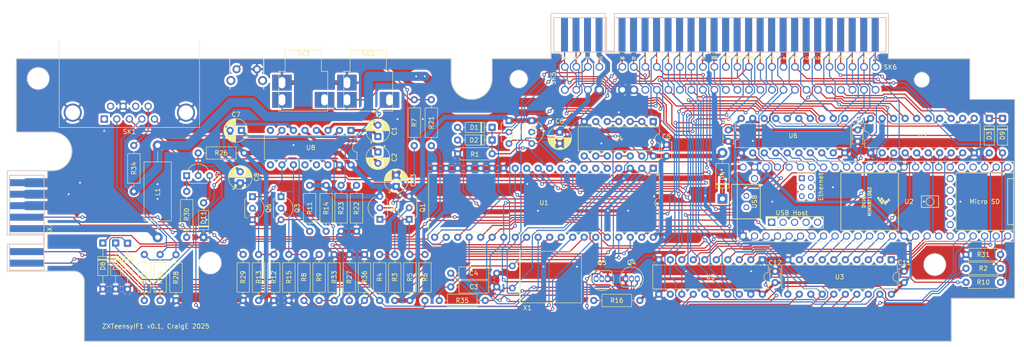
<source format=kicad_pcb>
(kicad_pcb (version 20241229) (generator "pcbnew") (generator_version "9.0")
  (layers (0 "F.Cu" signal) (2 "B.Cu" signal) (13 "F.Paste" user) (15 "B.Paste" user) (5 "F.SilkS" user "F.Silkscreen") (7 "B.SilkS" user "B.Silkscreen") (1 "F.Mask" user) (3 "B.Mask" user) (25 "Edge.Cuts" user))
  (net 0 "")
  (net 1 "+12VAC")
  (net 2 "GND")
  (net 3 "Net-(C3-Pad1)")
  (net 4 "Net-(C4-Pad2)")
  (net 5 "+5V")
  (net 6 "TXDATA_4")
  (net 7 "DTR_1")
  (net 8 "NET36")
  (net 9 "~{ROMCS}")
  (net 10 "Net-(D11-A)")
  (net 11 "+9V")
  (net 12 "Net-(SK4-Pin_B4)")
  (net 13 "Net-(Q1-C)")
  (net 14 "Net-(Q1-B)")
  (net 15 "COMMSOUT_30")
  (net 16 "Net-(Q3-B)")
  (net 17 "Net-(Q3-C)")
  (net 18 "+12V")
  (net 19 "CTS_34")
  (net 20 "Net-(Q6-C)")
  (net 21 "ERASE_35")
  (net 22 "Net-(Q9-C)")
  (net 23 "~{IORQGE}")
  (net 24 "A0")
  (net 25 "RXDATA_33")
  (net 26 "Net-(R21-Pad2)")
  (net 27 "WRPROT_32")
  (net 28 "Net-(SK4-Pin_B2)")
  (net 29 "Net-(R22-Pad2)")
  (net 30 "Net-(R23-Pad2)")
  (net 31 "Net-(R24-Pad2)")
  (net 32 "Net-(R25-Pad2)")
  (net 33 "DATA2_38")
  (net 34 "Net-(SK4-Pin_A5)")
  (net 35 "DATA1_37")
  (net 37 "~{IORQ}")
  (net 40 "COMMSCLK_31")
  (net 41 "R{slash}W_29")
  (net 42 "A15")
  (net 43 "A13")
  (net 44 "D7")
  (net 45 "D0")
  (net 46 "D1")
  (net 47 "D2")
  (net 48 "D6")
  (net 49 "D5")
  (net 50 "D3")
  (net 51 "D4")
  (net 52 "~{INT}")
  (net 53 "~{NMI}")
  (net 54 "~{HALT}")
  (net 55 "~{MREQ}")
  (net 56 "~{RD}")
  (net 57 "~{WR}")
  (net 58 "-5V")
  (net 59 "~{WAIT}")
  (net 60 "~{M1}")
  (net 61 "~{RFSH}")
  (net 62 "A8")
  (net 63 "A10")
  (net 64 "A14")
  (net 65 "A12")
  (net 66 "CLK")
  (net 67 "A1")
  (net 68 "Net-(U4-Pad4)")
  (net 69 "A2")
  (net 70 "A3")
  (net 71 "~{BUSRQ}")
  (net 72 "~{RESET}")
  (net 73 "A7")
  (net 74 "A6")
  (net 75 "A5")
  (net 76 "A4")
  (net 77 "~{BUSACK}")
  (net 78 "A9")
  (net 79 "A11")
  (net 80 "NCA4")
  (net 81 "Net-(U1-CLOCK)")
  (net 82 "Net-(U4-Pad13)")
  (net 83 "NCA28")
  (net 84 "VIDEO")
  (net 85 "Y")
  (net 86 "V")
  (net 87 "U")
  (net 88 "Net-(U4-Pad10)")
  (net 89 "Net-(U4-Pad11)")
  (net 91 "~{ROMCSI}")
  (net 93 "Net-(R34-Pad1)")
  (net 94 "Net-(Q2-C)")
  (net 109 "Net-(U2-29_TX7)")
  (net 115 "Net-(Q4-B)")
  (net 117 "TIN_A")
  (net 120 "TD5")
  (net 121 "TD6")
  (net 122 "TA9")
  (net 123 "TD0")
  (net 124 "TA11")
  (net 125 "TD2")
  (net 126 "TDDir")
  (net 127 "TA0")
  (net 128 "TA7")
  (net 129 "TA12")
  (net 130 "+3V3")
  (net 131 "TD4")
  (net 132 "~{TIOREQ}")
  (net 133 "~{TROMCSI}")
  (net 134 "~{TWR}")
  (net 135 "~{TRESETI}")
  (net 136 "TA10")
  (net 137 "~{TRD}")
  (net 138 "TD7")
  (net 139 "~{TMREQ}")
  (net 140 "TA2")
  (net 141 "TA8")
  (net 142 "TA5")
  (net 144 "TA15")
  (net 145 "TA4")
  (net 146 "Net-(Q5-B)")
  (net 147 "~{TM1}")
  (net 148 "TA1")
  (net 149 "TA6")
  (net 150 "TA13")
  (net 151 "TA14")
  (net 152 "TD3")
  (net 153 "TD1")
  (net 154 "TA3")
  (net 155 "TNMI")
  (net 156 "TRESET")
  (net 157 "Net-(D4-K)")
  (net 158 "~{IORQIF1}")
  (net 159 "Net-(D2-A)")
  (net 160 "Net-(D3-A)")
  (net 161 "Net-(U8-C1-)")
  (net 162 "Net-(U8-C1+)")
  (net 163 "Net-(U8-C2+)")
  (net 164 "Net-(U8-C2-)")
  (net 165 "Net-(U8-VS+)")
  (net 166 "Net-(U8-VS-)")
  (net 168 "Net-(U8-T1OUT)")
  (net 169 "Net-(U8-T2OUT)")
  (net 174 "Net-(U2-33_MCLK2)")
  (footprint "Resistor_THT:R_Axial_DIN0207_L6.3mm_D2.5mm_P10.16mm_Horizontal" (layer "F.Cu") (at 115.1705 110.2995 -90)
    (property "Reference" "R33")
    (property "Value" "10K")
  )
  (footprint "Diode_THT:D_DO-35_SOD27_P7.62mm_Horizontal" (layer "F.Cu") (at 150.0174 82.1944 180)
    (property "Reference" "D1")
    (property "Value" "1N4148")
  )
  (footprint "ZX Bits:Spectrum_Edge_Connector" (layer "F.Cu") (at 199.0947 71.3486)
    (property "Reference" "SK5")
    (property "Value" "ZX Spectrum")
  )
  (footprint "Package_TO_SOT_THT:TO-92_Inline" (layer "F.Cu") (at 179.5272 115.6716)
    (property "Reference" "Q4")
    (property "Value" "PN2222A")
  )
  (footprint "Resistor_THT:R_Axial_DIN0207_L6.3mm_D2.5mm_P10.16mm_Horizontal" (layer "F.Cu") (at 132.842 86.233 90)
    (property "Reference" "R7")
    (property "Value" "47R")
  )
  (footprint "Diode_THT:D_DO-35_SOD27_P10.16mm_Horizontal" (layer "F.Cu") (at 64.1096 107.7722 -90)
    (property "Reference" "D8")
    (property "Value" "BZX79CV4V3")
  )
  (footprint "Resistor_THT:R_Axial_DIN0207_L6.3mm_D2.5mm_P10.16mm_Horizontal" (layer "F.Cu") (at 80.2386 110.3439 -90)
    (property "Reference" "R28")
    (property "Value" "6K8")
  )
  (footprint "Resistor_THT:R_Axial_DIN0207_L6.3mm_D2.5mm_P10.16mm_Horizontal" (layer "F.Cu") (at 113.3856 94.996 -90)
    (property "Reference" "R14")
    (property "Value" "1K0")
  )
  (footprint "Package_DIP:DIP-20_W7.62mm" (layer "F.Cu") (at 205.0119 87.8282 90)
    (property "Reference" "U6")
    (property "Value" "SN74LVC245APW")
  )
  (footprint "Resistor_THT:R_Axial_DIN0207_L6.3mm_D2.5mm_P10.16mm_Horizontal" (layer "F.Cu") (at 140.8938 117.4496)
    (property "Reference" "C3")
    (property "Value" "100pF")
  )
  (footprint "Resistor_THT:R_Axial_DIN0207_L6.3mm_D2.5mm_P10.16mm_Horizontal" (layer "F.Cu") (at 120.0912 105.156 90)
    (property "Reference" "R22")
    (property "Value" "330R")
  )
  (footprint "Capacitor_THT:C_Disc_D3.4mm_W2.1mm_P2.50mm" (layer "F.Cu") (at 188.5188 88.5244 90)
    (property "Reference" "C5")
    (property "Value" "47nF")
  )
  (footprint "Capacitor_THT:CP_Radial_D5.0mm_P2.50mm" (layer "F.Cu") (at 128.8542 95.239612 90)
    (property "Reference" "C13")
    (property "Value" "1uF")
  )
  (footprint "Package_TO_SOT_THT:TO-92L_Inline_Wide" (layer "F.Cu") (at 82.6008 92.8624)
    (property "Reference" "Q9")
    (property "Value" "BC184C")
  )
  (footprint "Resistor_THT:R_Axial_DIN0207_L6.3mm_D2.5mm_P10.16mm_Horizontal" (layer "F.Cu") (at 128.5263 120.4595 90)
    (property "Reference" "R3")
    (property "Value" "1K0")
  )
  (footprint "teensy.pretty-master:Teensy41" (layer "F.Cu") (at 234.6198 98.6028)
    (property "Reference" "U2")
    (property "Value" "Teensy4.1")
  )
  (footprint "Package_DIP:DIP-40_W15.24mm" (layer "F.Cu") (at 185.5978 91.2368 -90)
    (property "Reference" "U1")
    (property "Value" "LA15-302")
  )
  (footprint "Package_DIP:DIP-20_W7.62mm" (layer "F.Cu") (at 209.6742 111.4552 -90)
    (property "Reference" "U5")
    (property "Value" "SN74LVC245APW")
  )
  (footprint "Package_DIP:DIP-14_W7.62mm" (layer "F.Cu") (at 185.5978 80.9044 -90)
    (property "Reference" "U4")
    (property "Value" "74HC04")
  )
  (footprint "Package_TO_SOT_THT:TO-92L_Inline_Wide" (layer "F.Cu") (at 97.1114 97.526 -90)
    (property "Reference" "Q6")
    (property "Value" "BC184C")
  )
  (footprint "Resistor_THT:R_Axial_DIN0207_L6.3mm_D2.5mm_P10.16mm_Horizontal" (layer "F.Cu") (at 76.7334 120.4595 90)
    (property "Reference" "R24")
    (property "Value" "4K7")
  )
  (footprint "Resistor_THT:R_Axial_DIN0207_L6.3mm_D2.5mm_P10.16mm_Horizontal" (layer "F.Cu") (at 108.4926 120.4595 90)
    (property "Reference" "R8")
    (property "Value" "3K9")
  )
  (footprint "Resistor_THT:R_Axial_DIN0207_L6.3mm_D2.5mm_P10.16mm_Horizontal" (layer "F.Cu") (at 116.6825 105.156 90)
    (property "Reference" "R23")
    (property "Value" "330R")
  )
  (footprint "Capacitor_THT:C_Disc_D3.4mm_W2.1mm_P2.50mm" (layer "F.Cu") (at 240.9924 114.0102 -90)
    (property "Reference" "C11")
    (property "Value" "100nF")
  )
  (footprint "Resistor_THT:R_Axial_DIN0207_L6.3mm_D2.5mm_P10.16mm_Horizontal" (layer "F.Cu") (at 118.5095 110.2995 -90)
    (property "Reference" "R27")
    (property "Value" "10K")
  )
  (footprint "Resistor_THT:R_Axial_DIN0207_L6.3mm_D2.5mm_P10.16mm_Horizontal" (layer "F.Cu") (at 70.9422 86.1822 -90)
    (property "Reference" "R34")
    (property "Value" "330R")
  )
  (footprint "Diode_THT:D_DO-35_SOD27_P7.62mm_Horizontal" (layer "F.Cu") (at 262.6868 80.2082 -90)
    (property "Reference" "D9")
    (property "Value" "1N4148")
  )
  (footprint "Resistor_THT:R_Axial_DIN0207_L6.3mm_D2.5mm_P10.16mm_Horizontal" (layer "F.Cu") (at 135.2042 110.2995 -90)
    (property "Reference" "R6")
    (property "Value" "3K9")
  )
  (footprint "Resistor_THT:R_Axial_DIN0207_L6.3mm_D2.5mm_P10.16mm_Horizontal" (layer "F.Cu") (at 151.0538 114.427 180)
    (property "Reference" "C4")
    (property "Value" "22pF")
  )
  (footprint "Resistor_THT:R_Axial_DIN0207_L6.3mm_D2.5mm_P10.16mm_Horizontal" (layer "F.Cu") (at 101.8147 110.2995 -90)
    (property "Reference" "R12")
    (property "Value" "1K0")
  )
  (footprint "ZX Spectrum 3.5mm:ZX Spectrum 3.5mm Skt" (layer "F.Cu") (at 108.3374 72.6091)
    (property "Reference" "SK3")
    (property "Value" "Network")
  )
  (footprint "Resistor_THT:R_Axial_DIN0207_L6.3mm_D2.5mm_P10.16mm_Horizontal" (layer "F.Cu") (at 82.6008 96.3422 -90)
    (property "Reference" "R30")
    (property "Value" "270R")
  )
  (footprint "ZX Spectrum 3.5mm:ZX Spectrum 3.5mm Skt" (layer "F.Cu") (at 122.6788 72.6091)
    (property "Reference" "SK2")
    (property "Value" "Network")
  )
  (footprint "Resistor_THT:R_Axial_DIN0207_L6.3mm_D2.5mm_P7.62mm_Horizontal" (layer "F.Cu") (at 262.255 116.4336 180)
    (property "Reference" "R10")
    (property "Value" "6K8")
  )
  (footprint "ZX Bits:ZX_MD_Edge_Connector" (layer "F.Cu") (at 47.3234 84.2673 90)
    (property "Reference" "SK4")
    (property "Value" "Microdrive")
  )
  (footprint "Package_TO_SOT_THT:TO-92L_Inline_Wide" (layer "F.Cu") (at 153.733 80.7004 -90)
    (property "Reference" "Q11")
    (property "Value" "ZTX313")
  )
  (footprint "Diode_THT:D_DO-41_SOD81_P10.16mm_Horizontal" (layer "F.Cu") (at 200.8632 97.9882 90)
    (property "Reference" "D4")
    (property "Value" "1N4004")
  )
  (footprint "Resistor_THT:R_Axial_DIN0207_L6.3mm_D2.5mm_P10.16mm_Horizontal" (layer "F.Cu") (at 105.1537 120.4595 90)
    (property "Reference" "R15")
    (property "Value" "2K2")
  )
  (footprint "Resistor_THT:R_Axial_DIN0207_L6.3mm_D2.5mm_P10.16mm_Horizontal" (layer "F.Cu") (at 111.8316 120.4595 90)
    (property "Reference" "R9")
    (property "Value" "10K")
  )
  (footprint "Resistor_THT:R_Axial_DIN0207_L6.3mm_D2.5mm_P7.62mm_Horizontal" (layer "F.Cu") (at 262.255 110.3122 180)
    (property "Reference" "R31")
    (property "Value" "1K0")
  )
  (footprint "Capacitor_THT:C_Disc_D3.4mm_W2.1mm_P2.50mm" (layer "F.Cu") (at 212.4908 114.0102 -90)
    (property "Reference" "C12")
    (property "Value" "100nF")
  )
  (footprint "Resistor_THT:R_Axial_DIN0207_L6.3mm_D2.5mm_P10.16mm_Horizontal" (layer "F.Cu") (at 121.8484 110.2995 -90)
    (property "Reference" "R36")
    (property "Value" "10K")
  )
  (footprint "Capacitor_THT:CP_Radial_D5.0mm_P2.50mm" (layer "F.Cu") (at 94.6912 82.8598 180)
    (property "Reference" "C7")
    (property "Value" "1uF")
  )
  (footprint "Resistor_THT:R_Axial_DIN0207_L6.3mm_D2.5mm_P10.16mm_Horizontal" (layer "F.Cu") (at 131.8653 120.4595 90)
    (property "Reference" "R5")
    (property "Value" "1K0")
  )
  (footprint "Diode_THT:D_DO-35_SOD27_P7.62mm_Horizontal" (layer "F.Cu") (at 259.7658 80.2082 -90)
    (property "Reference" "D3")
    (property "Value" "1N4148")
  )
  (footprint "Package_TO_SOT_THT:TO-92L_Inline_Wide" (layer "F.Cu") (at 158.7622 80.7004 -90)
    (property "Reference" "Q10")
    (property "Value" "ZTX313")
  )
  (footprint "Capacitor_THT:C_Disc_D3.4mm_W2.1mm_P2.50mm" (layer "F.Cu") (at 230.7251 85.2732 90)
    (property "Reference" "C10")
    (property "Value" "100nF")
  )
  (footprint "Resistor_THT:R_Axial_DIN0207_L6.3mm_D2.5mm_P10.16mm_Horizontal" (layer "F.Cu") (at 136.6012 86.233 90)
    (property "Reference" "R21")
    (property "Value" "10K")
  )
  (footprint "Resistor_THT:R_Axial_DIN0207_L6.3mm_D2.5mm_P10.16mm_Horizontal" (layer "F.Cu") (at 109.7534 94.996 -90)
    (property "Reference" "R11")
    (property "Value" "1K0")
  )
  (footprint "Inductor_THT:L_Axial_L12.8mm_D5.8mm_P20.32mm_Horizontal_Fastron_HBCC" (layer "F.Cu") (at 76.2 86.1822 -90)
    (property "Reference" "L1")
    (property "Value" "22uH 0.41A")
  )
  (footprint "Capacitor_THT:CP_Radial_D5.0mm_P2.50mm" (layer "F.Cu") (at 124.8156 84.201 90)
    (property "Reference" "C1")
    (property "Value" "1uF")
  )
  (footprint "Resistor_THT:R_Axial_DIN0207_L6.3mm_D2.5mm_P10.16mm_Horizontal" (layer "F.Cu") (at 98.4758 110.2995 -90)
    (property "Reference" "R13")
    (property "Value" "3K9")
  )
  (footprint "Capacitor_THT:CP_Radial_D5.0mm_P2.50mm" (layer "F.Cu") (at 124.8156 87.6446 -90)
    (property "Reference" "C2")
    (property "Value" "1uF")
  )
  (footprint "Connector_Dsub:DSUB-9_Socket_Horizontal_P2.77x2.84mm_EdgePinOffset14.56mm_Housed_MountingHolesOffset15.98mm" (layer "F.Cu") (at 64.4112 80.3561 180)
    (property "Reference" "SK1")
    (property "Value" "DE9_Receptacle")
  )
  (footprint "Resistor_THT:R_Axial_DIN0207_L6.3mm_D2.5mm_P7.62mm_Horizontal" (layer "F.Cu") (at 262.255 113.3729 180)
    (property "Reference" "R2")
    (property "Value" "6K8")
  )
  (footprint "Resistor_THT:R_Axial_DIN0207_L6.3mm_D2.5mm_P10.16mm_Horizontal" (layer "F.Cu") (at 182.626 120.4595 180)
    (property "Reference" "R16")
    (property "Value" "10K")
  )
  (footprint "Crystal:Crystal_HC18-U_Horizontal" (layer "F.Cu") (at 154.4828 117.7268 90)
    (property "Reference" "X1")
    (property "Value" "8Mhz")
  )
  (footprint "Package_TO_SOT_THT:TO-92L_Inline_Wide" (layer "F.Cu") (at 103.436 97.526 -90)
    (property "Reference" "Q3")
    (property "Value" "BC184C")
  )
  (footprint "Package_TO_SOT_THT:TO-92L_Inline_Wide" (layer "F.Cu") (at 131.7172 102.5244 90)
    (property "Reference" "Q1")
    (property "Value" "BC213C")
  )
  (footprint "Diode_THT:D_DO-35_SOD27_P10.16mm_Horizontal" (layer "F.Cu") (at 69.5389 107.8039 -90)
    (property "Reference" "D7")
    (property "Value" "BZX79CV4V3")
  )
  (footprint "Diode_THT:D_DO-35_SOD27_P7.62mm_Horizontal" (layer "F.Cu") (at 150.0174 84.9884 180)
    (property "Reference" "D2")
    (property "Value" "1N4148")
  )
  (footprint "Resistor_THT:R_Axial_DIN0207_L6.3mm_D2.5mm_P10.16mm_Horizontal" (layer "F.Cu") (at 73.2536 120.4595 90)
    (property "Reference" "R25")
    (property "Value" "10K")
  )
  (footprint "Diode_THT:D_DO-35_SOD27_P7.62mm_Horizontal" (layer "F.Cu") (at 86.3346 106.5022 90)
    (property "Reference" "D11")
    (property "Value" "1N4148")
  )
  (footprint "Package_DIP:DIP-20_W7.62mm" (layer "F.Cu") (at 233.5784 87.8282 90)
    (property "Reference" "U7")
    (property "Value" "SN74LVC245APW")
  )
  (footprint "Package_DIP:DIP-20_W7.62mm" (layer "F.Cu") (at 238.1504 111.4552 -90)
    (property "Reference" "U3")
    (property "Value" "SN74LVC245APW")
  )
  (footprint "Package_TO_SOT_THT:TO-92_Inline" (layer "F.Cu") (at 175.5394 115.6716 180)
    (property "Reference" "Q5")
    (property "Value" "PN2222A")
  )
  (footprint "Resistor_THT:R_Axial_DIN0207_L6.3mm_D2.5mm_P10.16mm_Horizontal" (layer "F.Cu") (at 95.0722 110.2995 -90)
    (property "Reference" "R29")
    (property "Value" "6K8")
  )
  (footprint "Package_DIP:DIP-16_W7.62mm" (layer "F.Cu") (at 118.872 82.8598 -90)
    (property "Reference" "U8")
    (property "Value" "MAX232")
  )
  (footprint "Resistor_THT:R_Axial_DIN0207_L6.3mm_D2.5mm_P10.16mm_Horizontal" (layer "F.Cu") (at 95.3008 87.8586 180)
    (property "Reference" "R26")
    (property "Value" "10K")
  )
  (footprint "ZX Bits:ZX_Bus_Edge_Connector" (layer "F.Cu") (at 199.0281 61.7442)
    (property "Reference" "SK6")
    (property "Value" "ZX Expansion")
  )
  (footprint "Diode_THT:D_DO-35_SOD27_P10.16mm_Horizontal" (layer "F.Cu") (at 66.9195 107.7595 -90)
    (property "Reference" "D6")
    (property "Value" "BZX79CV4V3")
  )
  (footprint "Package_TO_SOT_THT:TO-92L_Inline_Wide" (layer "F.Cu") (at 125.2402 102.5244 90)
    (property "Reference" "Q2")
    (property "Value" "BC213C")
  )
  (footprint "Capacitor_THT:C_Disc_D3.4mm_W2.1mm_P2.50mm" (layer "F.Cu") (at 202.1586 85.2732 90)
    (property "Reference" "C9")
    (property "Value" "100nF")
  )
  (footprint "Capacitor_THT:CP_Radial_D5.0mm_P2.50mm" (layer "F.Cu") (at 94.4118 94.499313 90)
    (property "Reference" "C8")
    (property "Value" "1uF")
  )
  (footprint "Resistor_THT:R_Axial_DIN0207_L6.3mm_D2.5mm_P10.16mm_Horizontal" (layer "F.Cu") (at 138.3538 120.4595)
    (property "Reference" "R35")
    (property "Value" "47K")
  )
  (footprint "Resistor_THT:R_Axial_DIN0207_L6.3mm_D2.5mm_P7.62mm_Horizontal" (layer "F.Cu") (at 150.0378 88.0364 180)
    (property "Reference" "R1")
    (property "Value" "1K0")
  )
  (footprint "SparkFun-Switch:Push_PTH_RA_8-020_h7.5mm" (layer "F.Cu") (at 95.8596 69.342 180)
    (property "Reference" "SW1")
    (property "Value" "PTH_RA_h7.5mm")
  )
  (footprint "Capacitor_THT:CP_Radial_D5.0mm_P2.50mm" (layer "F.Cu") (at 164.9344 83.2504 -90)
    (property "Reference" "C6")
    (property "Value" "47uF 16V")
  )
  (footprint "Resistor_THT:R_Axial_DIN0207_L6.3mm_D2.5mm_P10.16mm_Horizontal" (layer "F.Cu") (at 125.1874 110.2995 -90)
    (property "Reference" "R4")
    (property "Value" "3K9")
  )
  (gr_line (start 141 67) (end 141 71.5) (stroke (width 0.2)) (layer "Edge.Cuts"))
  (gr_circle (center 247.7389 112.531525) (end 249.469275 114.2619) (stroke (width 0.1)) (fill no) (layer "Edge.Cuts"))
  (gr_line (start 251.4 120) (end 265.4 120) (stroke (width 0.2)) (layer "Edge.Cuts"))
  (gr_line (start 251.4 120) (end 251.4 129.5) (stroke (width 0.2)) (layer "Edge.Cuts"))
  (gr_line (start 237.5 57) (end 177 57) (stroke (width 0.2)) (layer "Edge.Cuts"))
  (gr_line (start 45 67) (end 45 83.25) (stroke (width 0.2)) (layer "Edge.Cuts"))
  (gr_line (start 60 129.5) (end 251.4 129.5) (stroke (width 0.2)) (layer "Edge.Cuts"))
  (gr_line (start 51 108) (end 43 108) (stroke (width 0.2)) (layer "Edge.Cuts"))
  (gr_circle (center 87.81415 112.169575) (end 89.544525 113.89995) (stroke (width 0.1)) (fill no) (layer "Edge.Cuts"))
  (gr_line (start 255.5 67) (end 237.5 67) (stroke (width 0.2)) (layer "Edge.Cuts"))
  (gr_line (start 265.4 76) (end 255.5 76) (stroke (width 0.2)) (layer "Edge.Cuts"))
  (gr_circle (center 244.881586 71.67307) (end 246.56353 71.67307) (stroke (width 0.1)) (fill no) (layer "Edge.Cuts"))
  (gr_line (start 43 108) (end 43 114) (stroke (width 0.2)) (layer "Edge.Cuts"))
  (gr_line (start 163 67) (end 150 67) (stroke (width 0.2)) (layer "Edge.Cuts"))
  (gr_arc (start 57.9 114) (mid 59.467767 114.815076) (end 60 116.5) (stroke (width 0.2)) (layer "Edge.Cuts"))
  (gr_line (start 255.5 67) (end 255.5 76) (stroke (width 0.2)) (layer "Edge.Cuts"))
  (gr_circle (center 49.832431 71.383525) (end 51.562806 73.1139) (stroke (width 0.1)) (fill no) (layer "Edge.Cuts"))
  (gr_arc (start 150 71.5) (mid 145.5 75.999996) (end 141 71.5) (stroke (width 0.2)) (layer "Edge.Cuts"))
  (gr_line (start 60 116.5) (end 60 129.5) (stroke (width 0.2)) (layer "Edge.Cuts"))
  (gr_line (start 177 65.3) (end 175 65.3) (stroke (width 0.2)) (layer "Edge.Cuts"))
  (gr_line (start 177 57) (end 177 65.3) (stroke (width 0.2)) (layer "Edge.Cuts"))
  (gr_circle (center 155.902025 71.523225) (end 157.30135 72.92255) (stroke (width 0.1)) (fill no) (layer "Edge.Cuts"))
  (gr_line (start 53 91.75) (end 43 91.75) (stroke (width 0.2)) (layer "Edge.Cuts"))
  (gr_line (start 53 83.25) (end 45 83.25) (stroke (width 0.2)) (layer "Edge.Cuts"))
  (gr_line (start 141 67) (end 45 67) (stroke (width 0.2)) (layer "Edge.Cuts"))
  (gr_line (start 175 65.3) (end 175 57) (stroke (width 0.2)) (layer "Edge.Cuts"))
  (gr_line (start 265.4 120) (end 265.4 76) (stroke (width 0.2)) (layer "Edge.Cuts"))
  (gr_line (start 43 91.75) (end 43 106) (stroke (width 0.2)) (layer "Edge.Cuts"))
  (gr_line (start 237.5 67) (end 237.5 57) (stroke (width 0.2)) (layer "Edge.Cuts"))
  (gr_line (start 150 67) (end 150 71.5) (stroke (width 0.2)) (layer "Edge.Cuts"))
  (gr_line (start 163 57) (end 163 67) (stroke (width 0.2)) (layer "Edge.Cuts"))
  (gr_line (start 175 57) (end 163 57) (stroke (width 0.2)) (layer "Edge.Cuts"))
  (gr_line (start 43 114) (end 57.9 114) (stroke (width 0.2)) (layer "Edge.Cuts"))
  (gr_line (start 51 106) (end 51 108) (stroke (width 0.2)) (layer "Edge.Cuts"))
  (gr_arc (start 53 83.25) (mid 57.25 87.5) (end 53 91.75) (stroke (width 0.2)) (layer "Edge.Cuts"))
  (gr_line (start 43 106) (end 51 106) (stroke (width 0.2)) (layer "Edge.Cuts"))
  (gr_text "ZXTeensyIF1 v0.1, CraigE 2025" (at 63.8556 126.746 0) (layer "F.SilkS") (effects (font (size 1 1)) (justify left bottom)))
  (segment (start 221.9547 68.8086) (end 221.888 68.7419) (width 0.254) (layer "F.Cu") (net 1))
  (segment (start 221.888 61.7442) (end 221.888 68.7419) (width 1.25) (layer "F.Cu") (net 1))
  (segment (start 221.8881 61.7442) (end 221.888 61.7442) (width 0.254) (layer "F.Cu") (net 1))
  (segment (start 240.992 113.9984) (end 246.1514 108.839) (width 1.016) (layer "F.Cu") (net 2))
  (segment (start 253.883 85.2732) (end 256.438 87.8282) (width 1.016) (layer "F.Cu") (net 2))
  (segment (start 207.2132 114.01) (end 212.4908 114.01) (width 1.016) (layer "F.Cu") (net 2))
  (segment (start 161.3662 112.9792) (end 168.7576 112.9792) (width 1.016) (layer "F.Cu") (net 2))
  (segment (start 140.043 91.2368) (end 137.338 91.2368) (width 1.016) (layer "F.Cu") (net 2))
  (segment (start 144.1579 91.2368) (end 144.9578 91.2368) (width 1.016) (layer "F.Cu") (net 2))
  (segment (start 240.992 114.01) (end 240.992 113.9984) (width 1.016) (layer "F.Cu") (net 2))
  (segment (start 54.0004 99.4918) (end 59.055 94.4372) (width 1.016) (layer "F.Cu") (net 2))
  (segment (start 240.9922 114.0102) (end 240.992 114.01) (width 1.016) (layer "F.Cu") (net 2))
  (segment (start 47.3234 96.9673) (end 56.5376 96.9673) (width 1.016) (layer "F.Cu") (net 2))
  (segment (start 118.591812 92.739612) (end 116.332 90.4798) (width 1.016) (layer "F.Cu") (net 2))
  (segment (start 240.97 90.9827) (end 240.97 90.9828) (width 1.016) (layer "F.Cu") (net 2))
  (segment (start 227.8719 87.8282) (end 227.872 87.8282) (width 1.016) (layer "F.Cu") (net 2))
  (segment (start 233.5377 87.8282) (end 233.578 87.8282) (width 1.016) (layer "F.Cu") (net 2))
  (segment (start 144.1579 91.2368) (end 140.043 91.2368) (width 1.016) (layer "F.Cu") (net 2))
  (segment (start 198.6334 86.0244) (end 199.3646 85.2932) (width 1.016) (layer "F.Cu") (net 2))
  (segment (start 204.1756 88.0703) (end 198.985396 93.260504) (width 1.016) (layer "F.Cu") (net 2))
  (segment (start 230.7251 85.2732) (end 253.883 85.2732) (width 1.016) (layer "F.Cu") (net 2))
  (segment (start 209.6742 111.4552) (end 215.2904 111.4552) (width 1.016) (layer "F.Cu") (net 2))
  (segment (start 182.610758 93.329758) (end 180.5178 91.2368) (width 1.016) (layer "F.Cu") (net 2))
  (segment (start 199.3646 85.2932) (end 202.1386 85.2932) (width 1.016) (layer "F.Cu") (net 2))
  (segment (start 202.159 85.2732) (end 230.7251 85.2732) (width 1.016) (layer "F.Cu") (net 2))
  (segment (start 240.9924 114.0102) (end 240.9922 114.0102) (width 1.016) (layer "F.Cu") (net 2))
  (segment (start 128.8542 92.739612) (end 118.591812 92.739612) (width 1.016) (layer "F.Cu") (net 2))
  (segment (start 179.527 115.672) (end 179.375 115.519) (width 1.016) (layer "F.Cu") (net 2))
  (segment (start 79.5682 102.606) (end 76.4695 99.5073) (width 1.016) (layer "F.Cu") (net 2))
  (segment (start 240.9699 90.9828) (end 240.97 90.9827) (width 1.016) (layer "F.Cu") (net 2))
  (segment (start 202.457 85.2732) (end 204.7725 87.5887) (width 1.016) (layer "F.Cu") (net 2))
  (segment (start 205.012 88.0703) (end 204.1756 88.0703) (width 1.016) (layer "F.Cu") (net 2))
  (segment (start 137.3378 91.2368) (end 139.8778 91.2368) (width 1.016) (layer "F.Cu") (net 2))
  (segment (start 140.043 91.2368) (end 139.8778 91.2368) (width 1.016) (layer "F.Cu") (net 2))
  (segment (start 253.1618 108.839) (end 254.635 110.3122) (width 1.016) (layer "F.Cu") (net 2))
  (segment (start 175.0952 112.9792) (end 175.6413 113.5253) (width 1.016) (layer "F.Cu") (net 2))
  (segment (start 228.17 87.8282) (end 229.911 86.0872) (width 1.016) (layer "F.Cu") (net 2))
  (segment (start 175.539 115.672) (end 177.444 115.672) (width 1.016) (layer "F.Cu") (net 2))
  (segment (start 186.814 111.455) (end 186.8142 111.4552) (width 1.016) (layer "F.Cu") (net 2))
  (segment (start 192.8622 114.01) (end 207.2132 114.01) (width 1.016) (layer "F.Cu") (net 2))
  (segment (start 168.7576 112.9792) (end 175.0952 112.9792) (width 1.016) (layer "F.Cu") (net 2))
  (segment (start 246.1514 108.839) (end 253.1618 108.839) (width 1.016) (layer "F.Cu") (net 2))
  (segment (start 160.6143 112.9792) (end 161.3662 112.9792) (width 1.016) (layer "F.Cu") (net 2))
  (segment (start 202.1586 85.2732) (end 202.159 85.2732) (width 1.016) (layer "F.Cu") (net 2))
  (segment (start 229.9111 86.0872) (end 230.7251 85.2732) (width 1.016) (layer "F.Cu") (net 2))
  (segment (start 230.725 85.2732) (end 233.28 87.8282) (width 1.016) (layer "F.Cu") (net 2))
  (segment (start 202.159 85.2732) (end 202.457 85.2732) (width 1.016) (layer "F.Cu") (net 2))
  (segment (start 95.0722 120.4595) (end 94.9063 120.2936) (width 1.016) (layer "F.Cu") (net 2))
  (segment (start 229.911 86.0872) (end 230.725 85.2732) (width 1.016) (layer "F.Cu") (net 2))
  (segment (start 175.6413 113.5253) (end 177.2797 113.5253) (width 1.016) (layer "F.Cu") (net 2))
  (segment (start 212.4908 114.0102) (end 212.4908 114.01) (width 1.016) (layer "F.Cu") (net 2))
  (segment (start 233.578 87.8282) (end 235.17 89.4198) (width 1.016) (layer "F.Cu") (net 2))
  (segment (start 205.0119 87.8282) (end 204.7725 87.5888) (width 1.016) (layer "F.Cu") (net 2))
  (segment (start 80.4489 120.2936) (end 80.2386 120.5039) (width 1.016) (layer "F.Cu") (net 2))
  (segment (start 177.444 115.672) (end 179.527 115.672) (width 1.016) (layer "F.Cu") (net 2))
  (segment (start 196.649754 93.329758) (end 182.610758 93.329758) (width 1.016) (layer "F.Cu") (net 2))
  (segment (start 235.17 89.4198) (end 239.407 89.4198) (width 1.016) (layer "F.Cu") (net 2))
  (segment (start 47.3234 94.4273) (end 59.0451 94.4273) (width 1.016) (layer "F.Cu") (net 2))
  (segment (start 162.583 88.1016) (end 155.713 88.1016) (width 1.016) (layer "F.Cu") (net 2))
  (segment (start 155.713 88.1016) (end 152.5778 91.2368) (width 1.016) (layer "F.Cu") (net 2))
  (segment (start 177.546 115.57) (end 177.546 113.259) (width 1.016) (layer "F.Cu") (net 2))
  (segment (start 59.0451 94.4273) (end 59.055 94.4372) (width 1.016) (layer "F.Cu") (net 2))
  (segment (start 240.9698 90.9828) (end 240.9699 90.9828) (width 1.016) (layer "F.Cu") (net 2))
  (segment (start 212.4908 114.01) (end 240.992 114.01) (width 1.016) (layer "F.Cu") (net 2))
  (segment (start 189.369 114.01) (end 192.8622 114.01) (width 1.016) (layer "F.Cu") (net 2))
  (segment (start 180.8988 111.455) (end 186.814 111.455) (width 1.016) (layer "F.Cu") (net 2))
  (segment (start 177.546 113.259) (end 179.349 111.455) (width 1.016) (layer "F.Cu") (net 2))
  (segment (start 188.5188 86.0244) (end 198.6334 86.0244) (width 1.016) (layer "F.Cu") (net 2))
  (segment (start 205.012 87.8282) (end 205.012 88.0703) (width 1.016) (layer "F.Cu") (net 2))
  (segment (start 151.0538 114.427) (end 159.1665 114.427) (width 1.016) (layer "F.Cu") (net 2))
  (segment (start 204.7725 87.5887) (end 205.012 87.8282) (width 1.016) (layer "F.Cu") (net 2))
  (segment (start 159.1665 114.427) (end 160.6143 112.9792) (width 1.016) (layer "F.Cu") (net 2))
  (segment (start 150.0378 91.2368) (end 144.1579 91.2368) (width 1.016) (layer "F.Cu") (net 2))
  (segment (start 103.6374 72.3091) (end 117.9788 72.3091) (width 1.016) (layer "F.Cu") (net 2))
  (segment (start 233.28 87.8282) (end 233.5377 87.8282) (width 1.016) (layer "F.Cu") (net 2))
  (segment (start 130.357012 91.2368) (end 128.8542 92.739612) (width 1.016) (layer "F.Cu") (net 2))
  (segment (start 152.5778 91.2368) (end 150.0378 91.2368) (width 1.016) (layer "F.Cu") (net 2))
  (segment (start 97.1114 102.606) (end 79.5682 102.606) (width 1.016) (layer "F.Cu") (net 2))
  (segment (start 76.4695 99.5073) (end 54.0004 99.5073) (width 1.016) (layer "F.Cu") (net 2))
  (segment (start 233.5784 87.8282) (end 233.5377 87.8282) (width 1.016) (layer "F.Cu") (net 2))
  (segment (start 94.9063 120.2936) (end 80.4489 120.2936) (width 1.016) (layer "F.Cu") (net 2))
  (segment (start 196.719008 93.260504) (end 196.649754 93.329758) (width 1.016) (layer "F.Cu") (net 2))
  (segment (start 202.1386 85.2932) (end 202.1586 85.2732) (width 1.016) (layer "F.Cu") (net 2))
  (segment (start 54.0004 99.5073) (end 54.0004 99.4918) (width 1.016) (layer "F.Cu") (net 2))
  (segment (start 164.934 85.7504) (end 162.583 88.1016) (width 1.016) (layer "F.Cu") (net 2))
  (segment (start 205.012 88.0703) (end 207.975 91.0336) (width 1.016) (layer "F.Cu") (net 2))
  (segment (start 116.6825 105.156) (end 120.0912 105.156) (width 1.016) (layer "F.Cu") (net 2))
  (segment (start 118.5095 110.2995) (end 121.8484 110.2995) (width 1.016) (layer "F.Cu") (net 2))
  (segment (start 204.7725 87.5888) (end 204.7725 87.5887) (width 1.016) (layer "F.Cu") (net 2))
  (segment (start 179.349 111.455) (end 180.8988 111.455) (width 1.016) (layer "F.Cu") (net 2))
  (segment (start 177.2797 113.5253) (end 177.546 113.259) (width 1.016) (layer "F.Cu") (net 2))
  (segment (start 198.985396 93.260504) (end 196.719008 93.260504) (width 1.016) (layer "F.Cu") (net 2))
  (segment (start 137.3378 91.2368) (end 130.357012 91.2368) (width 1.016) (layer "F.Cu") (net 2))
  (segment (start 115.1705 110.2995) (end 118.5095 110.2995) (width 1.016) (layer "F.Cu") (net 2))
  (segment (start 229.911 86.0872) (end 229.9111 86.0872) (width 1.016) (layer "F.Cu") (net 2))
  (segment (start 147.4978 91.2368) (end 144.9578 91.2368) (width 1.016) (layer "F.Cu") (net 2))
  (segment (start 256.4384 87.8282) (end 256.438 87.8282) (width 1.016) (layer "F.Cu") (net 2))
  (segment (start 227.872 87.8282) (end 228.17 87.8282) (width 1.016) (layer "F.Cu") (net 2))
  (segment (start 186.8142 111.4552) (end 189.369 114.01) (width 1.016) (layer "F.Cu") (net 2))
  (segment (start 239.407 89.4198) (end 240.97 90.9827) (width 1.016) (layer "F.Cu") (net 2))
  (segment (start 151.0538 114.427) (end 151.0538 117.4496) (width 1.016) (layer "F.Cu") (net 2))
  (segment (start 47.3234 99.5073) (end 54.0004 99.5073) (width 1.016) (layer "F.Cu") (net 2))
  (segment (start 177.444 115.672) (end 177.546 115.57) (width 1.016) (layer "F.Cu") (net 2))
  (via (at 175.5902 100.6094) (size 0.8) (drill 0.4) (layers "F.Cu" "B.Cu") (net 2))
  (via (at 185.7756 97.4344) (size 0.8) (drill 0.4) (layers "F.Cu" "B.Cu") (net 2))
  (via (at 192.8622 114.01) (size 0.8) (drill 0.4) (layers "F.Cu" "B.Cu") (net 2))
  (via (at 197.0786 97.3074) (size 0.8) (drill 0.4) (layers "F.Cu" "B.Cu") (net 2))
  (via (at 245.3132 98.6028) (size 0.8) (drill 0.4) (layers "F.Cu" "B.Cu") (net 2))
  (via (at 180.8988 111.455) (size 0.8) (drill 0.4) (layers "F.Cu" "B.Cu") (net 2))
  (via (at 76.1746 94.742) (size 0.8) (drill 0.4) (layers "F.Cu" "B.Cu") (net 2))
  (via (at 237.0328 98.6028) (size 0.8) (drill 0.4) (layers "F.Cu" "B.Cu") (net 2))
  (via (at 177.9778 78.867) (size 0.8) (drill 0.4) (layers "F.Cu" "B.Cu") (net 2))
  (via (at 207.5519 85.1662) (size 0.8) (drill 0.4) (layers "F.Cu" "B.Cu") (net 2))
  (via (at 253.3904 98.6028) (size 0.8) (drill 0.4) (layers "F.Cu" "B.Cu") (net 2))
  (via (at 134.7216 80.3656) (size 0.8) (drill 0.4) (layers "F.Cu" "B.Cu") (net 2))
  (via (at 211.8614 98.6028) (size 0.8) (drill 0.4) (layers "F.Cu" "B.Cu") (net 2))
  (via (at 225.2726 95.4212) (size 0.8) (drill 0.4) (layers "F.Cu" "B.Cu") (net 2))
  (via (at 188.0108 106.4768) (size 0.8) (drill 0.4) (layers "F.Cu" "B.Cu") (net 2))
  (via (at 180.0606 100.6094) (size 0.8) (drill 0.4) (layers "F.Cu" "B.Cu") (net 2))
  (via (at 157.788418 94.7102) (size 0.8) (drill 0.4) (layers "F.Cu" "B.Cu") (net 2))
  (via (at 106.172 86.106) (size 0.8) (drill 0.4) (layers "F.Cu" "B.Cu") (net 2))
  (via (at 168.7576 112.9792) (size 0.8) (drill 0.4) (layers "F.Cu" "B.Cu") (net 2))
  (via (at 56.5376 96.9673) (size 0.8) (drill 0.4) (layers "F.Cu" "B.Cu") (net 2))
  (via (at 174.1424 85.7504) (size 0.8) (drill 0.4) (layers "F.Cu" "B.Cu") (net 2))
  (via (at 76.1746 97.9932) (size 0.8) (drill 0.4) (layers "F.Cu" "B.Cu") (net 2))
  (via (at 200.66945 91.57645) (size 0.8) (drill 0.4) (layers "F.Cu" "B.Cu") (net 2))
  (via (at 179.07 93.5228) (size 0.8) (drill 0.4) (layers "F.Cu" "B.Cu") (net 2))
  (via (at 129.1336 80.3656) (size 0.8) (drill 0.4) (layers "F.Cu" "B.Cu") (net 2))
  (via (at 160.147 100.6348) (size 0.8) (drill 0.4) (layers "F.Cu" "B.Cu") (net 2))
  (via (at 207.2132 114.01) (size 0.8) (drill 0.4) (layers "F.Cu" "B.Cu") (net 2))
  (via (at 161.3662 112.9792) (size 0.8) (drill 0.4) (layers "F.Cu" "B.Cu") (net 2))
  (via (at 59.055 94.4372) (size 0.8) (drill 0.4) (layers "F.Cu" "B.Cu") (net 2))
  (via (at 87.0004 102.6214) (size 0.8) (drill 0.4) (layers "F.Cu" "B.Cu") (net 2))
  (segment (start 199.0002 73.9831) (end 199.0002 89.9072) (width 1.016) (layer "B.Cu") (net 2))
  (segment (start 86.3346 106.5022) (end 86.3346 103.2872) (width 1.016) (layer "B.Cu") (net 2))
  (segment (start 47.3332 94.4372) (end 59.055 94.4372) (width 2) (layer "B.Cu") (net 2))
  (segment (start 47.3234 94.4273) (end 57.613 94.4273) (width 1.016) (layer "B.Cu") (net 2))
  (segment (start 96.6789 102.606) (end 92.3036 106.9813) (width 1.016) (layer "B.Cu") (net 2))
  (segment (start 188.519 86.0244) (end 188.382 85.8874) (width 1.016) (layer "B.Cu") (net 2))
  (segment (start 78.7193 122.0232) (end 80.2386 120.5039) (width 1.016) (layer "B.Cu") (net 2))
  (segment (start 207.5519 85.2882) (end 207.5519 85.1662) (width 1.016) (layer "B.Cu") (net 2))
  (segment (start 178.708 61.7442) (end 178.708 66.4781) (width 1.1) (layer "B.Cu") (net 2))
  (segment (start 168.7576 120.5738) (end 168.7576 112.9792) (width 1.016) (layer "B.Cu") (net 2))
  (segment (start 87.015 102.6214) (end 94.4118 95.2246) (width 1.016) (layer "B.Cu") (net 2))
  (segment (start 186.814 117.17) (end 186.814 119.075) (width 1.016) (layer "B.Cu") (net 2))
  (segment (start 61.4945 74.8929) (end 61.4945 74.8928) (width 1.016) (layer "B.Cu") (net 2))
  (segment (start 186.814 115.265) (end 186.814 117.17) (width 1.016) (layer "B.Cu") (net 2))
  (segment (start 108.1382 123.444) (end 165.8874 123.444) (width 1.016) (layer "B.Cu") (net 2))
  (segment (start 69.5389 117.9639) (end 64.1413 117.9639) (width 1.016) (layer "B.Cu") (net 2))
  (segment (start 199.0281 65.2827) (end 197.8406 66.4702) (width 0.25) (layer "B.Cu") (net 2))
  (segment (start 233.5784 87.4361) (end 233.5784 87.8282) (width 1.016) (layer "B.Cu") (net 2))
  (segment (start 199.095 73.8886) (end 199.0947 73.8886) (width 1.016) (layer "B.Cu") (net 2))
  (segment (start 103.6374 72.3091) (end 103.637 72.3091) (width 1.016) (layer "B.Cu") (net 2))
  (segment (start 236.1184 80.2082) (end 236.1184 84.8961) (width 1.016) (layer "B.Cu") (net 2))
  (segment (start 47.3234 96.9673) (end 56.5376 96.9673) (width 2) (layer "B.Cu") (net 2))
  (segment (start 61.51345 74.87385) (end 64.5752 71.8121) (width 2) (layer "B.Cu") (net 2))
  (segment (start 178.775 73.8886) (end 178.775 74.189) (width 1.1) (layer "B.Cu") (net 2))
  (segment (start 204.2191 105.0321) (end 204.2191 95.1261) (width 1.016) (layer "B.Cu") (net 2))
  (segment (start 199.0002 89.9072) (end 200.66945 91.57645) (width 1.016) (layer "B.Cu") (net 2))
  (segment (start 180.061 68.1609) (end 181.248 66.9734) (width 0.25) (layer "B.Cu") (net 2))
  (segment (start 188.5188 86.0242) (end 188.5188 86.0244) (width 1.016) (layer "B.Cu") (net 2))
  (segment (start 207.137 119.0724) (end 207.137 113.9924) (width 1.016) (layer "B.Cu") (net 2))
  (segment (start 142.4178 88.0364) (end 142.4178 91.2368) (width 1.016) (layer "B.Cu") (net 2))
  (segment (start 92.3036 117.6909) (end 95.0722 120.4595) (width 1.016) (layer "B.Cu") (net 2))
  (segment (start 173.5128 77.7494) (end 175.8696 77.7494) (width 1.016) (layer "B.Cu") (net 2))
  (segment (start 178.708 66.4781) (end 180.753 66.4781) (width 1.1) (layer "B.Cu") (net 2))
  (segment (start 207.1342 119.0752) (end 207.137 119.0724) (width 1.016) (layer "B.Cu") (net 2))
  (segment (start 181.2481 61.944) (end 181.248 61.944) (width 1.016) (layer "B.Cu") (net 2))
  (segment (start 209.9358 111.4552) (end 212.4908 114.0102) (width 1.016) (layer "B.Cu") (net 2))
  (segment (start 199.0947 73.8886) (end 199.0002 73.9831) (width 1.016) (layer "B.Cu") (net 2))
  (segment (start 96.6352 122.0225) (end 100.2517 122.0225) (width 1.016) (layer "B.Cu") (net 2))
  (segment (start 197.8406 66.4702) (end 197.8406 72.6345) (width 0.25) (layer "B.Cu") (net 2))
  (segment (start 186.814 115.265) (end 186.8142 115.2648) (width 1.016) (layer "B.Cu") (net 2))
  (segment (start 94.4118 95.2246) (end 94.4118 94.499313) (width 1.016) (layer "B.Cu") (net 2))
  (segment (start 170.3578 80.9044) (end 173.5128 77.7494) (width 1.016) (layer "B.Cu") (net 2))
  (segment (start 178.775 73.8886) (end 181.3147 73.8886) (width 2) (layer "B.Cu") (net 2))
  (segment (start 82.4512 71.8149) (end 82.4484 71.8121) (width 1.016) (layer "B.Cu") (net 2))
  (segment (start 186.814 111.455) (end 186.814 115.265) (width 1.016) (layer "B.Cu") (net 2))
  (segment (start 101.8147 120.4595) (end 105.1537 120.4595) (width 1.016) (layer "B.Cu") (net 2))
  (segment (start 64.5752 71.8121) (end 82.4484 71.8121) (width 2) (layer "B.Cu") (net 2))
  (segment (start 236.1184 84.8961) (end 233.5784 87.4361) (width 1.016) (layer "B.Cu") (net 2))
  (segment (start 178.775 73.8886) (end 178.775 74.2351) (width 1.016) (layer "B.Cu") (net 2))
  (segment (start 71.0582 122.0232) (end 69.5389 120.5039) (width 1.016) (layer "B.Cu") (net 2))
  (segment (start 56.5376 96.9673) (end 59.0677 94.4372) (width 2) (layer "B.Cu") (net 2))
  (segment (start 188.382 85.8874) (end 188.5188 86.0242) (width 1.016) (layer "B.Cu") (net 2))
  (segment (start 178.452717 73.8886) (end 178.7747 73.8886) (width 1.016) (layer "B.Cu") (net 2))
  (segment (start 181.2481 61.7442) (end 181.2481 61.944) (width 1.016) (layer "B.Cu") (net 2))
  (segment (start 95.0722 120.4595) (end 96.6352 122.0225) (width 1.016) (layer "B.Cu") (net 2))
  (segment (start 178.7747 73.8886) (end 178.775 73.8886) (width 1.016) (layer "B.Cu") (net 2))
  (segment (start 118.5095 106.983) (end 118.5095 110.2995) (width 1.016) (layer "B.Cu") (net 2))
  (segment (start 205.4098 106.2228) (end 204.2191 105.0321) (width 1.016) (layer "B.Cu") (net 2))
  (segment (start 199.0281 61.7442) (end 199.0281 65.2827) (width 0.25) (layer "B.Cu") (net 2))
  (segment (start 71.0582 122.0232) (end 78.7193 122.0232) (width 1.016) (layer "B.Cu") (net 2))
  (segment (start 69.5389 120.5039) (end 69.5389 117.9639) (width 1.016) (layer "B.Cu") (net 2))
  (segment (start 180.061 72.6345) (end 180.061 68.1609) (width 0.25) (layer "B.Cu") (net 2))
  (segment (start 178.7747 74.8443) (end 178.7747 73.8886) (width 1.016) (layer "B.Cu") (net 2))
  (segment (start 170.3578 82.9564) (end 170.3578 80.9044) (width 1.016) (layer "B.Cu") (net 2))
  (segment (start 180.753 66.4781) (end 181.248 66.9734) (width 1.1) (layer "B.Cu") (net 2))
  (segment (start 205.0119 87.8282) (end 207.5519 85.2882) (width 1.016) (layer "B.Cu") (net 2))
  (segment (start 87.0004 102.6214) (end 87.015 102.6214) (width 1.016) (layer "B.Cu") (net 2))
  (segment (start 207.137 113.9924) (end 209.6742 111.4552) (width 1.016) (layer "B.Cu") (net 2))
  (segment (start 186.6766 84.182) (end 183.948083 84.182) (width 1.016) (layer "B.Cu") (net 2))
  (segment (start 82.4484 71.8121) (end 89.140648 71.8121) (width 2) (layer "B.Cu") (net 2))
  (segment (start 207.595036 107.7858) (end 207.581436 107.7722) (width 1.016) (layer "B.Cu") (net 2))
  (segment (start 57.613 94.4273) (end 57.6229 94.4372) (width 1.016) (layer "B.Cu") (net 2))
  (segment (start 188.382 85.8874) (end 186.6766 84.182) (width 1.016) (layer "B.Cu") (net 2))
  (segment (start 105.1537 120.4595) (end 108.1382 123.444) (width 1.016) (layer "B.Cu") (net 2))
  (segment (start 105.1537 120.4595) (end 115.1705 110.4427) (width 1.016) (layer "B.Cu") (net 2))
  (segment (start 164.9344 85.7504) (end 174.1424 85.7504) (width 1.016) (layer "B.Cu") (net 2))
  (segment (start 182.379683 85.7504) (end 174.1424 85.7504) (width 1.016) (layer "B.Cu") (net 2))
  (segment (start 197.8406 72.6345) (end 199.0947 73.8886) (width 0.25) (layer "B.Cu") (net 2))
  (segment (start 64.1413 117.9639) (end 64.1096 117.9322) (width 1.016) (layer "B.Cu") (net 2))
  (segment (start 164.9344 85.7504) (end 167.5638 85.7504) (width 1.016) (layer "B.Cu") (net 2))
  (segment (start 178.708 66.4781) (end 177.01 68.1759) (width 1.1) (layer "B.Cu") (net 2))
  (segment (start 211.621 107.7858) (end 207.595036 107.7858) (width 1.016) (layer "B.Cu") (net 2))
  (segment (start 57.6229 94.4372) (end 58.3453 95.1596) (width 1.016) (layer "B.Cu") (net 2))
  (segment (start 215.2904 111.4552) (end 211.621 107.7858) (width 1.016) (layer "B.Cu") (net 2))
  (segment (start 61.5474 91.9575) (end 59.0677 94.4372) (width 2) (layer "B.Cu") (net 2))
  (segment (start 116.6825 105.156) (end 118.5095 106.983) (width 1.016) (layer "B.Cu") (net 2))
  (segment (start 178.775 71.2565) (end 178.775 73.8886) (width 1.1) (layer "B.Cu") (net 2))
  (segment (start 96.6789 102.606) (end 97.1114 102.606) (width 1.016) (layer "B.Cu") (net 2))
  (segment (start 175.8696 77.7494) (end 178.7747 74.8443) (width 1.016) (layer "B.Cu") (net 2))
  (segment (start 47.3234 99.5073) (end 53.9976 99.5073) (width 2) (layer "B.Cu") (net 2))
  (segment (start 181.248 61.7442) (end 181.248 66.9734) (width 1) (layer "B.Cu") (net 2))
  (segment (start 165.8874 123.444) (end 168.7576 120.5738) (width 1.016) (layer "B.Cu") (net 2))
  (segment (start 96.5754 102.606) (end 96.6789 102.606) (width 1.016) (layer "B.Cu") (net 2))
  (segment (start 115.1705 110.4427) (end 115.1705 110.2995) (width 1.016) (layer "B.Cu") (net 2))
  (segment (start 186.8142 117.1702) (end 186.8142 119.0752) (width 1.016) (layer "B.Cu") (net 2))
  (segment (start 186.814 117.17) (end 186.8142 117.1702) (width 1.016) (layer "B.Cu") (net 2))
  (segment (start 186.8142 115.2648) (end 186.8142 111.4552) (width 1.016) (layer "B.Cu") (net 2))
  (segment (start 53.9976 99.5073) (end 56.5376 96.9673) (width 2) (layer "B.Cu") (net 2))
  (segment (start 86.3346 103.2872) (end 87.0004 102.6214) (width 1.016) (layer "B.Cu") (net 2))
  (segment (start 178.7081 61.7442) (end 178.708 61.7442) (width 1.016) (layer "B.Cu") (net 2))
  (segment (start 177.01 68.1759) (end 177.01 69.4921) (width 1.1) (layer "B.Cu") (net 2))
  (segment (start 183.948083 84.182) (end 182.379683 85.7504) (width 1.016) (layer "B.Cu") (net 2))
  (segment (start 167.5638 85.7504) (end 170.3578 82.9564) (width 1.016) (layer "B.Cu") (net 2))
  (segment (start 207.581436 107.7722) (end 206.9592 107.7722) (width 1.016) (layer "B.Cu") (net 2))
  (segment (start 207.5519 85.1662) (end 207.5519 80.2082) (width 1.016) (layer "B.Cu") (net 2))
  (segment (start 209.6742 111.4552) (end 209.9358 111.4552) (width 1.016) (layer "B.Cu") (net 2))
  (segment (start 206.9592 107.7722) (end 205.4098 106.2228) (width 1.016) (layer "B.Cu") (net 2))
  (segment (start 61.5474 74.9458) (end 61.4945 74.8929) (width 1.016) (layer "B.Cu") (net 2))
  (segment (start 177.01 69.4921) (end 178.775 71.2565) (width 1.1) (layer "B.Cu") (net 2))
  (segment (start 100.2517 122.0225) (end 101.8147 120.4595) (width 1.016) (layer "B.Cu") (net 2))
  (segment (start 204.2191 95.1261) (end 200.66945 91.57645) (width 1.016) (layer "B.Cu") (net 2))
  (segment (start 181.315 73.8886) (end 180.061 72.6345) (width 0.25) (layer "B.Cu") (net 2))
  (segment (start 61.5474 91.9575) (end 61.5474 74.9078) (width 2) (layer "B.Cu") (net 2))
  (segment (start 92.3036 106.9813) (end 92.3036 117.6909) (width 1.016) (layer "B.Cu") (net 2))
  (segment (start 154.4828 112.8268) (end 145.5166 112.8268) (width 0.254) (layer "F.Cu") (net 3))
  (segment (start 145.5166 112.8268) (end 140.8938 117.4496) (width 0.254) (layer "F.Cu") (net 3))
  (segment (start 183.0578 80.9044) (end 180.5178 80.9044) (width 0.254) (layer "F.Cu") (net 3))
  (segment (start 185.3438 83.1596) (end 185.3438 85.4964) (width 0.254) (layer "F.Cu") (net 3))
  (segment (start 183.0886 80.9044) (end 185.3438 83.1596) (width 0.254) (layer "F.Cu") (net 3))
  (segment (start 183.0578 80.9044) (end 183.0886 80.9044) (width 0.254) (layer "F.Cu") (net 3))
  (via (at 185.3438 85.4964) (size 0.8) (drill 0.4) (layers "F.Cu" "B.Cu") (net 3))
  (segment (start 184.531 87.1728) (end 185.3438 86.36) (width 0.254) (layer "B.Cu") (net 3))
  (segment (start 139.8524 117.4496) (end 140.8938 117.4496) (width 0.254) (layer "B.Cu") (net 3))
  (segment (start 176.7078 87.8332) (end 177.3682 87.1728) (width 0.254) (layer "B.Cu") (net 3))
  (segment (start 156.3878 110.9218) (end 156.3878 105.964947) (width 0.254) (layer "B.Cu") (net 3))
  (segment (start 138.3538 120.4595) (end 138.3284 120.4341) (width 0.254) (layer "B.Cu") (net 3))
  (segment (start 154.4828 112.8268) (end 156.3878 110.9218) (width 0.254) (layer "B.Cu") (net 3))
  (segment (start 165.8112 104.394) (end 176.7078 93.4974) (width 0.254) (layer "B.Cu") (net 3))
  (segment (start 157.958747 104.394) (end 165.8112 104.394) (width 0.254) (layer "B.Cu") (net 3))
  (segment (start 138.3284 118.9736) (end 139.8524 117.4496) (width 0.254) (layer "B.Cu") (net 3))
  (segment (start 156.3878 105.964947) (end 157.958747 104.394) (width 0.254) (layer "B.Cu") (net 3))
  (segment (start 138.3284 120.4341) (end 138.3284 118.9736) (width 0.254) (layer "B.Cu") (net 3))
  (segment (start 176.7078 93.4974) (end 176.7078 87.8332) (width 0.254) (layer "B.Cu") (net 3))
  (segment (start 185.3438 86.36) (end 185.3438 85.4964) (width 0.254) (layer "B.Cu") (net 3))
  (segment (start 183.0578 80.9044) (end 183.0578 80.6341) (width 0.254) (layer "B.Cu") (net 3))
  (segment (start 177.3682 87.1728) (end 184.531 87.1728) (width 0.254) (layer "B.Cu") (net 3))
  (segment (start 150.1624 120.4595) (end 148.5138 120.4595) (width 0.254) (layer "F.Cu") (net 4))
  (segment (start 154.4828 117.7268) (end 152.8951 117.7268) (width 0.254) (layer "F.Cu") (net 4))
  (segment (start 152.8951 117.7268) (end 150.1624 120.4595) (width 0.254) (layer "F.Cu") (net 4))
  (segment (start 183.5912 89.7636) (end 184.3532 89.0016) (width 0.254) (layer "B.Cu") (net 4))
  (segment (start 185.5978 81.433213) (end 185.5978 80.9044) (width 0.254) (layer "B.Cu") (net 4))
  (segment (start 165.9788 104.9528) (end 179.2479 91.6837) (width 0.254) (layer "B.Cu") (net 4))
  (segment (start 160.0059 104.9528) (end 165.9788 104.9528) (width 0.254) (layer "B.Cu") (net 4))
  (segment (start 184.3532 89.0016) (end 184.3532 88.105) (width 0.254) (layer "B.Cu") (net 4))
  (segment (start 158.9024 113.3072) (end 158.9024 106.0563) (width 0.254) (layer "B.Cu") (net 4))
  (segment (start 154.4828 117.7268) (end 158.9024 113.3072) (width 0.254) (layer "B.Cu") (net 4))
  (segment (start 146.9263 120.4595) (end 140.8938 114.427) (width 0.254) (layer "B.Cu") (net 4))
  (segment (start 184.4158 88.0424) (end 184.4158 88.034799) (width 0.254) (layer "B.Cu") (net 4))
  (segment (start 148.5138 120.4595) (end 146.9263 120.4595) (width 0.254) (layer "B.Cu") (net 4))
  (segment (start 185.1158 87.3424) (end 185.1838 87.2744) (width 0.254) (layer "B.Cu") (net 4))
  (segment (start 189.699798 86.513589) (end 189.699797 85.53521) (width 0.254) (layer "B.Cu") (net 4))
  (segment (start 179.2479 91.6837) (end 179.2479 90.776) (width 0.254) (layer "B.Cu") (net 4))
  (segment (start 179.2479 90.776) (end 180.2603 89.7636) (width 0.254) (layer "B.Cu") (net 4))
  (segment (start 189.699797 85.53521) (end 185.5978 81.433213) (width 0.254) (layer "B.Cu") (net 4))
  (segment (start 188.938987 87.2744) (end 189.699798 86.513589) (width 0.254) (layer "B.Cu") (net 4))
  (segment (start 180.2603 89.7636) (end 183.5912 89.7636) (width 0.254) (layer "B.Cu") (net 4))
  (segment (start 184.3532 88.105) (end 184.4158 88.0424) (width 0.254) (layer "B.Cu") (net 4))
  (segment (start 158.9024 106.0563) (end 160.0059 104.9528) (width 0.254) (layer "B.Cu") (net 4))
  (segment (start 184.4158 88.034799) (end 185.108199 87.3424) (width 0.254) (layer "B.Cu") (net 4))
  (segment (start 185.108199 87.3424) (end 185.1158 87.3424) (width 0.254) (layer "B.Cu") (net 4))
  (segment (start 185.1838 87.2744) (end 188.938987 87.2744) (width 0.254) (layer "B.Cu") (net 4))
  (segment (start 180.0426 82.9692) (end 185.5978 88.5244) (width 1.016) (layer "F.Cu") (net 5))
  (segment (start 164.9344 83.2504) (end 162.727 83.2504) (width 1.016) (layer "F.Cu") (net 5))
  (segment (start 162.727 83.2504) (end 160.1724 80.6958) (width 1.016) (layer "F.Cu") (net 5))
  (segment (start 188.5188 88.5244) (end 188.519 88.5244) (width 1.016) (layer "F.Cu") (net 5))
  (segment (start 160.1724 80.6958) (end 158.7668 80.6958) (width 1.016) (layer "F.Cu") (net 5))
  (segment (start 153.733 80.7004) (end 157.2485 80.7004) (width 1.016) (layer "F.Cu") (net 5))
  (segment (start 200.167 88.5244) (end 200.863 87.8282) (width 1.016) (layer "F.Cu") (net 5))
  (segment (start 200.8632 87.8282) (end 200.863 87.8282) (width 1.016) (layer "F.Cu") (net 5))
  (segment (start 131.058988 97.4444) (end 128.8542 95.239612) (width 1.016) (layer "F.Cu") (net 5))
  (segment (start 128.5263 120.4595) (end 131.8653 120.4595) (width 1.016) (layer "F.Cu") (net 5))
  (segment (start 113.3856 94.996) (end 113.3856 95.0976) (width 1.016) (layer "F.Cu") (net 5))
  (segment (start 164.9344 83.2504) (end 165.2156 82.9692) (width 1.016) (layer "F.Cu") (net 5))
  (segment (start 116.2508 87.8586) (end 118.872 90.4798) (width 1.016) (layer "F.Cu") (net 5))
  (segment (start 188.519 88.3922) (end 188.519 88.5244) (width 1.016) (layer "F.Cu") (net 5))
  (segment (start 165.2156 82.9692) (end 180.0426 82.9692) (width 1.016) (layer "F.Cu") (net 5))
  (segment (start 131.7172 97.4444) (end 131.058988 97.4444) (width 1.016) (layer "F.Cu") (net 5))
  (segment (start 95.3008 87.8586) (end 116.2508 87.8586) (width 1.016) (layer "F.Cu") (net 5))
  (segment (start 185.5978 88.5244) (end 188.5188 88.5244) (width 1.016) (layer "F.Cu") (net 5))
  (segment (start 158.7622 80.7004) (end 157.2485 80.7004) (width 1.016) (layer "F.Cu") (net 5))
  (segment (start 158.7668 80.6958) (end 158.7622 80.7004) (width 1.016) (layer "F.Cu") (net 5))
  (segment (start 188.519 88.5244) (end 200.167 88.5244) (width 1.016) (layer "F.Cu") (net 5))
  (segment (start 171.088 66.5286) (end 169.875 67.7416) (width 0.5) (layer "B.Cu") (net 5))
  (segment (start 133.604 99.3312) (end 133.604 101.2797) (width 1.016) (layer "B.Cu") (net 5))
  (segment (start 171.0881 61.7442) (end 171.088 61.7442) (width 1.016) (layer "B.Cu") (net 5))
  (segment (start 131.7172 97.4444) (end 134.6708 94.4908) (width 1.016) (layer "B.Cu") (net 5))
  (segment (start 134.6708 84.7852) (end 139.4968 79.9592) (width 1.016) (layer "B.Cu") (net 5))
  (segment (start 113.3856 94.996) (end 115.834 97.4444) (width 1.016) (layer "B.Cu") (net 5))
  (segment (start 187.9095 89.141537) (end 187.3 89.751037) (width 1.016) (layer "B.Cu") (net 5))
  (segment (start 164.934 82.6144) (end 171.155 76.3934) (width 1.016) (layer "B.Cu") (net 5))
  (segment (start 133.604 118.7208) (end 133.604 101.2797) (width 1.016) (layer "B.Cu") (net 5))
  (segment (start 100.1522 118.7831) (end 98.4758 120.4595) (width 1.016) (layer "B.Cu") (net 5))
  (segment (start 152.9918 79.9592) (end 153.733 80.7004) (width 1.016) (layer "B.Cu") (net 5))
  (segment (start 125.2402 97.4444) (end 125.2402 95.246812) (width 1.016) (layer "B.Cu") (net 5))
  (segment (start 171.1547 73.8886) (end 171.155 73.8886) (width 1.016) (layer "B.Cu") (net 5))
  (segment (start 92.1912 84.749) (end 92.1912 82.8598) (width 1.016) (layer "B.Cu") (net 5))
  (segment (start 187.3 104.7746) (end 185.5978 106.4768) (width 1.016) (layer "B.Cu") (net 5))
  (segment (start 171.088 66.5286) (end 171.088 61.7442) (width 1) (layer "B.Cu") (net 5))
  (segment (start 131.7172 97.4444) (end 133.604 99.3312) (width 1.016) (layer "B.Cu") (net 5))
  (segment (start 95.3008 87.8586) (end 100.1522 92.71) (width 1.016) (layer "B.Cu") (net 5))
  (segment (start 118.872 90.4798) (end 123.631812 95.239612) (width 1.016) (layer "B.Cu") (net 5))
  (segment (start 131.8653 120.4595) (end 133.604 118.7208) (width 1.016) (layer "B.Cu") (net 5))
  (segment (start 164.934 83.2504) (end 164.934 82.7864) (width 1.016) (layer "B.Cu") (net 5))
  (segment (start 172.412 67.8526) (end 172.412 72.6313) (width 0.25) (layer "B.Cu") (net 5))
  (segment (start 188.519 88.5244) (end 187.9095 89.134) (width 1.016) (layer "B.Cu") (net 5))
  (segment (start 118.872 90.4798) (end 118.8416 90.4798) (width 1.016) (layer "B.Cu") (net 5))
  (segment (start 125.2402 95.246812) (end 125.2474 95.239612) (width 1.016) (layer "B.Cu") (net 5))
  (segment (start 100.1522 92.71) (end 100.1522 118.7831) (width 1.016) (layer "B.Cu") (net 5))
  (segment (start 113.3856 94.996) (end 113.3856 95.25) (width 1.016) (layer "B.Cu") (net 5))
  (segment (start 169.875 72.6089) (end 171.1547 73.8886) (width 0.25) (layer "B.Cu") (net 5))
  (segment (start 164.934 82.7864) (end 164.934 82.6144) (width 1.016) (layer "B.Cu") (net 5))
  (segment (start 115.834 97.4444) (end 125.2402 97.4444) (width 1.016) (layer "B.Cu") (net 5))
  (segment (start 169.875 67.7416) (end 169.875 72.6089) (width 0.25) (layer "B.Cu") (net 5))
  (segment (start 125.2474 95.239612) (end 128.8542 95.239612) (width 1.016) (layer "B.Cu") (net 5))
  (segment (start 187.9095 89.134) (end 187.9095 89.141537) (width 1.016) (layer "B.Cu") (net 5))
  (segment (start 134.6708 94.4908) (end 134.6708 84.7852) (width 1.016) (layer "B.Cu") (net 5))
  (segment (start 109.7534 94.996) (end 113.3856 94.996) (width 1.016) (layer "B.Cu") (net 5))
  (segment (start 164.934 82.7864) (end 164.934 83.25) (width 1.016) (layer "B.Cu") (net 5))
  (segment (start 171.088 66.5286) (end 172.412 67.8526) (width 0.5) (layer "B.Cu") (net 5))
  (segment (start 171.155 76.3934) (end 171.155 73.8886) (width 1.016) (layer "B.Cu") (net 5))
  (segment (start 187.9095 89.134) (end 188.5188 88.5247) (width 1.016) (layer "B.Cu") (net 5))
  (segment (start 123.631812 95.239612) (end 125.2474 95.239612) (width 1.016) (layer "B.Cu") (net 5))
  (segment (start 188.5188 88.5247) (end 188.5188 88.5244) (width 1.016) (layer "B.Cu") (net 5))
  (segment (start 164.934 83.25) (end 164.9344 83.2504) (width 1.016) (layer "B.Cu") (net 5))
  (segment (start 172.412 72.6313) (end 171.155 73.8886) (width 0.25) (layer "B.Cu") (net 5))
  (segment (start 95.3008 87.8586) (end 92.1912 84.749) (width 1.016) (layer "B.Cu") (net 5))
  (segment (start 187.3 89.751037) (end 187.3 104.7746) (width 1.016) (layer "B.Cu") (net 5))
  (segment (start 139.4968 79.9592) (end 152.9918 79.9592) (width 1.016) (layer "B.Cu") (net 5))
  (segment (start 131.014646 93.921612) (end 131.022234 93.9292) (width 0.254) (layer "F.Cu") (net 6))
  (segment (start 128.364599 93.921612) (end 131.014646 93.921612) (width 0.254) (layer "F.Cu") (net 6))
  (segment (start 128.194387 93.7514) (end 128.364599 93.921612) (width 0.254) (layer "F.Cu") (net 6))
  (segment (start 175.2854 93.9292) (end 177.9778 91.2368) (width 0.254) (layer "F.Cu") (net 6))
  (segment (start 90.342 93.2492) (end 117.84275 93.2492) (width 0.254) (layer "F.Cu") (net 6))
  (segment (start 117.84275 93.2492) (end 118.34495 93.7514) (width 0.254) (layer "F.Cu") (net 6))
  (segment (start 118.34495 93.7514) (end 128.194387 93.7514) (width 0.254) (layer "F.Cu") (net 6))
  (segment (start 131.022234 93.9292) (end 175.2854 93.9292) (width 0.254) (layer "F.Cu") (net 6))
  (segment (start 88.646 94.9452) (end 90.342 93.2492) (width 0.254) (layer "F.Cu") (net 6))
  (via (at 88.646 94.9452) (size 0.8) (drill 0.4) (layers "F.Cu" "B.Cu") (net 6))
  (segment (start 75.2306 117.0283) (end 66.9195 108.7172) (width 0.254) (layer "B.Cu") (net 6))
  (segment (start 75.2306 117.0283) (end 84.1295 108.1294) (width 0.254) (layer "B.Cu") (net 6))
  (segment (start 84.1295 102.7696) (end 88.646 98.2531) (width 0.254) (layer "B.Cu") (net 6))
  (segment (start 66.9195 107.7595) (end 66.9195 108.7172) (width 0.254) (layer "B.Cu") (net 6))
  (segment (start 84.1295 108.1294) (end 84.1295 102.7696) (width 0.254) (layer "B.Cu") (net 6))
  (segment (start 76.7334 118.5311) (end 75.2306 117.0283) (width 0.254) (layer "B.Cu") (net 6))
  (segment (start 76.7334 120.4595) (end 76.7334 118.5311) (width 0.254) (layer "B.Cu") (net 6))
  (segment (start 88.646 98.2531) (end 88.646 94.9452) (width 0.254) (layer "B.Cu") (net 6))
  (segment (start 175.261453 110.181347) (end 138.121253 110.181347) (width 0.254) (layer "F.Cu") (net 7))
  (segment (start 73.9311 116.967) (end 73.5691 116.605) (width 0.254) (layer "F.Cu") (net 7))
  (segment (start 73.5691 116.605) (end 73.2475 116.605) (width 0.254) (layer "F.Cu") (net 7))
  (segment (start 131.3356 116.967) (end 73.9311 116.967) (width 0.254) (layer "F.Cu") (net 7))
  (segment (start 138.121253 110.181347) (end 131.3356 116.967) (width 0.254) (layer "F.Cu") (net 7))
  (segment (start 175.6398 109.803) (end 175.261453 110.181347) (width 0.254) (layer "F.Cu") (net 7))
  (via (at 73.2475 116.605) (size 0.8) (drill 0.4) (layers "F.Cu" "B.Cu") (net 7))
  (via (at 175.6398 109.803) (size 0.8) (drill 0.4) (layers "F.Cu" "B.Cu") (net 7))
  (segment (start 185.5978 91.2368) (end 176.7951 100.0395) (width 0.254) (layer "B.Cu") (net 7))
  (segment (start 73.2536 120.4595) (end 73.2536 116.6111) (width 0.254) (layer "B.Cu") (net 7))
  (segment (start 73.2536 116.6111) (end 73.2475 116.605) (width 0.254) (layer "B.Cu") (net 7))
  (segment (start 73.2536 119.4054) (end 73.2536 120.4595) (width 0.254) (layer "B.Cu") (net 7))
  (segment (start 176.7951 100.0395) (end 176.7951 108.6477) (width 0.254) (layer "B.Cu") (net 7))
  (segment (start 65.600945 107.077345) (end 65.600945 111.752745) (width 0.254) (layer "B.Cu") (net 7))
  (segment (start 69.5389 107.8039) (end 68.3125 106.5775) (width 0.254) (layer "B.Cu") (net 7))
  (segment (start 66.10079 106.5775) (end 65.600945 107.077345) (width 0.254) (layer "B.Cu") (net 7))
  (segment (start 65.600945 111.752745) (end 73.2536 119.4054) (width 0.254) (layer "B.Cu") (net 7))
  (segment (start 68.3125 106.5775) (end 66.10079 106.5775) (width 0.254) (layer "B.Cu") (net 7))
  (segment (start 176.7951 108.6477) (end 175.6398 109.803) (width 0.254) (layer "B.Cu") (net 7))
  (segment (start 70.3912 106.0958) (end 72.2796 107.9842) (width 0.254) (layer "F.Cu") (net 8))
  (segment (start 65.786 106.0958) (end 70.3912 106.0958) (width 0.254) (layer "F.Cu") (net 8))
  (segment (start 153.709559 102.7938) (end 136.017 102.7938) (width 0.254) (layer "F.Cu") (net 8))
  (segment (start 136.017 102.7938) (end 135.255 103.5558) (width 0.254) (layer "F.Cu") (net 8))
  (segment (start 72.2796 107.9842) (end 77.61186 107.9842) (width 0.254) (layer "F.Cu") (net 8))
  (segment (start 171.100801 102.139801) (end 154.363558 102.139801) (width 0.254) (layer "F.Cu") (net 8))
  (segment (start 77.90006 107.696) (end 89.579899 107.696) (width 0.254) (layer "F.Cu") (net 8))
  (segment (start 90.900699 106.3752) (end 132.4356 106.3752) (width 0.254) (layer "F.Cu") (net 8))
  (segment (start 175.4378 106.4768) (end 171.100801 102.139801) (width 0.254) (layer "F.Cu") (net 8))
  (segment (start 77.61186 107.9842) (end 77.90006 107.696) (width 0.254) (layer "F.Cu") (net 8))
  (segment (start 132.4356 106.3752) (end 135.255 103.5558) (width 0.254) (layer "F.Cu") (net 8))
  (segment (start 154.363558 102.139801) (end 153.709559 102.7938) (width 0.254) (layer "F.Cu") (net 8))
  (segment (start 89.579899 107.696) (end 90.900699 106.3752) (width 0.254) (layer "F.Cu") (net 8))
  (segment (start 64.1096 107.7722) (end 65.786 106.0958) (width 0.254) (layer "F.Cu") (net 8))
  (via (at 135.255 103.5558) (size 0.8) (drill 0.4) (layers "F.Cu" "B.Cu") (net 8))
  (segment (start 138.5205 100.2903) (end 135.255 103.5558) (width 0.254) (layer "B.Cu") (net 8))
  (segment (start 136.6012 86.233) (end 138.5205 88.1523) (width 0.254) (layer "B.Cu") (net 8))
  (segment (start 138.5205 88.1523) (end 138.5205 100.2903) (width 0.254) (layer "B.Cu") (net 8))
  (segment (start 236.5287 74.8447) (end 236.2195 75.1539) (width 0.254) (layer "F.Cu") (net 9))
  (segment (start 259.7658 80.2082) (end 258.0944 78.5368) (width 0.254) (layer "F.Cu") (net 9))
  (segment (start 241.145 74.8447) (end 236.5287 74.8447) (width 0.254) (layer "F.Cu") (net 9))
  (segment (start 236.2195 75.1539) (end 228.3 75.1539) (width 0.254) (layer "F.Cu") (net 9))
  (segment (start 262.6868 80.2082) (end 259.7658 80.2082) (width 0.254) (layer "F.Cu") (net 9))
  (segment (start 244.8371 78.5368) (end 241.145 74.8447) (width 0.254) (layer "F.Cu") (net 9))
  (segment (start 258.0944 78.5368) (end 244.8371 78.5368) (width 0.254) (layer "F.Cu") (net 9))
  (segment (start 228.3 75.1539) (end 227.0347 73.8886) (width 0.254) (layer "F.Cu") (net 9))
  (segment (start 87.6808 92.8624) (end 87.6808 97.536) (width 0.254) (layer "B.Cu") (net 10))
  (segment (start 87.6808 97.536) (end 86.3346 98.8822) (width 0.254) (layer "B.Cu") (net 10))
  (segment (start 150.165 76.6826) (end 148.996 77.851) (width 2) (layer "F.Cu") (net 11))
  (segment (start 148.996 77.851) (end 142.748 77.851) (width 2) (layer "F.Cu") (net 11))
  (segment (start 173.6947 74.6777) (end 173.6947 73.8886) (width 2.032) (layer "F.Cu") (net 11))
  (segment (start 168.605 76.6826) (end 171.6898 76.6826) (width 2.032) (layer "F.Cu") (net 11))
  (segment (start 142.113 77.851) (end 135.1788 70.9168) (width 2) (layer "F.Cu") (net 11))
  (segment (start 135.1788 70.9168) (end 133.2484 70.9168) (width 2) (layer "F.Cu") (net 11))
  (segment (start 168.605 76.6826) (end 150.165 76.6826) (width 2) (layer "F.Cu") (net 11))
  (segment (start 173.695 74.02758) (end 173.695 74.1274) (width 2.032) (layer "F.Cu") (net 11))
  (segment (start 171.6898 76.6826) (end 173.6947 74.6777) (width 2.032) (layer "F.Cu") (net 11))
  (segment (start 173.62536 73.957939) (end 173.695 74.02758) (width 2.032) (layer "F.Cu") (net 11))
  (segment (start 142.748 77.851) (end 142.113 77.851) (width 2) (layer "F.Cu") (net 11))
  (via (at 135.1788 70.9168) (size 0.8) (drill 0.4) (layers "F.Cu" "B.Cu") (net 11))
  (via (at 133.2484 70.9168) (size 0.8) (drill 0.4) (layers "F.Cu" "B.Cu") (net 11))
  (segment (start 120.983 79.8068) (end 100.127 79.8068) (width 2) (layer "B.Cu") (net 11))
  (segment (start 122.733 78.0571) (end 120.983 79.8068) (width 2) (layer "B.Cu") (net 11))
  (segment (start 175.509 68.057) (end 175.509 69.5602) (width 1.1) (layer "B.Cu") (net 11))
  (segment (start 173.628 61.7442) (end 173.628 63.9599) (width 1.1) (layer "B.Cu") (net 11))
  (segment (start 173.628 71.4415) (end 173.628 73.8219) (width 1.1) (layer "B.Cu") (net 11))
  (segment (start 92.3544 76.708) (end 82.8802 86.1822) (width 2) (layer "B.Cu") (net 11))
  (segment (start 82.8802 86.1822) (end 76.2 86.1822) (width 2) (layer "B.Cu") (net 11))
  (segment (start 97.0282 76.708) (end 92.3544 76.708) (width 2) (layer "B.Cu") (net 11))
  (segment (start 122.733 70.9676) (end 122.7838 70.9168) (width 2) (layer "B.Cu") (net 11))
  (segment (start 175.509 69.5602) (end 173.628 71.4415) (width 1.1) (layer "B.Cu") (net 11))
  (segment (start 173.6947 73.8886) (end 173.628 73.8219) (width 2.032) (layer "B.Cu") (net 11))
  (segment (start 133.2484 70.9168) (end 135.1788 70.9168) (width 2) (layer "B.Cu") (net 11))
  (segment (start 173.628 63.9599) (end 173.628 66.1757) (width 1.1) (layer "B.Cu") (net 11))
  (segment (start 76.2 86.1822) (end 76.2 91.0844) (width 2) (layer "B.Cu") (net 11))
  (segment (start 122.7838 70.9168) (end 133.2484 70.9168) (width 2) (layer "B.Cu") (net 11))
  (segment (start 100.127 79.8068) (end 97.0282 76.708) (width 2) (layer "B.Cu") (net 11))
  (segment (start 122.733 70.9676) (end 122.733 78.0571) (width 2) (layer "B.Cu") (net 11))
  (segment (start 76.2 91.0844) (end 70.9422 96.3422) (width 2) (layer "B.Cu") (net 11))
  (segment (start 173.628 66.1757) (end 175.509 68.057) (width 1.1) (layer "B.Cu") (net 11))
  (segment (start 76.2 106.5022) (end 76.2 106.502) (width 2.032) (layer "B.Cu") (net 12))
  (segment (start 54.9402 104.5873) (end 47.3234 104.5873) (width 1.5238) (layer "B.Cu") (net 12))
  (segment (start 54.9402 104.5873) (end 74.2851 104.5873) (width 1.5238) (layer "B.Cu") (net 12))
  (segment (start 74.2851 104.5873) (end 76.2 106.5022) (width 1.5238) (layer "B.Cu") (net 12))
  (segment (start 131.8653 110.2995) (end 135.2042 110.2995) (width 0.254) (layer "F.Cu") (net 13))
  (segment (start 130.5845 102.5244) (end 128.0445 99.9844) (width 0.254) (layer "F.Cu") (net 13))
  (segment (start 128.0445 99.9844) (end 125.2402 99.9844) (width 0.254) (layer "F.Cu") (net 13))
  (segment (start 131.7172 102.5244) (end 130.5845 102.5244) (width 0.254) (layer "F.Cu") (net 13))
  (segment (start 131.8653 110.2995) (end 131.7172 110.1514) (width 0.254) (layer "B.Cu") (net 13))
  (segment (start 131.7172 102.5244) (end 131.7172 103.6571) (width 0.254) (layer "B.Cu") (net 13))
  (segment (start 131.7172 110.1514) (end 131.7172 103.6571) (width 0.254) (layer "B.Cu") (net 13))
  (segment (start 128.5263 110.2995) (end 125.1874 110.2995) (width 0.254) (layer "B.Cu") (net 14))
  (segment (start 131.7172 99.9844) (end 128.5263 103.1753) (width 0.254) (layer "B.Cu") (net 14))
  (segment (start 128.5263 103.1753) (end 128.5263 110.2995) (width 0.254) (layer "B.Cu") (net 14))
  (segment (start 103.436 102.606) (end 113.5026 102.606) (width 0.254) (layer "F.Cu") (net 15))
  (segment (start 101.4547 104.5873) (end 47.3234 104.5873) (width 0.254) (layer "F.Cu") (net 15))
  (segment (start 113.5026 102.606) (end 114.9604 104.0638) (width 0.254) (layer "F.Cu") (net 15))
  (segment (start 103.436 102.606) (end 101.4547 104.5873) (width 0.254) (layer "F.Cu") (net 15))
  (via (at 114.9604 104.0638) (size 0.8) (drill 0.4) (layers "F.Cu" "B.Cu") (net 15))
  (segment (start 158.5241 118.3288) (end 159.581501 118.3288) (width 0.254) (layer "B.Cu") (net 15))
  (segment (start 117.1448 109.3599) (end 114.9604 107.1755) (width 0.254) (layer "B.Cu") (net 15))
  (segment (start 114.9604 107.1755) (end 114.9604 104.0638) (width 0.254) (layer "B.Cu") (net 15))
  (segment (start 159.581501 118.3288) (end 160.1978 117.712501) (width 0.254) (layer "B.Cu") (net 15))
  (segment (start 160.1978 117.712501) (end 160.1978 106.4768) (width 0.254) (layer "B.Cu") (net 15))
  (segment (start 117.1448 112.4169) (end 117.1448 109.3599) (width 0.254) (layer "B.Cu") (net 15))
  (segment (start 155.1361 121.7168) (end 158.5241 118.3288) (width 0.254) (layer "B.Cu") (net 15))
  (segment (start 125.1874 120.4595) (end 126.4447 121.7168) (width 0.254) (layer "B.Cu") (net 15))
  (segment (start 125.1874 120.4595) (end 117.1448 112.4169) (width 0.254) (layer "B.Cu") (net 15))
  (segment (start 126.4447 121.7168) (end 155.1361 121.7168) (width 0.254) (layer "B.Cu") (net 15))
  (segment (start 105.1537 110.2995) (end 108.4926 110.2995) (width 0.254) (layer "F.Cu") (net 16))
  (segment (start 105.1537 110.2995) (end 105.1537 101.7837) (width 0.254) (layer "B.Cu") (net 16))
  (segment (start 105.1537 101.7837) (end 103.436 100.066) (width 0.254) (layer "B.Cu") (net 16))
  (segment (start 106.172 96.3933) (end 106.172 101.5746) (width 0.254) (layer "B.Cu") (net 17))
  (segment (start 103.436 97.526) (end 103.436 96.3933) (width 0.254) (layer "B.Cu") (net 17))
  (segment (start 106.172 90.4798) (end 106.172 96.3933) (width 0.254) (layer "B.Cu") (net 17))
  (segment (start 106.172 96.3933) (end 103.436 96.3933) (width 0.254) (layer "B.Cu") (net 17))
  (segment (start 106.172 101.5746) (end 109.7534 105.156) (width 0.254) (layer "B.Cu") (net 17))
  (segment (start 219.323 61.7693) (end 219.323 61.7696) (width 0.254) (layer "F.Cu") (net 18))
  (segment (start 219.323 68.7169) (end 219.323 68.7165) (width 0.254) (layer "F.Cu") (net 18))
  (segment (start 219.4147 68.8086) (end 219.323 68.7169) (width 0.254) (layer "F.Cu") (net 18))
  (segment (start 219.3481 61.7442) (end 219.323 61.7693) (width 0.254) (layer "F.Cu") (net 18))
  (segment (start 219.323 68.7165) (end 219.323 61.7696) (width 1.25) (layer "F.Cu") (net 18))
  (segment (start 102.7208 108.966) (end 135.542301 108.966) (width 0.254) (layer "F.Cu") (net 19))
  (segment (start 100.1453 110.2995) (end 98.4758 110.2995) (width 0.254) (layer "F.Cu") (net 19))
  (segment (start 135.542301 108.966) (end 136.249649 109.673348) (width 0.254) (layer "F.Cu") (net 19))
  (segment (start 167.161252 109.673348) (end 170.3578 106.4768) (width 0.254) (layer "F.Cu") (net 19))
  (segment (start 101.8147 110.2995) (end 100.1453 110.2995) (width 0.254) (layer "F.Cu") (net 19))
  (segment (start 101.3873 110.2995) (end 102.7208 108.966) (width 0.254) (layer "F.Cu") (net 19))
  (segment (start 136.249649 109.673348) (end 167.161252 109.673348) (width 0.254) (layer "F.Cu") (net 19))
  (segment (start 100.1453 110.2995) (end 101.3873 110.2995) (width 0.254) (layer "F.Cu") (net 19))
  (segment (start 98.4758 101.4304) (end 98.4758 110.2995) (width 0.254) (layer "B.Cu") (net 19))
  (segment (start 97.1114 100.066) (end 98.4758 101.4304) (width 0.254) (layer "B.Cu") (net 19))
  (segment (start 97.1114 97.526) (end 99.832 97.526) (width 0.254) (layer "F.Cu") (net 20))
  (segment (start 99.832 97.526) (end 101.7778 95.5802) (width 0.254) (layer "F.Cu") (net 20))
  (via (at 101.7778 95.5802) (size 0.8) (drill 0.4) (layers "F.Cu" "B.Cu") (net 20))
  (segment (start 106.68 88.9) (end 107.4465 89.6665) (width 0.254) (layer "B.Cu") (net 20))
  (segment (start 103.632 90.4798) (end 105.2118 88.9) (width 0.254) (layer "B.Cu") (net 20))
  (segment (start 103.632 93.726) (end 101.7778 95.5802) (width 0.254) (layer "B.Cu") (net 20))
  (segment (start 107.4465 89.6665) (end 107.4465 99.2169) (width 0.254) (layer "B.Cu") (net 20))
  (segment (start 105.2118 88.9) (end 106.68 88.9) (width 0.254) (layer "B.Cu") (net 20))
  (segment (start 103.632 90.4798) (end 103.632 93.726) (width 0.254) (layer "B.Cu") (net 20))
  (segment (start 107.4465 99.2169) (end 113.3856 105.156) (width 0.254) (layer "B.Cu") (net 20))
  (segment (start 162.933 122.7218) (end 163.3728 122.282) (width 0.254) (layer "F.Cu") (net 21))
  (segment (start 85.902 122.7218) (end 162.933 122.7218) (width 0.254) (layer "F.Cu") (net 21))
  (segment (start 84.6375 121.4573) (end 85.902 122.7218) (width 0.254) (layer "F.Cu") (net 21))
  (via (at 84.6375 121.4573) (size 0.8) (drill 0.4) (layers "F.Cu" "B.Cu") (net 21))
  (via (at 163.3728 122.282) (size 0.8) (drill 0.4) (layers "F.Cu" "B.Cu") (net 21))
  (segment (start 172.8978 106.4768) (end 163.3728 116.0018) (width 0.254) (layer "B.Cu") (net 21))
  (segment (start 85.1408 90.7796) (end 88.1743 90.7796) (width 0.254) (layer "B.Cu") (net 21))
  (segment (start 85.1408 91.7213) (end 85.1408 87.8586) (width 0.254) (layer "B.Cu") (net 21))
  (segment (start 85.1408 92.8624) (end 85.1408 91.7213) (width 0.254) (layer "B.Cu") (net 21))
  (segment (start 84.6375 102.9824) (end 84.6375 121.4573) (width 0.254) (layer "B.Cu") (net 21))
  (segment (start 88.1743 90.7796) (end 90.3113 92.9166) (width 0.254) (layer "B.Cu") (net 21))
  (segment (start 90.3113 97.3086) (end 84.6375 102.9824) (width 0.254) (layer "B.Cu") (net 21))
  (segment (start 163.3728 116.0018) (end 163.3728 122.282) (width 0.254) (layer "B.Cu") (net 21))
  (segment (start 90.3113 92.9166) (end 90.3113 97.3086) (width 0.254) (layer "B.Cu") (net 21))
  (segment (start 82.6008 92.8624) (end 82.6008 96.3422) (width 0.254) (layer "B.Cu") (net 22))
  (segment (start 196.876915 89.8005) (end 197.442343 90.365928) (width 0.254) (layer "F.Cu") (net 23))
  (segment (start 197.442343 90.365928) (end 197.442343 91.104844) (width 0.254) (layer "F.Cu") (net 23))
  (segment (start 166.5224 89.8005) (end 196.876915 89.8005) (width 0.254) (layer "F.Cu") (net 23))
  (segment (start 153.733 85.7804) (end 154.483 85.0304) (width 0.254) (layer "F.Cu") (net 23))
  (segment (start 154.483 85.0304) (end 158.0122 85.0304) (width 0.254) (layer "F.Cu") (net 23))
  (segment (start 158.0122 85.0304) (end 158.7622 85.7804) (width 0.254) (layer "F.Cu") (net 23))
  (via (at 197.442343 91.104844) (size 0.8) (drill 0.4) (layers "F.Cu" "B.Cu") (net 23))
  (via (at 166.5224 89.8005) (size 0.8) (drill 0.4) (layers "F.Cu" "B.Cu") (net 23))
  (segment (start 160.5834 85.7804) (end 164.6035 89.8005) (width 0.254) (layer "B.Cu") (net 23))
  (segment (start 195.2551 67.3047) (end 195.2551 67.515) (width 0.254) (layer "B.Cu") (net 23))
  (segment (start 195.261 67.5209) (end 195.261 71.8742) (width 0.254) (layer "B.Cu") (net 23))
  (segment (start 196.5547 73.8886) (end 196.5547 74.224101) (width 0.254) (layer "B.Cu") (net 23))
  (segment (start 196.4881 66.0717) (end 195.2551 67.3047) (width 0.254) (layer "B.Cu") (net 23))
  (segment (start 197.4342 75.103601) (end 197.4342 91.096701) (width 0.254) (layer "B.Cu") (net 23))
  (segment (start 196.5547 73.1679) (end 196.5547 73.8886) (width 0.254) (layer "B.Cu") (net 23))
  (segment (start 164.6035 89.8005) (end 166.5224 89.8005) (width 0.254) (layer "B.Cu") (net 23))
  (segment (start 158.7622 85.7804) (end 160.5834 85.7804) (width 0.254) (layer "B.Cu") (net 23))
  (segment (start 196.4881 61.7442) (end 196.4881 66.0717) (width 0.254) (layer "B.Cu") (net 23))
  (segment (start 196.5547 74.224101) (end 197.4342 75.103601) (width 0.254) (layer "B.Cu") (net 23))
  (segment (start 195.2551 67.515) (end 195.261 67.5209) (width 0.254) (layer "B.Cu") (net 23))
  (segment (start 197.4342 91.096701) (end 197.442343 91.104844) (width 0.254) (layer "B.Cu") (net 23))
  (segment (start 195.261 71.8742) (end 196.5547 73.1679) (width 0.254) (layer "B.Cu") (net 23))
  (segment (start 190.504902 82.288682) (end 200.91462 82.288682) (width 0.254) (layer "F.Cu") (net 24))
  (segment (start 189.701001 77.194901) (end 189.701001 81.484781) (width 0.254) (layer "F.Cu") (net 24))
  (segment (start 219.0692 79.0255) (end 220.2519 80.2082) (width 0.254) (layer "F.Cu") (net 24))
  (segment (start 211.2746 79.8379) (end 212.087 79.0255) (width 0.254) (layer "F.Cu") (net 24))
  (segment (start 203.039079 81.9006) (end 210.0721 81.9006) (width 0.254) (layer "F.Cu") (net 24))
  (segment (start 200.91462 82.288682) (end 201.612102 81.5912) (width 0.254) (layer "F.Cu") (net 24))
  (segment (start 211.2746 80.6981) (end 211.2746 79.8379) (width 0.254) (layer "F.Cu") (net 24))
  (segment (start 186.3947 73.8886) (end 189.701001 77.194901) (width 0.254) (layer "F.Cu") (net 24))
  (segment (start 175.006 77.4446) (end 186.1312 77.4446) (width 0.254) (layer "F.Cu") (net 24))
  (segment (start 162.7886 81.0363) (end 163.6879 80.137) (width 0.254) (layer "F.Cu") (net 24))
  (segment (start 167.6146 79.0956) (end 173.355 79.0956) (width 0.254) (layer "F.Cu") (net 24))
  (segment (start 212.087 79.0255) (end 219.0692 79.0255) (width 0.254) (layer "F.Cu") (net 24))
  (segment (start 166.5732 80.137) (end 167.6146 79.0956) (width 0.254) (layer "F.Cu") (net 24))
  (segment (start 201.612102 81.5912) (end 202.729679 81.5912) (width 0.254) (layer "F.Cu") (net 24))
  (segment (start 210.0721 81.9006) (end 211.2746 80.6981) (width 0.254) (layer "F.Cu") (net 24))
  (segment (start 173.355 79.0956) (end 175.006 77.4446) (width 0.254) (layer "F.Cu") (net 24))
  (segment (start 189.701001 81.484781) (end 190.504902 82.288682) (width 0.254) (layer "F.Cu") (net 24))
  (segment (start 202.729679 81.5912) (end 203.039079 81.9006) (width 0.254) (layer "F.Cu") (net 24))
  (segment (start 163.6879 80.137) (end 166.5732 80.137) (width 0.254) (layer "F.Cu") (net 24))
  (via (at 186.1312 77.4446) (size 0.8) (drill 0.4) (layers "F.Cu" "B.Cu") (net 24))
  (via (at 162.7886 81.0363) (size 0.8) (drill 0.4) (layers "F.Cu" "B.Cu") (net 24))
  (segment (start 186.3281 65.9369) (end 185.1247 67.1403) (width 0.254) (layer "B.Cu") (net 24))
  (segment (start 186.3947 77.1811) (end 186.1312 77.4446) (width 0.254) (layer "B.Cu") (net 24))
  (segment (start 160.5845 83.2404) (end 162.7886 81.0363) (width 0.254) (layer "B.Cu") (net 24))
  (segment (start 158.7622 83.2404) (end 160.5845 83.2404) (width 0.254) (layer "B.Cu") (net 24))
  (segment (start 186.3281 61.7442) (end 186.3281 65.9369) (width 0.254) (layer "B.Cu") (net 24))
  (segment (start 185.1247 72.6186) (end 186.3947 73.8886) (width 0.254) (layer "B.Cu") (net 24))
  (segment (start 185.1247 67.1403) (end 185.1247 72.6186) (width 0.254) (layer "B.Cu") (net 24))
  (segment (start 186.3947 73.8886) (end 186.3947 77.1811) (width 0.254) (layer "B.Cu") (net 24))
  (segment (start 135.2042 121.8165) (end 162.2408 121.8165) (width 0.254) (layer "F.Cu") (net 25))
  (segment (start 135.2042 121.8165) (end 134.8267 122.194) (width 0.254) (layer "F.Cu") (net 25))
  (segment (start 110.2271 122.194) (end 108.4926 120.4595) (width 0.254) (layer "F.Cu") (net 25))
  (segment (start 134.8267 122.194) (end 110.2271 122.194) (width 0.254) (layer "F.Cu") (net 25))
  (segment (start 162.2408 121.8165) (end 162.5913 121.466) (width 0.254) (layer "F.Cu") (net 25))
  (segment (start 135.2042 120.4595) (end 135.2042 121.8165) (width 0.254) (layer "F.Cu") (net 25))
  (via (at 162.5913 121.466) (size 0.8) (drill 0.4) (layers "F.Cu" "B.Cu") (net 25))
  (segment (start 162.5913 111.7033) (end 167.8178 106.4768) (width 0.254) (layer "B.Cu") (net 25))
  (segment (start 162.5913 121.466) (end 162.5913 111.7033) (width 0.254) (layer "B.Cu") (net 25))
  (segment (start 131.884058 76.073) (end 132.842 76.073) (width 0.254) (layer "F.Cu") (net 26))
  (segment (start 125.4433 73.3806) (end 129.191658 73.3806) (width 0.254) (layer "F.Cu") (net 26))
  (segment (start 117.9788 76.1091) (end 122.7148 76.1091) (width 0.254) (layer "F.Cu") (net 26))
  (segment (start 132.842 76.073) (end 136.6012 76.073) (width 0.254) (layer "F.Cu") (net 26))
  (segment (start 122.7148 76.1091) (end 125.4433 73.3806) (width 0.254) (layer "F.Cu") (net 26))
  (segment (start 129.191658 73.3806) (end 131.884058 76.073) (width 0.254) (layer "F.Cu") (net 26))
  (segment (start 117.9788 76.1091) (end 117.9788 78.2418) (width 0.254) (layer "B.Cu") (net 26))
  (segment (start 103.6374 78.2418) (end 117.9788 78.2418) (width 0.254) (layer "B.Cu") (net 26))
  (segment (start 103.6374 76.1091) (end 103.6374 78.2418) (width 0.254) (layer "B.Cu") (net 26))
  (segment (start 162.589251 109.165349) (end 136.46007 109.165349) (width 0.254) (layer "F.Cu") (net 27))
  (segment (start 111.8316 120.4595) (end 115.1705 120.4595) (width 0.254) (layer "F.Cu") (net 27))
  (segment (start 165.2778 106.4768) (end 162.589251 109.165349) (width 0.254) (layer "F.Cu") (net 27))
  (segment (start 136.46007 109.165349) (end 135.473321 108.1786) (width 0.254) (layer "F.Cu") (net 27))
  (segment (start 135.473321 108.1786) (end 114.7826 108.1786) (width 0.254) (layer "F.Cu") (net 27))
  (via (at 114.7826 108.1786) (size 0.8) (drill 0.4) (layers "F.Cu" "B.Cu") (net 27))
  (segment (start 115.1705 120.4595) (end 116.3729 119.2571) (width 0.254) (layer "B.Cu") (net 27))
  (segment (start 116.3729 119.2571) (end 116.3729 109.7689) (width 0.254) (layer "B.Cu") (net 27))
  (segment (start 116.3729 109.7689) (end 114.7826 108.1786) (width 0.254) (layer "B.Cu") (net 27))
  (segment (start 111.8316 110.2995) (end 106.3071 115.824) (width 0.254) (layer "F.Cu") (net 28))
  (segment (start 67.3635 110.4392) (end 59.5721 110.4392) (width 0.254) (layer "F.Cu") (net 28))
  (segment (start 72.7483 115.824) (end 67.3635 110.4392) (width 0.254) (layer "F.Cu") (net 28))
  (segment (start 59.5721 110.4392) (end 59.563 110.4483) (width 0.254) (layer "F.Cu") (net 28))
  (segment (start 106.3071 115.824) (end 72.7483 115.824) (width 0.254) (layer "F.Cu") (net 28))
  (via (at 59.563 110.4483) (size 0.8) (drill 0.4) (layers "F.Cu" "B.Cu") (net 28))
  (segment (start 47.3234 109.6673) (end 58.782 109.6673) (width 0.254) (layer "B.Cu") (net 28))
  (segment (start 58.782 109.6673) (end 59.563 110.4483) (width 0.254) (layer "B.Cu") (net 28))
  (segment (start 118.9092 96.178) (end 120.0912 94.996) (width 0.254) (layer "B.Cu") (net 29))
  (segment (start 115.15 95.135101) (end 116.192899 96.178) (width 0.254) (layer "B.Cu") (net 29))
  (segment (start 124.3394 79.690165) (end 115.15 88.879565) (width 0.254) (layer "B.Cu") (net 29))
  (segment (start 126.9788 76.1091) (end 124.3394 78.7485) (width 0.254) (layer "B.Cu") (net 29))
  (segment (start 127.3788 76.1091) (end 126.9788 76.1091) (width 0.254) (layer "B.Cu") (net 29))
  (segment (start 116.192899 96.178) (end 118.9092 96.178) (width 0.254) (layer "B.Cu") (net 29))
  (segment (start 124.3394 78.7485) (end 124.3394 79.690165) (width 0.254) (layer "B.Cu") (net 29))
  (segment (start 115.15 88.879565) (end 115.15 95.135101) (width 0.254) (layer "B.Cu") (net 29))
  (segment (start 115.5857 78.2574) (end 124.2314 78.2574) (width 0.254) (layer "F.Cu") (net 30))
  (segment (start 124.2314 78.2574) (end 125.1204 79.1464) (width 0.254) (layer "F.Cu") (net 30))
  (segment (start 113.0374 76.1091) (end 113.4374 76.1091) (width 0.254) (layer "F.Cu") (net 30))
  (segment (start 113.4374 76.1091) (end 115.5857 78.2574) (width 0.254) (layer "F.Cu") (net 30))
  (via (at 125.1204 79.1464) (size 0.8) (drill 0.4) (layers "F.Cu" "B.Cu") (net 30))
  (segment (start 116.6825 94.996) (end 117.602 94.0765) (width 0.254) (layer "B.Cu") (net 30))
  (segment (start 117.602 87.1474) (end 125.1204 79.629) (width 0.254) (layer "B.Cu") (net 30))
  (segment (start 125.1204 79.629) (end 125.1204 79.1464) (width 0.254) (layer "B.Cu") (net 30))
  (segment (start 117.602 94.0765) (end 117.602 87.1474) (width 0.254) (layer "B.Cu") (net 30))
  (segment (start 78.3209 108.712) (end 76.7334 110.2995) (width 0.254) (layer "F.Cu") (net 31))
  (segment (start 95.0722 110.2995) (end 93.4847 108.712) (width 0.254) (layer "F.Cu") (net 31))
  (segment (start 93.4847 108.712) (end 78.3209 108.712) (width 0.254) (layer "F.Cu") (net 31))
  (segment (start 78.1304 108.9025) (end 76.7334 110.2995) (width 0.254) (layer "B.Cu") (net 31))
  (segment (start 78.1304 106.27712) (end 78.1304 108.9025) (width 0.254) (layer "B.Cu") (net 31))
  (segment (start 67.1812 95.32792) (end 78.1304 106.27712) (width 0.254) (layer "B.Cu") (net 31))
  (segment (start 67.1812 80.3561) (end 67.1812 95.32792) (width 0.254) (layer "B.Cu") (net 31))
  (segment (start 79.0881 111.4944) (end 80.2386 110.3439) (width 0.254) (layer "B.Cu") (net 32))
  (segment (start 73.2536 110.2995) (end 74.4485 111.4944) (width 0.254) (layer "B.Cu") (net 32))
  (segment (start 68.1736 95.6019) (end 80.2386 107.6669) (width 0.254) (layer "B.Cu") (net 32))
  (segment (start 80.2386 107.6669) (end 80.2386 110.3439) (width 0.254) (layer "B.Cu") (net 32))
  (segment (start 74.4485 111.4944) (end 79.0881 111.4944) (width 0.254) (layer "B.Cu") (net 32))
  (segment (start 72.7212 80.3561) (end 68.1736 84.9037) (width 0.254) (layer "B.Cu") (net 32))
  (segment (start 68.1736 84.9037) (end 68.1736 95.6019) (width 0.254) (layer "B.Cu") (net 32))
  (segment (start 176.789901 110.0582) (end 179.095399 110.058201) (width 0.254) (layer "F.Cu") (net 33))
  (segment (start 138.951854 110.689346) (end 176.158755 110.689346) (width 0.254) (layer "F.Cu") (net 33))
  (segment (start 72.4665 116.928501) (end 72.4665 116.9013) (width 0.254) (layer "F.Cu") (net 33))
  (segment (start 118.5095 117.4825) (end 118.5095 120.4595) (width 0.254) (layer "F.Cu") (net 33))
  (segment (start 66.8393 111.2741) (end 57.8104 111.2741) (width 0.254) (layer "F.Cu") (net 33))
  (segment (start 118.5095 117.4825) (end 73.020499 117.4825) (width 0.254) (layer "F.Cu") (net 33))
  (segment (start 132.1587 117.4825) (end 138.951854 110.689346) (width 0.254) (layer "F.Cu") (net 33))
  (segment (start 72.4665 116.9013) (end 66.8393 111.2741) (width 0.254) (layer "F.Cu") (net 33))
  (segment (start 176.158755 110.689346) (end 176.789901 110.0582) (width 0.254) (layer "F.Cu") (net 33))
  (segment (start 118.5095 117.4825) (end 132.1587 117.4825) (width 0.254) (layer "F.Cu") (net 33))
  (segment (start 73.020499 117.4825) (end 72.4665 116.928501) (width 0.254) (layer "F.Cu") (net 33))
  (via (at 57.8104 111.2741) (size 0.8) (drill 0.4) (layers "F.Cu" "B.Cu") (net 33))
  (via (at 179.095399 110.058201) (size 0.8) (drill 0.4) (layers "F.Cu" "B.Cu") (net 33))
  (segment (start 180.5178 106.4768) (end 180.5178 108.6358) (width 0.254) (layer "B.Cu") (net 33))
  (segment (start 56.8772 112.2073) (end 57.8104 111.2741) (width 0.254) (layer "B.Cu") (net 33))
  (segment (start 180.5178 108.6358) (end 179.095399 110.058201) (width 0.254) (layer "B.Cu") (net 33))
  (segment (start 47.3234 112.2073) (end 56.8772 112.2073) (width 0.254) (layer "B.Cu") (net 33))
  (segment (start 57.4703 102.0473) (end 59.2328 103.8098) (width 0.254) (layer "F.Cu") (net 34))
  (segment (start 59.2328 103.8098) (end 81.6448 103.8098) (width 0.254) (layer "F.Cu") (net 34))
  (segment (start 81.6448 103.8098) (end 81.6483 103.8063) (width 0.254) (layer "F.Cu") (net 34))
  (segment (start 47.3234 102.0473) (end 57.4703 102.0473) (width 0.254) (layer "F.Cu") (net 34))
  (via (at 81.6483 103.8063) (size 0.8) (drill 0.4) (layers "F.Cu" "B.Cu") (net 34))
  (segment (start 82.6008 106.5022) (end 82.6008 104.7588) (width 0.254) (layer "B.Cu") (net 34))
  (segment (start 82.6008 104.7588) (end 81.6483 103.8063) (width 0.254) (layer "B.Cu") (net 34))
  (segment (start 121.8484 120.4595) (end 123.6771 118.6308) (width 0.254) (layer "F.Cu") (net 35))
  (segment (start 120.6251 121.6828) (end 111.3528 121.6828) (width 0.254) (layer "F.Cu") (net 35))
  (segment (start 176.168099 111.4238) (end 176.593899 110.998) (width 0.254) (layer "F.Cu") (net 35))
  (segment (start 123.6771 118.6308) (end 133.1791 118.6308) (width 0.254) (layer "F.Cu") (net 35))
  (segment (start 140.3861 111.4238) (end 176.168099 111.4238) (width 0.254) (layer "F.Cu") (net 35))
  (segment (start 108.982201 119.2775) (end 108.9475 119.2775) (width 0.254) (layer "F.Cu") (net 35))
  (segment (start 176.593899 110.998) (end 178.0286 110.998) (width 0.254) (layer "F.Cu") (net 35))
  (segment (start 133.1791 118.6308) (end 140.3861 111.4238) (width 0.254) (layer "F.Cu") (net 35))
  (segment (start 108.9475 119.2775) (end 107.7587 118.0887) (width 0.254) (layer "F.Cu") (net 35))
  (segment (start 111.3528 121.6828) (end 109.6746 120.0046) (width 0.254) (layer "F.Cu") (net 35))
  (segment (start 72.8473 118.0887) (end 66.9659 112.2073) (width 0.254) (layer "F.Cu") (net 35))
  (segment (start 121.8484 120.4595) (end 120.6251 121.6828) (width 0.254) (layer "F.Cu") (net 35))
  (segment (start 109.6746 119.969899) (end 108.982201 119.2775) (width 0.254) (layer "F.Cu") (net 35))
  (segment (start 107.7587 118.0887) (end 72.8473 118.0887) (width 0.254) (layer "F.Cu") (net 35))
  (segment (start 109.6746 120.0046) (end 109.6746 119.969899) (width 0.254) (layer "F.Cu") (net 35))
  (segment (start 66.9659 112.2073) (end 47.3234 112.2073) (width 0.254) (layer "F.Cu") (net 35))
  (via (at 178.0286 110.998) (size 0.8) (drill 0.4) (layers "F.Cu" "B.Cu") (net 35))
  (segment (start 177.9778 106.4768) (end 177.9778 110.9472) (width 0.254) (layer "B.Cu") (net 35))
  (segment (start 177.9778 110.9472) (end 178.0286 110.998) (width 0.254) (layer "B.Cu") (net 35))
  (segment (start 175.132735 70.9676) (end 163.6268 70.9676) (width 0.254) (layer "F.Cu") (net 37))
  (segment (start 176.773858 72.608723) (end 175.132735 70.9676) (width 0.254) (layer "F.Cu") (net 37))
  (segment (start 206.6481 68.742) (end 204.0415 71.3486) (width 0.254) (layer "F.Cu") (net 37))
  (segment (start 143.6189 83.4159) (end 153.5575 83.4159) (width 0.254) (layer "F.Cu") (net 37))
  (segment (start 153.5575 83.4159) (end 153.733 83.2404) (width 0.254) (layer "F.Cu") (net 37))
  (segment (start 202.296025 80.371714) (end 202.226511 80.3022) (width 0.254) (layer "F.Cu") (net 37))
  (segment (start 202.226511 80.3022) (end 195.358344 80.3022) (width 0.254) (layer "F.Cu") (net 37))
  (segment (start 186.666 70.9568) (end 185.6392 71.9836) (width 0.254) (layer "F.Cu") (net 37))
  (segment (start 178.045983 71.9836) (end 177.42086 72.608723) (width 0.254) (layer "F.Cu") (net 37))
  (segment (start 195.358344 80.3022) (end 194.799 80.861544) (width 0.254) (layer "F.Cu") (net 37))
  (segment (start 206.6481 61.7442) (end 206.6481 68.742) (width 0.254) (layer "F.Cu") (net 37))
  (segment (start 206.6481 68.742) (end 206.7147 68.8086) (width 0.254) (layer "F.Cu") (net 37))
  (segment (start 163.6268 70.9676) (end 162.4584 72.136) (width 0.254) (layer "F.Cu") (net 37))
  (segment (start 185.6392 71.9836) (end 178.045983 71.9836) (width 0.254) (layer "F.Cu") (net 37))
  (segment (start 187.314716 70.9568) (end 186.666 70.9568) (width 0.254) (layer "F.Cu") (net 37))
  (segment (start 204.0415 71.3486) (end 187.706516 71.3486) (width 0.254) (layer "F.Cu") (net 37))
  (segment (start 187.706516 71.3486) (end 187.314716 70.9568) (width 0.254) (layer "F.Cu") (net 37))
  (segment (start 142.3974 82.1944) (end 143.6189 83.4159) (width 0.254) (layer "F.Cu") (net 37))
  (segment (start 177.42086 72.608723) (end 176.773858 72.608723) (width 0.254) (layer "F.Cu") (net 37))
  (via (at 202.296025 80.371714) (size 0.8) (drill 0.4) (layers "F.Cu" "B.Cu") (net 37))
  (via (at 162.4584 72.136) (size 0.8) (drill 0.4) (layers "F.Cu" "B.Cu") (net 37))
  (via (at 194.799 80.861544) (size 0.8) (drill 0.4) (layers "F.Cu" "B.Cu") (net 37))
  (segment (start 206.7147 68.8086) (end 207.230645 69.324545) (width 0.254) (layer "B.Cu") (net 37))
  (segment (start 153.733 83.2404) (end 153.9717 83.2404) (width 0.254) (layer "B.Cu") (net 37))
  (segment (start 195.0466 81.109144) (end 194.799 80.861544) (width 0.254) (layer "B.Cu") (net 37))
  (segment (start 153.9717 83.2404) (end 157.1198 80.0923) (width 0.254) (layer "B.Cu") (net 37))
  (segment (start 207.230645 72.643) (end 207.9603 73.372655) (width 0.254) (layer "B.Cu") (net 37))
  (segment (start 198.1518 107.054301) (end 195.0466 103.949101) (width 0.254) (layer "B.Cu") (net 37))
  (segment (start 157.1198 77.4746) (end 162.4584 72.136) (width 0.254) (layer "B.Cu") (net 37))
  (segment (start 207.9603 73.372655) (end 207.9603 74.404545) (width 0.254) (layer "B.Cu") (net 37))
  (segment (start 157.1198 80.0923) (end 157.1198 77.4746) (width 0.254) (layer "B.Cu") (net 37))
  (segment (start 195.0466 103.949101) (end 195.0466 81.109144) (width 0.254) (layer "B.Cu") (net 37))
  (segment (start 202.296025 80.06882) (end 202.296025 80.371714) (width 0.254) (layer "B.Cu") (net 37))
  (segment (start 200.787 115.268) (end 200.787 109.689501) (width 0.254) (layer "B.Cu") (net 37))
  (segment (start 198.609299 107.734) (end 198.1518 107.276501) (width 0.254) (layer "B.Cu") (net 37))
  (segment (start 198.1518 107.276501) (end 198.1518 107.054301) (width 0.254) (layer "B.Cu") (net 37))
  (segment (start 207.230645 69.324545) (end 207.230645 72.643) (width 0.254) (layer "B.Cu") (net 37))
  (segment (start 200.787 109.689501) (end 198.831499 107.734) (width 0.254) (layer "B.Cu") (net 37))
  (segment (start 198.831499 107.734) (end 198.609299 107.734) (width 0.254) (layer "B.Cu") (net 37))
  (segment (start 204.5942 119.0752) (end 200.787 115.268) (width 0.254) (layer "B.Cu") (net 37))
  (segment (start 207.9603 74.404545) (end 202.296025 80.06882) (width 0.254) (layer "B.Cu") (net 37))
  (segment (start 77.82228 108.4922) (end 78.11048 108.204) (width 0.254) (layer "F.Cu") (net 40))
  (segment (start 72.559 108.4922) (end 77.82228 108.4922) (width 0.254) (layer "F.Cu") (net 40))
  (segment (start 47.3234 109.6673) (end 71.3839 109.6673) (width 0.254) (layer "F.Cu") (net 40))
  (segment (start 160.557251 108.657349) (end 162.7378 106.4768) (width 0.254) (layer "F.Cu") (net 40))
  (segment (start 78.11048 108.204) (end 94.234 108.204) (width 0.254) (layer "F.Cu") (net 40))
  (segment (start 94.234 108.204) (end 95.0468 107.3912) (width 0.254) (layer "F.Cu") (net 40))
  (segment (start 136.671905 108.657349) (end 160.557251 108.657349) (width 0.254) (layer "F.Cu") (net 40))
  (segment (start 135.405756 107.3912) (end 136.671905 108.657349) (width 0.254) (layer "F.Cu") (net 40))
  (segment (start 71.3839 109.6673) (end 72.559 108.4922) (width 0.254) (layer "F.Cu") (net 40))
  (segment (start 95.0468 107.3912) (end 135.405756 107.3912) (width 0.254) (layer "F.Cu") (net 40))
  (segment (start 79.7052 105.2322) (end 87.9348 105.2322) (width 0.254) (layer "F.Cu") (net 41))
  (segment (start 136.863605 108.1278) (end 135.619005 106.8832) (width 0.254) (layer "F.Cu") (net 41))
  (segment (start 79.5528 105.3846) (end 79.7052 105.2322) (width 0.254) (layer "F.Cu") (net 41))
  (segment (start 59.2681 102.0572) (end 76.1746 102.0572) (width 0.254) (layer "F.Cu") (net 41))
  (segment (start 87.9348 105.2322) (end 88.7222 106.0196) (width 0.254) (layer "F.Cu") (net 41))
  (segment (start 91.4972 106.8832) (end 90.9574 107.423) (width 0.254) (layer "F.Cu") (net 41))
  (segment (start 59.2582 102.0473) (end 59.2681 102.0572) (width 0.254) (layer "F.Cu") (net 41))
  (segment (start 157.6578 106.4768) (end 156.0068 108.1278) (width 0.254) (layer "F.Cu") (net 41))
  (segment (start 135.619005 106.8832) (end 91.4972 106.8832) (width 0.254) (layer "F.Cu") (net 41))
  (segment (start 156.0068 108.1278) (end 136.863605 108.1278) (width 0.254) (layer "F.Cu") (net 41))
  (via (at 90.9574 107.423) (size 0.8) (drill 0.4) (layers "F.Cu" "B.Cu") (net 41))
  (via (at 76.1746 102.0572) (size 0.8) (drill 0.4) (layers "F.Cu" "B.Cu") (net 41))
  (via (at 79.5528 105.3846) (size 0.8) (drill 0.4) (layers "F.Cu" "B.Cu") (net 41))
  (via (at 88.7222 106.0196) (size 0.8) (drill 0.4) (layers "F.Cu" "B.Cu") (net 41))
  (via (at 59.563 102.0473) (size 0.8) (drill 0.4) (layers "F.Cu" "B.Cu") (net 41))
  (segment (start 79.5528 105.3846) (end 79.502 105.3846) (width 0.254) (layer "B.Cu") (net 41))
  (segment (start 157.6578 106.4768) (end 157.6578 106.2714) (width 0.254) (layer "B.Cu") (net 41))
  (segment (start 47.3234 102.0473) (end 59.2582 102.0473) (width 0.254) (layer "B.Cu") (net 41))
  (segment (start 90.6844 107.696) (end 90.9574 107.423) (width 0.254) (layer "B.Cu") (net 41))
  (segment (start 88.7222 106.0196) (end 90.3986 107.696) (width 0.254) (layer "B.Cu") (net 41))
  (segment (start 79.502 105.3846) (end 76.1746 102.0572) (width 0.254) (layer "B.Cu") (net 41))
  (segment (start 90.3986 107.696) (end 90.6844 107.696) (width 0.254) (layer "B.Cu") (net 41))
  (segment (start 221.522 79.7632) (end 220.2702 78.5114) (width 0.254) (layer "F.Cu") (net 42))
  (segment (start 208.139901 77.47) (end 190.7076 77.47) (width 0.254) (layer "F.Cu") (net 42))
  (segment (start 167.9702 71.4756) (end 167.132 72.3138) (width 0.254) (layer "F.Cu") (net 42))
  (segment (start 220.2702 78.5114) (end 209.1813 78.511399) (width 0.254) (layer "F.Cu") (net 42))
  (segment (start 209.1813 78.511399) (end 208.139901 77.47) (width 0.254) (layer "F.Cu") (net 42))
  (segment (start 252.1981 81.9085) (end 236.1322 81.9085) (width 0.254) (layer "F.Cu") (net 42))
  (segment (start 228.3967 81.4233) (end 222.2482 81.4233) (width 0.254) (layer "F.Cu") (net 42))
  (segment (start 166.0081 61.7442) (end 166.0081 65.9369) (width 0.254) (layer "F.Cu") (net 42))
  (segment (start 230.7956 79.0244) (end 228.3967 81.4233) (width 0.254) (layer "F.Cu") (net 42))
  (segment (start 178.226503 72.5215) (end 177.63128 73.116723) (width 0.254) (layer "F.Cu") (net 42))
  (segment (start 236.1322 81.9085) (end 234.8484 80.6247) (width 0.254) (layer "F.Cu") (net 42))
  (segment (start 166.0081 68.742) (end 166.0081 65.9369) (width 0.254) (layer "F.Cu") (net 42))
  (segment (start 234.1408 79.0244) (end 230.7956 79.0244) (width 0.254) (layer "F.Cu") (net 42))
  (segment (start 187.6884 74.4508) (end 187.6884 73.3305) (width 0.254) (layer "F.Cu") (net 42))
  (segment (start 174.697025 71.4756) (end 167.9702 71.4756) (width 0.254) (layer "F.Cu") (net 42))
  (segment (start 186.8794 72.5215) (end 178.226503 72.5215) (width 0.254) (layer "F.Cu") (net 42))
  (segment (start 221.522 80.6971) (end 221.522 79.7632) (width 0.254) (layer "F.Cu") (net 42))
  (segment (start 166.0747 68.8086) (end 166.0081 68.742) (width 0.254) (layer "F.Cu") (net 42))
  (segment (start 234.8484 79.732) (end 234.1408 79.0244) (width 0.254) (layer "F.Cu") (net 42))
  (segment (start 222.2482 81.4233) (end 221.522 80.6971) (width 0.254) (layer "F.Cu") (net 42))
  (segment (start 253.8984 80.2082) (end 252.1981 81.9085) (width 0.254) (layer "F.Cu") (net 42))
  (segment (start 176.338148 73.116723) (end 174.697025 71.4756) (width 0.254) (layer "F.Cu") (net 42))
  (segment (start 190.7076 77.47) (end 187.6884 74.4508) (width 0.254) (layer "F.Cu") (net 42))
  (segment (start 177.63128 73.116723) (end 176.338148 73.116723) (width 0.254) (layer "F.Cu") (net 42))
  (segment (start 187.6884 73.3305) (end 186.8794 72.5215) (width 0.254) (layer "F.Cu") (net 42))
  (segment (start 234.8484 80.6247) (end 234.8484 79.732) (width 0.254) (layer "F.Cu") (net 42))
  (via (at 167.132 72.3138) (size 0.8) (drill 0.4) (layers "F.Cu" "B.Cu") (net 42))
  (segment (start 166.5986 69.3325) (end 166.5986 71.7804) (width 0.254) (layer "B.Cu") (net 42))
  (segment (start 166.0747 68.8086) (end 166.5986 69.3325) (width 0.254) (layer "B.Cu") (net 42))
  (segment (start 166.5986 71.7804) (end 167.132 72.3138) (width 0.254) (layer "B.Cu") (net 42))
  (segment (start 166.9796 78.5876) (end 172.8978 78.5876) (width 0.254) (layer "F.Cu") (net 43))
  (segment (start 234.696 72.3646) (end 238.6076 72.3646) (width 0.254) (layer "F.Cu") (net 43))
  (segment (start 234.2658 71.9344) (end 234.696 72.3646) (width 0.254) (layer "F.Cu") (net 43))
  (segment (start 187.1757 77.384599) (end 187.1757 78.0796) (width 0.254) (layer "F.Cu") (net 43))
  (segment (start 168.5481 66.68) (end 168.5481 68.742) (width 0.254) (layer "F.Cu") (net 43))
  (segment (start 185.585499 76.8858) (end 185.807699 76.6636) (width 0.254) (layer "F.Cu") (net 43))
  (segment (start 168.5481 65.9369) (end 168.5481 66.68) (width 0.254) (layer "F.Cu") (net 43))
  (segment (start 186.454701 76.6636) (end 187.1757 77.384599) (width 0.254) (layer "F.Cu") (net 43))
  (segment (start 187.1864 71.9344) (end 234.2658 71.9344) (width 0.254) (layer "F.Cu") (net 43))
  (segment (start 168.5481 68.742) (end 168.6147 68.8086) (width 0.254) (layer "F.Cu") (net 43))
  (segment (start 174.5996 76.8858) (end 185.585499 76.8858) (width 0.254) (layer "F.Cu") (net 43))
  (segment (start 185.807699 76.6636) (end 186.454701 76.6636) (width 0.254) (layer "F.Cu") (net 43))
  (segment (start 168.5481 61.7442) (end 168.5481 65.9369) (width 0.254) (layer "F.Cu") (net 43))
  (segment (start 172.8978 78.5876) (end 174.5996 76.8858) (width 0.254) (layer "F.Cu") (net 43))
  (segment (start 166.4589 79.1083) (end 166.9796 78.5876) (width 0.254) (layer "F.Cu") (net 43))
  (segment (start 186.9908 71.7388) (end 187.1864 71.9344) (width 0.254) (layer "F.Cu") (net 43))
  (via (at 186.9908 71.7388) (size 0.8) (drill 0.4) (layers "F.Cu" "B.Cu") (net 43))
  (via (at 187.1757 78.0796) (size 0.8) (drill 0.4) (layers "F.Cu" "B.Cu") (net 43))
  (via (at 238.6076 72.3646) (size 0.8) (drill 0.4) (layers "F.Cu" "B.Cu") (net 43))
  (via (at 166.4589 79.1083) (size 0.8) (drill 0.4) (layers "F.Cu" "B.Cu") (net 43))
  (segment (start 187.6648 72.4128) (end 187.6648 77.5905) (width 0.254) (layer "B.Cu") (net 43))
  (segment (start 169.8603 74.4623) (end 166.4589 77.8637) (width 0.254) (layer "B.Cu") (net 43))
  (segment (start 169.130645 72.643) (end 169.8603 73.372655) (width 0.254) (layer "B.Cu") (net 43))
  (segment (start 169.130645 69.324545) (end 169.130645 72.643) (width 0.254) (layer "B.Cu") (net 43))
  (segment (start 241.0741 72.3646) (end 238.6076 72.3646) (width 0.254) (layer "B.Cu") (net 43))
  (segment (start 251.3584 80.2082) (end 249.7124 78.5622) (width 0.254) (layer "B.Cu") (net 43))
  (segment (start 247.2717 78.5622) (end 241.0741 72.3646) (width 0.254) (layer "B.Cu") (net 43))
  (segment (start 169.8603 73.372655) (end 169.8603 74.4623) (width 0.254) (layer "B.Cu") (net 43))
  (segment (start 249.7124 78.5622) (end 247.2717 78.5622) (width 0.254) (layer "B.Cu") (net 43))
  (segment (start 166.4589 77.8637) (end 166.4589 79.1083) (width 0.254) (layer "B.Cu") (net 43))
  (segment (start 186.9908 71.7388) (end 187.6648 72.4128) (width 0.254) (layer "B.Cu") (net 43))
  (segment (start 187.6648 77.5905) (end 187.1757 78.0796) (width 0.254) (layer "B.Cu") (net 43))
  (segment (start 168.6147 68.8086) (end 169.130645 69.324545) (width 0.254) (layer "B.Cu") (net 43))
  (segment (start 171.0881 61.7442) (end 171.0881 68.742) (width 0.254) (layer "F.Cu") (net 44))
  (segment (start 152.9816 116.312) (end 152.5698 115.9002) (width 0.254) (layer "F.Cu") (net 44))
  (segment (start 171.156884 116.967) (end 170.501884 116.312) (width 0.254) (layer "F.Cu") (net 44))
  (segment (start 161.968163 70.103002) (end 161.5176 70.553565) (width 0.254) (layer "F.Cu") (net 44))
  (segment (start 193.662654 121.285) (end 192.062455 122.8852) (width 0.254) (layer "F.Cu") (net 44))
  (segment (start 170.501884 116.312) (end 152.9816 116.312) (width 0.254) (layer "F.Cu") (net 44))
  (segment (start 171.0881 68.742) (end 171.1547 68.8086) (width 0.254) (layer "F.Cu") (net 44))
  (segment (start 192.062455 122.8852) (end 191.98042 122.8852) (width 0.254) (layer "F.Cu") (net 44))
  (segment (start 175.987966 116.967) (end 171.156884 116.967) (width 0.254) (layer "F.Cu") (net 44))
  (segment (start 171.1547 68.8086) (end 169.860298 70.103002) (width 0.254) (layer "F.Cu") (net 44))
  (segment (start 217.8304 119.0752) (end 215.6206 121.285) (width 0.254) (layer "F.Cu") (net 44))
  (segment (start 169.860298 70.103002) (end 161.968163 70.103002) (width 0.254) (layer "F.Cu") (net 44))
  (segment (start 215.6206 121.285) (end 193.662654 121.285) (width 0.254) (layer "F.Cu") (net 44))
  (segment (start 191.979421 122.884201) (end 181.905166 122.8842) (width 0.254) (layer "F.Cu") (net 44))
  (segment (start 191.98042 122.8852) (end 191.979421 122.884201) (width 0.254) (layer "F.Cu") (net 44))
  (segment (start 181.905166 122.8842) (end 175.987966 116.967) (width 0.254) (layer "F.Cu") (net 44))
  (via (at 152.5698 115.9002) (size 0.8) (drill 0.4) (layers "F.Cu" "B.Cu") (net 44))
  (via (at 161.5176 70.553565) (size 0.8) (drill 0.4) (layers "F.Cu" "B.Cu") (net 44))
  (segment (start 156.591 79.8993) (end 156.591 76.2508) (width 0.254) (layer "B.Cu") (net 44))
  (segment (start 152.2984 115.6288) (end 152.2984 109.0168) (width 0.254) (layer "B.Cu") (net 44))
  (segment (start 138.938 104.8766) (end 137.3378 106.4768) (width 0.254) (layer "B.Cu") (net 44))
  (segment (start 145.1428 104.8766) (end 152.6286 97.3908) (width 0.254) (layer "B.Cu") (net 44))
  (segment (start 154.3819 82.1084) (end 156.591 79.8993) (width 0.254) (layer "B.Cu") (net 44))
  (segment (start 152.6286 97.3836) (end 151.3951 96.1501) (width 0.254) (layer "B.Cu") (net 44))
  (segment (start 152.5698 115.9002) (end 152.2984 115.6288) (width 0.254) (layer "B.Cu") (net 44))
  (segment (start 145.1428 104.8766) (end 138.938 104.8766) (width 0.254) (layer "B.Cu") (net 44))
  (segment (start 153.2172 82.1084) (end 154.3819 82.1084) (width 0.254) (layer "B.Cu") (net 44))
  (segment (start 153.8732 107.442) (end 153.8732 98.6282) (width 0.254) (layer "B.Cu") (net 44))
  (segment (start 153.8732 98.6282) (end 152.6286 97.3836) (width 0.254) (layer "B.Cu") (net 44))
  (segment (start 156.591 76.2508) (end 161.5176 71.3242) (width 0.254) (layer "B.Cu") (net 44))
  (segment (start 161.5176 71.3242) (end 161.5176 70.553565) (width 0.254) (layer "B.Cu") (net 44))
  (segment (start 152.2984 109.0168) (end 153.8732 107.442) (width 0.254) (layer "B.Cu") (net 44))
  (segment (start 152.6286 97.3908) (end 152.6286 97.3836) (width 0.254) (layer "B.Cu") (net 44))
  (segment (start 151.3951 83.9305) (end 153.2172 82.1084) (width 0.254) (layer "B.Cu") (net 44))
  (segment (start 151.3951 96.1501) (end 151.3951 83.9305) (width 0.254) (layer "B.Cu") (net 44))
  (segment (start 194.089034 122.302) (end 192.489834 123.9012) (width 0.254) (layer "F.Cu") (net 45))
  (segment (start 181.3814 123.9012) (end 175.5394 118.0592) (width 0.254) (layer "F.Cu") (net 45))
  (segment (start 192.489834 123.9012) (end 181.3814 123.9012) (width 0.254) (layer "F.Cu") (net 45))
  (segment (start 178.7081 61.7442) (end 178.7081 68.742) (width 0.254) (layer "F.Cu") (net 45))
  (segment (start 164.4904 118.0592) (end 164.220801 118.328799) (width 0.254) (layer "F.Cu") (net 45))
  (segment (start 178.7081 68.742) (end 178.7747 68.8086) (width 0.254) (layer "F.Cu") (net 45))
  (segment (start 222.2236 122.302) (end 194.089034 122.302) (width 0.254) (layer "F.Cu") (net 45))
  (segment (start 164.220801 118.328799) (end 156.696401 118.328799) (width 0.254) (layer "F.Cu") (net 45))
  (segment (start 178.4604 68.8086) (end 176.3776 70.8914) (width 0.254) (layer "F.Cu") (net 45))
  (segment (start 175.5394 118.0592) (end 164.4904 118.0592) (width 0.254) (layer "F.Cu") (net 45))
  (segment (start 178.7747 68.8086) (end 178.4604 68.8086) (width 0.254) (layer "F.Cu") (net 45))
  (segment (start 225.4504 119.0752) (end 222.2236 122.302) (width 0.254) (layer "F.Cu") (net 45))
  (via (at 176.3776 70.8914) (size 0.8) (drill 0.4) (layers "F.Cu" "B.Cu") (net 45))
  (via (at 156.696401 118.328799) (size 0.8) (drill 0.4) (layers "F.Cu" "B.Cu") (net 45))
  (segment (start 156.3878 87.464501) (end 156.3878 105.2068) (width 0.254) (layer "B.Cu") (net 45))
  (segment (start 156.1532 118.872) (end 156.696401 118.328799) (width 0.254) (layer "B.Cu") (net 45))
  (segment (start 155.9878 86.138099) (end 155.9878 87.064501) (width 0.254) (layer "B.Cu") (net 45))
  (segment (start 175.0927 74.46767) (end 166.243 83.31737) (width 0.254) (layer "B.Cu") (net 45))
  (segment (start 165.6588 84.5566) (end 157.569299 84.5566) (width 0.254) (layer "B.Cu") (net 45))
  (segment (start 153.3508 118.629) (end 153.5938 118.872) (width 0.254) (layer "B.Cu") (net 45))
  (segment (start 166.243 83.31737) (end 166.243 83.9724) (width 0.254) (layer "B.Cu") (net 45))
  (segment (start 157.569299 84.5566) (end 155.9878 86.138099) (width 0.254) (layer "B.Cu") (net 45))
  (segment (start 176.3776 70.8914) (end 175.0927 72.1763) (width 0.254) (layer "B.Cu") (net 45))
  (segment (start 175.0927 72.1763) (end 175.0927 74.46767) (width 0.254) (layer "B.Cu") (net 45))
  (segment (start 155.9878 87.064501) (end 156.3878 87.464501) (width 0.254) (layer "B.Cu") (net 45))
  (segment (start 153.5938 118.872) (end 156.1532 118.872) (width 0.254) (layer "B.Cu") (net 45))
  (segment (start 155.1178 106.4768) (end 155.1178 107.60817) (width 0.254) (layer "B.Cu") (net 45))
  (segment (start 153.3508 109.37517) (end 153.3508 118.629) (width 0.254) (layer "B.Cu") (net 45))
  (segment (start 166.243 83.9724) (end 165.6588 84.5566) (width 0.254) (layer "B.Cu") (net 45))
  (segment (start 155.1178 107.60817) (end 153.3508 109.37517) (width 0.254) (layer "B.Cu") (net 45))
  (segment (start 156.3878 105.2068) (end 155.1178 106.4768) (width 0.254) (layer "B.Cu") (net 45))
  (segment (start 184.0787 101.2677) (end 181.6932 98.8822) (width 0.254) (layer "F.Cu") (net 46))
  (segment (start 163.3417 120.6833) (end 153.9141 120.6833) (width 0.254) (layer "F.Cu") (net 46))
  (segment (start 220.825103 123.32) (end 194.510701 123.320001) (width 0.254) (layer "F.Cu") (net 46))
  (segment (start 222.646269 123.319) (end 220.826104 123.319) (width 0.254) (layer "F.Cu") (net 46))
  (segment (start 181.2481 65.9369) (end 181.2481 68.742) (width 0.254) (layer "F.Cu") (net 46))
  (segment (start 153.9141 120.6833) (end 153.6332 120.4024) (width 0.254) (layer "F.Cu") (net 46))
  (segment (start 191.136495 124.9192) (end 180.959731 124.9192) (width 0.254) (layer "F.Cu") (net 46))
  (segment (start 194.510701 123.320001) (end 192.910502 124.9202) (width 0.254) (layer "F.Cu") (net 46))
  (segment (start 192.910502 124.9202) (end 191.137495 124.9202) (width 0.254) (layer "F.Cu") (net 46))
  (segment (start 181.2481 61.7442) (end 181.2481 65.9369) (width 0.254) (layer "F.Cu") (net 46))
  (segment (start 180.8939 124.9172) (end 175.0846 119.1079) (width 0.254) (layer "F.Cu") (net 46))
  (segment (start 175.0846 119.1079) (end 164.9171 119.1079) (width 0.254) (layer "F.Cu") (net 46))
  (segment (start 181.2481 68.742) (end 181.3147 68.8086) (width 0.254) (layer "F.Cu") (net 46))
  (segment (start 220.826104 123.319) (end 220.825103 123.32) (width 0.254) (layer "F.Cu") (net 46))
  (segment (start 164.9171 119.1079) (end 163.3417 120.6833) (width 0.254) (layer "F.Cu") (net 46))
  (segment (start 191.137495 124.9202) (end 191.136495 124.9192) (width 0.254) (layer "F.Cu") (net 46))
  (segment (start 181.3147 68.8086) (end 183.1943 70.6882) (width 0.254) (layer "F.Cu") (net 46))
  (segment (start 180.959731 124.9192) (end 180.957731 124.9172) (width 0.254) (layer "F.Cu") (net 46))
  (segment (start 180.957731 124.9172) (end 180.8939 124.9172) (width 0.254) (layer "F.Cu") (net 46))
  (segment (start 222.647269 123.318) (end 222.646269 123.319) (width 0.254) (layer "F.Cu") (net 46))
  (segment (start 188.7247 101.2677) (end 184.0787 101.2677) (width 0.254) (layer "F.Cu") (net 46))
  (segment (start 181.6932 98.8822) (end 153.0414 98.8822) (width 0.254) (layer "F.Cu") (net 46))
  (segment (start 226.2876 123.318) (end 222.647269 123.318) (width 0.254) (layer "F.Cu") (net 46))
  (segment (start 183.1943 70.6882) (end 183.7944 70.6882) (width 0.254) (layer "F.Cu") (net 46))
  (segment (start 153.0414 98.8822) (end 153.032049 98.891551) (width 0.254) (layer "F.Cu") (net 46))
  (segment (start 230.5304 119.0752) (end 226.2876 123.318) (width 0.254) (layer "F.Cu") (net 46))
  (via (at 188.7247 101.2677) (size 0.8) (drill 0.4) (layers "F.Cu" "B.Cu") (net 46))
  (via (at 153.6332 120.4024) (size 0.8) (drill 0.4) (layers "F.Cu" "B.Cu") (net 46))
  (via (at 153.032049 98.891551) (size 0.8) (drill 0.4) (layers "F.Cu" "B.Cu") (net 46))
  (via (at 183.7944 70.6882) (size 0.8) (drill 0.4) (layers "F.Cu" "B.Cu") (net 46))
  (segment (start 153.6332 120.4024) (end 152.422846 119.192046) (width 0.254) (layer "B.Cu") (net 46))
  (segment (start 152.5778 99.3458) (end 153.032049 98.891551) (width 0.254) (layer "B.Cu") (net 46))
  (segment (start 190.246 83.4874) (end 186.413 79.6544) (width 0.254) (layer "B.Cu") (net 46))
  (segment (start 152.422846 119.192046) (end 150.789646 119.192046) (width 0.254) (layer "B.Cu") (net 46))
  (segment (start 186.413 79.6544) (end 185.6232 79.6544) (width 0.254) (layer "B.Cu") (net 46))
  (segment (start 153.3523 120.4024) (end 153.6332 120.4024) (width 0.254) (layer "B.Cu") (net 46))
  (segment (start 189.924845 96.37349) (end 190.246 96.052335) (width 0.254) (layer "B.Cu") (net 46))
  (segment (start 183.7944 72.0373) (end 183.7944 70.6882) (width 0.254) (layer "B.Cu") (net 46))
  (segment (start 190.246 96.052335) (end 190.246 83.4874) (width 0.254) (layer "B.Cu") (net 46))
  (segment (start 152.5778 107.60817) (end 152.5778 106.4768) (width 0.254) (layer "B.Cu") (net 46))
  (segment (start 150.789646 119.192046) (end 149.5806 117.983) (width 0.254) (layer "B.Cu") (net 46))
  (segment (start 185.1042 79.1354) (end 185.1042 73.3471) (width 0.254) (layer "B.Cu") (net 46))
  (segment (start 149.5806 110.60537) (end 152.5778 107.60817) (width 0.254) (layer "B.Cu") (net 46))
  (segment (start 189.23 97.078614) (end 189.924845 96.383769) (width 0.254) (layer "B.Cu") (net 46))
  (segment (start 185.1042 73.3471) (end 183.7944 72.0373) (width 0.254) (layer "B.Cu") (net 46))
  (segment (start 152.5778 106.4768) (end 152.5778 99.3458) (width 0.254) (layer "B.Cu") (net 46))
  (segment (start 185.6232 79.6544) (end 185.1042 79.1354) (width 0.254) (layer "B.Cu") (net 46))
  (segment (start 188.7247 101.2677) (end 189.23 100.7624) (width 0.254) (layer "B.Cu") (net 46))
  (segment (start 189.924845 96.383769) (end 189.924845 96.37349) (width 0.254) (layer "B.Cu") (net 46))
  (segment (start 149.5806 117.983) (end 149.5806 110.60537) (width 0.254) (layer "B.Cu") (net 46))
  (segment (start 189.23 100.7624) (end 189.23 97.078614) (width 0.254) (layer "B.Cu") (net 46))
  (segment (start 152.828063 119.2965) (end 151.722163 120.4024) (width 0.254) (layer "F.Cu") (net 47))
  (segment (start 178.095559 70.829523) (end 177.097359 71.827723) (width 0.254) (layer "F.Cu") (net 47))
  (segment (start 164.0077 119.2965) (end 152.828063 119.2965) (width 0.254) (layer "F.Cu") (net 47))
  (segment (start 192.699668 124.4112) (end 191.34833 124.4112) (width 0.254) (layer "F.Cu") (net 47))
  (segment (start 172.618399 78.079601) (end 163.240099 78.079601) (width 0.254) (layer "F.Cu") (net 47))
  (segment (start 183.022899 71.4692) (end 182.383222 70.829523) (width 0.254) (layer "F.Cu") (net 47))
  (segment (start 175.351066 118.5907) (end 164.7135 118.5907) (width 0.254) (layer "F.Cu") (net 47))
  (segment (start 154.4031 104.6416) (end 155.1079 103.9368) (width 0.254) (layer "F.Cu") (net 47))
  (segment (start 183.7881 61.7442) (end 183.7881 68.742) (width 0.254) (layer "F.Cu") (net 47))
  (segment (start 220.615269 122.81) (end 220.614269 122.811) (width 0.254) (layer "F.Cu") (net 47))
  (segment (start 182.383222 70.829523) (end 178.095559 70.829523) (width 0.254) (layer "F.Cu") (net 47))
  (segment (start 164.7135 118.5907) (end 164.0077 119.2965) (width 0.254) (layer "F.Cu") (net 47))
  (segment (start 194.299867 122.811001) (end 192.699668 124.4112) (width 0.254) (layer "F.Cu") (net 47))
  (segment (start 150.0378 106.4768) (end 151.873 104.6416) (width 0.254) (layer "F.Cu") (net 47))
  (segment (start 227.9904 119.0752) (end 224.2566 122.809) (width 0.254) (layer "F.Cu") (net 47))
  (segment (start 184.117901 71.4692) (end 183.022899 71.4692) (width 0.254) (layer "F.Cu") (net 47))
  (segment (start 191.34733 124.4102) (end 181.170565 124.4102) (width 0.254) (layer "F.Cu") (net 47))
  (segment (start 184.718299 69.672199) (end 184.718299 70.868802) (width 0.254) (layer "F.Cu") (net 47))
  (segment (start 222.435434 122.81) (end 220.615269 122.81) (width 0.254) (layer "F.Cu") (net 47))
  (segment (start 224.2566 122.809) (end 222.436435 122.809) (width 0.254) (layer "F.Cu") (net 47))
  (segment (start 222.436435 122.809) (end 222.435434 122.81) (width 0.254) (layer "F.Cu") (net 47))
  (segment (start 151.873 104.6416) (end 154.4031 104.6416) (width 0.254) (layer "F.Cu") (net 47))
  (segment (start 191.34833 124.4112) (end 191.34733 124.4102) (width 0.254) (layer "F.Cu") (net 47))
  (segment (start 181.170565 124.4102) (end 175.351066 118.5907) (width 0.254) (layer "F.Cu") (net 47))
  (segment (start 184.718299 70.868802) (end 184.117901 71.4692) (width 0.254) (layer "F.Cu") (net 47))
  (segment (start 175.4632 75.2348) (end 172.618399 78.079601) (width 0.254) (layer "F.Cu") (net 47))
  (segment (start 220.614269 122.811) (end 194.299867 122.811001) (width 0.254) (layer "F.Cu") (net 47))
  (segment (start 183.8547 68.8086) (end 184.0484 69.0023) (width 0.254) (layer "F.Cu") (net 47))
  (segment (start 183.7881 68.742) (end 183.8547 68.8086) (width 0.254) (layer "F.Cu") (net 47))
  (segment (start 183.8547 68.8086) (end 184.718299 69.672199) (width 0.254) (layer "F.Cu") (net 47))
  (segment (start 163.240099 78.079601) (end 162.7124 78.6073) (width 0.254) (layer "F.Cu") (net 47))
  (via (at 151.722163 120.4024) (size 0.8) (drill 0.4) (layers "F.Cu" "B.Cu") (net 47))
  (via (at 155.1079 103.9368) (size 0.8) (drill 0.4) (layers "F.Cu" "B.Cu") (net 47))
  (via (at 175.4632 75.2348) (size 0.8) (drill 0.4) (layers "F.Cu" "B.Cu") (net 47))
  (via (at 162.7124 78.6073) (size 0.8) (drill 0.4) (layers "F.Cu" "B.Cu") (net 47))
  (via (at 177.097359 71.827723) (size 0.8) (drill 0.4) (layers "F.Cu" "B.Cu") (net 47))
  (segment (start 150.0378 106.4768) (end 148.8186 107.696) (width 0.254) (layer "B.Cu") (net 47))
  (segment (start 175.4632 75.2348) (end 175.6007 75.0973) (width 0.254) (layer "B.Cu") (net 47))
  (segment (start 155.4036 87.75698) (end 153.9358 89.22478) (width 0.254) (layer "B.Cu") (net 47))
  (segment (start 157.6295 79.7919) (end 157.6295 80.3177) (width 0.254) (layer "B.Cu") (net 47))
  (segment (start 175.6007 75.0973) (end 175.6007 73.324381) (width 0.254) (layer "B.Cu") (net 47))
  (segment (start 156.4483 81.4989) (end 156.4483 84.857579) (width 0.254) (layer "B.Cu") (net 47))
  (segment (start 155.1079 97.9071) (end 155.1079 103.9368) (width 0.254) (layer "B.Cu") (net 47))
  (segment (start 153.9358 96.735) (end 155.1079 97.9071) (width 0.254) (layer "B.Cu") (net 47))
  (segment (start 156.4483 84.857579) (end 155.4036 85.902279) (width 0.254) (layer "B.Cu") (net 47))
  (segment (start 162.1987 79.121) (end 158.3004 79.121) (width 0.254) (layer "B.Cu") (net 47))
  (segment (start 162.7124 78.6073) (end 162.1987 79.121) (width 0.254) (layer "B.Cu") (net 47))
  (segment (start 148.8186 118.0084) (end 151.2126 120.4024) (width 0.254) (layer "B.Cu") (net 47))
  (segment (start 148.8186 107.696) (end 148.8186 118.0084) (width 0.254) (layer "B.Cu") (net 47))
  (segment (start 153.9358 89.22478) (end 153.9358 96.735) (width 0.254) (layer "B.Cu") (net 47))
  (segment (start 157.6295 80.3177) (end 156.4483 81.4989) (width 0.254) (layer "B.Cu") (net 47))
  (segment (start 158.3004 79.121) (end 157.6295 79.7919) (width 0.254) (layer "B.Cu") (net 47))
  (segment (start 151.2126 120.4024) (end 151.722163 120.4024) (width 0.254) (layer "B.Cu") (net 47))
  (segment (start 155.4036 85.902279) (end 155.4036 87.75698) (width 0.254) (layer "B.Cu") (net 47))
  (segment (start 175.6007 73.324381) (end 177.097359 71.827723) (width 0.254) (layer "B.Cu") (net 47))
  (segment (start 186.3281 61.7442) (end 186.3281 68.742) (width 0.254) (layer "F.Cu") (net 48))
  (segment (start 182.683201 101.631801) (end 156.062662 101.631801) (width 0.254) (layer "F.Cu") (net 48))
  (segment (start 186.3281 68.742) (end 186.3947 68.8086) (width 0.254) (layer "F.Cu") (net 48))
  (segment (start 202.4126 104.0441) (end 185.0955 104.0441) (width 0.254) (layer "F.Cu") (net 48))
  (segment (start 186.3947 68.8086) (end 188.1473 70.5612) (width 0.254) (layer "F.Cu") (net 48))
  (segment (start 156.062662 101.631801) (end 154.153137 101.631802) (width 0.254) (layer "F.Cu") (net 48))
  (segment (start 141.8082 102.0318) (end 141.7828 102.0064) (width 0.254) (layer "F.Cu") (net 48))
  (segment (start 154.153137 101.631802) (end 153.753139 102.0318) (width 0.254) (layer "F.Cu") (net 48))
  (segment (start 185.0955 104.0441) (end 182.683201 101.631801) (width 0.254) (layer "F.Cu") (net 48))
  (segment (start 153.753139 102.0318) (end 141.8082 102.0318) (width 0.254) (layer "F.Cu") (net 48))
  (segment (start 188.1473 70.5612) (end 196.596 70.5612) (width 0.254) (layer "F.Cu") (net 48))
  (via (at 202.4126 104.0441) (size 0.8) (drill 0.4) (layers "F.Cu" "B.Cu") (net 48))
  (via (at 196.596 70.5612) (size 0.8) (drill 0.4) (layers "F.Cu" "B.Cu") (net 48))
  (via (at 141.7828 102.0064) (size 0.8) (drill 0.4) (layers "F.Cu" "B.Cu") (net 48))
  (segment (start 139.7762 102.0064) (end 141.7828 102.0064) (width 0.254) (layer "B.Cu") (net 48))
  (segment (start 196.596 70.5612) (end 196.596 72.105492) (width 0.254) (layer "B.Cu") (net 48))
  (segment (start 205.561814 108.7374) (end 202.4126 105.588186) (width 0.254) (layer "B.Cu") (net 48))
  (segment (start 222.875002 117.368201) (end 219.527001 117.368201) (width 0.254) (layer "B.Cu") (net 48))
  (segment (start 202.4126 94.9706) (end 202.4126 104.0441) (width 0.254) (layer "B.Cu") (net 48))
  (segment (start 136.7536 107.9754) (end 135.8646 107.0864) (width 0.254) (layer "B.Cu") (net 48))
  (segment (start 220.3704 119.0752) (end 221.5524 120.2572) (width 0.254) (layer "B.Cu") (net 48))
  (segment (start 198.1112 90.6692) (end 202.4126 94.9706) (width 0.254) (layer "B.Cu") (net 48))
  (segment (start 197.8268 73.336292) (end 197.8268 74.777781) (width 0.254) (layer "B.Cu") (net 48))
  (segment (start 219.527001 117.368201) (end 210.8962 108.7374) (width 0.254) (layer "B.Cu") (net 48))
  (segment (start 224.0924 119.564801) (end 224.0924 118.585599) (width 0.254) (layer "B.Cu") (net 48))
  (segment (start 197.8268 74.777781) (end 198.111201 75.062182) (width 0.254) (layer "B.Cu") (net 48))
  (segment (start 196.596 72.105492) (end 197.8268 73.336292) (width 0.254) (layer "B.Cu") (net 48))
  (segment (start 135.8646 105.918) (end 139.7762 102.0064) (width 0.254) (layer "B.Cu") (net 48))
  (segment (start 223.400001 120.2572) (end 224.0924 119.564801) (width 0.254) (layer "B.Cu") (net 48))
  (segment (start 138.3792 107.9754) (end 136.7536 107.9754) (width 0.254) (layer "B.Cu") (net 48))
  (segment (start 221.5524 120.2572) (end 223.400001 120.2572) (width 0.254) (layer "B.Cu") (net 48))
  (segment (start 224.0924 118.585599) (end 222.875002 117.368201) (width 0.254) (layer "B.Cu") (net 48))
  (segment (start 202.4126 105.588186) (end 202.4126 104.0441) (width 0.254) (layer "B.Cu") (net 48))
  (segment (start 135.8646 107.0864) (end 135.8646 105.918) (width 0.254) (layer "B.Cu") (net 48))
  (segment (start 139.8778 106.4768) (end 138.3792 107.9754) (width 0.254) (layer "B.Cu") (net 48))
  (segment (start 210.8962 108.7374) (end 205.561814 108.7374) (width 0.254) (layer "B.Cu") (net 48))
  (segment (start 198.111201 75.062182) (end 198.1112 90.6692) (width 0.254) (layer "B.Cu") (net 48))
  (segment (start 155.641823 102.6478) (end 170.8147 102.6478) (width 0.254) (layer "F.Cu") (net 49))
  (segment (start 188.9347 66.0035) (end 188.9347 68.8086) (width 0.254) (layer "F.Cu") (net 49))
  (segment (start 170.8147 102.6478) (end 174.1685 106.0016) (width 0.254) (layer "F.Cu") (net 49))
  (segment (start 153.894579 103.3272) (end 154.573979 102.6478) (width 0.254) (layer "F.Cu") (net 49))
  (segment (start 188.8681 65.9369) (end 188.9347 66.0035) (width 0.254) (layer "F.Cu") (net 49))
  (segment (start 154.573979 102.6478) (end 155.641822 102.647801) (width 0.254) (layer "F.Cu") (net 49))
  (segment (start 174.1685 106.9079) (end 175.6424 108.3818) (width 0.254) (layer "F.Cu") (net 49))
  (segment (start 175.6424 108.3818) (end 195.8594 108.3818) (width 0.254) (layer "F.Cu") (net 49))
  (segment (start 188.8681 61.7442) (end 188.8681 65.9369) (width 0.254) (layer "F.Cu") (net 49))
  (segment (start 142.4178 106.4768) (end 145.5674 103.3272) (width 0.254) (layer "F.Cu") (net 49))
  (segment (start 155.641822 102.647801) (end 155.641823 102.6478) (width 0.254) (layer "F.Cu") (net 49))
  (segment (start 195.8594 108.3818) (end 197.104 107.1372) (width 0.254) (layer "F.Cu") (net 49))
  (segment (start 145.5674 103.3272) (end 153.894579 103.3272) (width 0.254) (layer "F.Cu") (net 49))
  (segment (start 174.1685 106.0016) (end 174.1685 106.9079) (width 0.254) (layer "F.Cu") (net 49))
  (via (at 197.104 107.1372) (size 0.8) (drill 0.4) (layers "F.Cu" "B.Cu") (net 49))
  (segment (start 193.4846 83.393183) (end 194.347999 84.256582) (width 0.254) (layer "B.Cu") (net 49))
  (segment (start 198.1562 113.4538) (end 198.1562 108.1894) (width 0.254) (layer "B.Cu") (net 49))
  (segment (start 193.4846 80.353023) (end 193.4846 83.393183) (width 0.254) (layer "B.Cu") (net 49))
  (segment (start 188.9347 71.5397) (end 190.2032 72.8082) (width 0.254) (layer "B.Cu") (net 49))
  (segment (start 198.1562 108.1894) (end 197.104 107.1372) (width 0.254) (layer "B.Cu") (net 49))
  (segment (start 233.0704 119.0752) (end 231.380401 120.765199) (width 0.254) (layer "B.Cu") (net 49))
  (segment (start 221.341979 120.765199) (end 220.833979 120.257199) (width 0.254) (layer "B.Cu") (net 49))
  (segment (start 190.2032 72.8082) (end 190.2032 75.224097) (width 0.254) (layer "B.Cu") (net 49))
  (segment (start 203.3242 118.6218) (end 198.1562 113.4538) (width 0.254) (layer "B.Cu") (net 49))
  (segment (start 204.082999 120.257199) (end 203.3242 119.4984) (width 0.254) (layer "B.Cu") (net 49))
  (segment (start 194.347999 84.256582) (end 194.347999 104.381199) (width 0.254) (layer "B.Cu") (net 49))
  (segment (start 203.3242 119.4984) (end 203.3242 118.6218) (width 0.254) (layer "B.Cu") (net 49))
  (segment (start 220.833979 120.257199) (end 204.082999 120.257199) (width 0.254) (layer "B.Cu") (net 49))
  (segment (start 188.9347 68.8086) (end 188.9347 71.5397) (width 0.254) (layer "B.Cu") (net 49))
  (segment (start 194.0052 79.832423) (end 193.4846 80.353023) (width 0.254) (layer "B.Cu") (net 49))
  (segment (start 231.380401 120.765199) (end 221.341979 120.765199) (width 0.254) (layer "B.Cu") (net 49))
  (segment (start 194.0052 79.026097) (end 194.0052 79.832423) (width 0.254) (layer "B.Cu") (net 49))
  (segment (start 194.347999 104.381199) (end 197.104 107.1372) (width 0.254) (layer "B.Cu") (net 49))
  (segment (start 190.2032 75.224097) (end 194.0052 79.026097) (width 0.254) (layer "B.Cu") (net 49))
  (segment (start 154.784399 103.1558) (end 170.1356 103.1558) (width 0.254) (layer "F.Cu") (net 50))
  (segment (start 173.6297 108.8898) (end 197.0024 108.8898) (width 0.254) (layer "F.Cu") (net 50))
  (segment (start 147.4978 106.4768) (end 150.114 103.8606) (width 0.254) (layer "F.Cu") (net 50))
  (segment (start 197.0024 108.8898) (end 198.9328 106.9594) (width 0.254) (layer "F.Cu") (net 50))
  (segment (start 154.079599 103.8606) (end 154.784399 103.1558) (width 0.254) (layer "F.Cu") (net 50))
  (segment (start 191.4081 68.742) (end 191.4747 68.8086) (width 0.254) (layer "F.Cu") (net 50))
  (segment (start 170.1356 103.1558) (end 171.6278 104.648) (width 0.254) (layer "F.Cu") (net 50))
  (segment (start 171.6278 106.8879) (end 173.6297 108.8898) (width 0.254) (layer "F.Cu") (net 50))
  (segment (start 191.4081 61.7442) (end 191.4081 68.742) (width 0.254) (layer "F.Cu") (net 50))
  (segment (start 198.9328 106.9594) (end 198.9328 106.953) (width 0.254) (layer "F.Cu") (net 50))
  (segment (start 171.6278 104.648) (end 171.6278 106.8879) (width 0.254) (layer "F.Cu") (net 50))
  (segment (start 150.114 103.8606) (end 154.079599 103.8606) (width 0.254) (layer "F.Cu") (net 50))
  (via (at 198.9328 106.953) (size 0.8) (drill 0.4) (layers "F.Cu" "B.Cu") (net 50))
  (segment (start 192.7447 74.42428) (end 195.58 77.25958) (width 0.254) (layer "B.Cu") (net 50))
  (segment (start 203.8332 109.7534) (end 200.5312 106.4514) (width 0.254) (layer "B.Cu") (net 50))
  (segment (start 195.58 77.25958) (end 195.58 103.0986) (width 0.254) (layer "B.Cu") (net 50))
  (segment (start 191.4747 68.8086) (end 191.4747 72.0392) (width 0.254) (layer "B.Cu") (net 50))
  (segment (start 195.58 103.0986) (end 198.9328 106.4514) (width 0.254) (layer "B.Cu") (net 50))
  (segment (start 191.4747 72.0392) (end 192.7447 73.3092) (width 0.254) (layer "B.Cu") (net 50))
  (segment (start 199.4344 106.4514) (end 198.9328 106.953) (width 0.254) (layer "B.Cu") (net 50))
  (segment (start 215.2904 115.07069) (end 209.97311 109.7534) (width 0.254) (layer "B.Cu") (net 50))
  (segment (start 198.9328 106.4514) (end 198.9328 106.953) (width 0.254) (layer "B.Cu") (net 50))
  (segment (start 200.5312 106.4514) (end 199.4344 106.4514) (width 0.254) (layer "B.Cu") (net 50))
  (segment (start 192.7447 73.3092) (end 192.7447 74.42428) (width 0.254) (layer "B.Cu") (net 50))
  (segment (start 209.97311 109.7534) (end 203.8332 109.7534) (width 0.254) (layer "B.Cu") (net 50))
  (segment (start 215.2904 119.0752) (end 215.2904 115.07069) (width 0.254) (layer "B.Cu") (net 50))
  (segment (start 220.1926 121.793) (end 193.8782 121.793) (width 0.254) (layer "F.Cu") (net 51))
  (segment (start 192.278 123.3932) (end 191.77 123.3932) (width 0.254) (layer "F.Cu") (net 51))
  (segment (start 181.693331 123.3922) (end 175.848931 117.5478) (width 0.254) (layer "F.Cu") (net 51))
  (segment (start 193.9481 68.742) (end 194.0147 68.8086) (width 0.254) (layer "F.Cu") (net 51))
  (segment (start 193.8782 121.793) (end 192.278 123.3932) (width 0.254) (layer "F.Cu") (net 51))
  (segment (start 193.9481 61.7442) (end 193.9481 68.742) (width 0.254) (layer "F.Cu") (net 51))
  (segment (start 175.848931 117.5478) (end 159.258 117.5478) (width 0.254) (layer "F.Cu") (net 51))
  (segment (start 191.769 123.3922) (end 181.693331 123.3922) (width 0.254) (layer "F.Cu") (net 51))
  (segment (start 222.9104 119.0752) (end 220.1926 121.793) (width 0.254) (layer "F.Cu") (net 51))
  (via (at 159.258 117.5478) (size 0.8) (drill 0.4) (layers "F.Cu" "B.Cu") (net 51))
  (segment (start 196.1134 76.640428) (end 195.2847 75.811728) (width 0.254) (layer "B.Cu") (net 51))
  (segment (start 218.859381 117.876201) (end 210.22858 109.2454) (width 0.254) (layer "B.Cu") (net 51))
  (segment (start 144.9578 106.4768) (end 144.9578 114.935) (width 0.254) (layer "B.Cu") (net 51))
  (segment (start 194.0147 71.7078) (end 194.0147 68.8086) (width 0.254) (layer "B.Cu") (net 51))
  (segment (start 151.2062 121.1834) (end 154.9487 121.1834) (width 0.254) (layer "B.Cu") (net 51))
  (segment (start 210.22858 109.2454) (end 205.34998 109.2454) (width 0.254) (layer "B.Cu") (net 51))
  (segment (start 196.1134 100.00882) (end 196.1134 76.640428) (width 0.254) (layer "B.Cu") (net 51))
  (segment (start 205.34998 109.2454) (end 196.1134 100.00882) (width 0.254) (layer "B.Cu") (net 51))
  (segment (start 221.711401 117.876201) (end 218.859381 117.876201) (width 0.254) (layer "B.Cu") (net 51))
  (segment (start 144.9578 114.935) (end 151.2062 121.1834) (width 0.254) (layer "B.Cu") (net 51))
  (segment (start 222.9104 119.0752) (end 221.711401 117.876201) (width 0.254) (layer "B.Cu") (net 51))
  (segment (start 158.5843 117.5478) (end 159.258 117.5478) (width 0.254) (layer "B.Cu") (net 51))
  (segment (start 195.2847 72.9778) (end 194.0147 71.7078) (width 0.254) (layer "B.Cu") (net 51))
  (segment (start 154.9487 121.1834) (end 158.5843 117.5478) (width 0.254) (layer "B.Cu") (net 51))
  (segment (start 195.2847 75.811728) (end 195.2847 72.9778) (width 0.254) (layer "B.Cu") (net 51))
  (segment (start 196.5547 68.8086) (end 196.4881 68.742) (width 0.254) (layer "F.Cu") (net 52))
  (segment (start 196.4881 68.742) (end 196.4881 61.7442) (width 0.254) (layer "F.Cu") (net 52))
  (segment (start 193.961679 81.160279) (end 190.482001 81.160279) (width 0.254) (layer "F.Cu") (net 53))
  (segment (start 199.0947 68.8086) (end 199.0281 68.742) (width 0.254) (layer "F.Cu") (net 53))
  (segment (start 199.0281 68.742) (end 199.0281 61.7442) (width 0.254) (layer "F.Cu") (net 53))
  (segment (start 201.0156 81.083201) (end 200.456257 81.642544) (width 0.254) (layer "F.Cu") (net 53))
  (segment (start 200.456257 81.642544) (end 194.443944 81.642544) (width 0.254) (layer "F.Cu") (net 53))
  (segment (start 194.443944 81.642544) (end 193.961679 81.160279) (width 0.254) (layer "F.Cu") (net 53))
  (via (at 190.482001 81.160279) (size 0.8) (drill 0.4) (layers "F.Cu" "B.Cu") (net 53))
  (via (at 201.0156 81.083201) (size 0.8) (drill 0.4) (layers "F.Cu" "B.Cu") (net 53))
  (segment (start 185.6042 110.636) (end 190.357854 105.882346) (width 0.254) (layer "B.Cu") (net 53))
  (segment (start 174.071 114.046) (end 180.4412 114.046) (width 0.254) (layer "B.Cu") (net 53))
  (segment (start 190.754 81.160279) (end 190.482001 81.160279) (width 0.254) (layer "B.Cu") (net 53))
  (segment (start 172.9994 115.1176) (end 174.071 114.046) (width 0.254) (layer "B.Cu") (net 53))
  (segment (start 172.9994 115.6716) (end 172.9994 115.1176) (width 0.254) (layer "B.Cu") (net 53))
  (segment (start 200.341 73.344) (end 200.341 80.408601) (width 0.254) (layer "B.Cu") (net 53))
  (segment (start 183.8512 110.636) (end 185.6042 110.636) (width 0.254) (layer "B.Cu") (net 53))
  (segment (start 200.341 80.408601) (end 201.0156 81.083201) (width 0.254) (layer "B.Cu") (net 53))
  (segment (start 190.357854 105.882346) (end 190.357854 96.658901) (width 0.254) (layer "B.Cu") (net 53))
  (segment (start 199.0947 72.0977) (end 200.341 73.344) (width 0.254) (layer "B.Cu") (net 53))
  (segment (start 190.357854 96.658901) (end 190.754 96.262755) (width 0.254) (layer "B.Cu") (net 53))
  (segment (start 190.754 96.262755) (end 190.754 81.160279) (width 0.254) (layer "B.Cu") (net 53))
  (segment (start 180.4412 114.046) (end 183.8512 110.636) (width 0.254) (layer "B.Cu") (net 53))
  (segment (start 199.0947 68.8086) (end 199.0947 72.0977) (width 0.254) (layer "B.Cu") (net 53))
  (segment (start 201.5681 61.7442) (end 201.5681 65.9369) (width 0.254) (layer "F.Cu") (net 54))
  (segment (start 201.5681 68.742) (end 201.6347 68.8086) (width 0.254) (layer "F.Cu") (net 54))
  (segment (start 201.5681 65.9369) (end 201.5681 68.742) (width 0.254) (layer "F.Cu") (net 54))
  (segment (start 164.618526 95.657526) (end 164.719 95.758) (width 0.254) (layer "F.Cu") (net 55))
  (segment (start 204.1081 68.742) (end 204.1747 68.8086) (width 0.254) (layer "F.Cu") (net 55))
  (segment (start 193.059 97.644298) (end 193.059 97.68094) (width 0.254) (layer "F.Cu") (net 55))
  (segment (start 164.719 95.758) (end 165.246499 95.758) (width 0.254) (layer "F.Cu") (net 55))
  (segment (start 165.246499 95.758) (end 165.487699 95.9992) (width 0.254) (layer "F.Cu") (net 55))
  (segment (start 165.487699 95.9992) (end 166.134701 95.9992) (width 0.254) (layer "F.Cu") (net 55))
  (segment (start 201.7776 79.454022) (end 193.2791 79.454022) (width 0.254) (layer "F.Cu") (net 55))
  (segment (start 166.375901 95.758) (end 191.172702 95.758) (width 0.254) (layer "F.Cu") (net 55))
  (segment (start 191.172702 95.758) (end 193.059 97.644298) (width 0.254) (layer "F.Cu") (net 55))
  (segment (start 193.2791 79.454022) (end 193.217556 79.515566) (width 0.254) (layer "F.Cu") (net 55))
  (segment (start 204.1081 61.7442) (end 204.1081 68.742) (width 0.254) (layer "F.Cu") (net 55))
  (segment (start 166.134701 95.9992) (end 166.375901 95.758) (width 0.254) (layer "F.Cu") (net 55))
  (via (at 193.217556 79.515566) (size 0.8) (drill 0.4) (layers "F.Cu" "B.Cu") (net 55))
  (via (at 193.059 97.68094) (size 0.8) (drill 0.4) (layers "F.Cu" "B.Cu") (net 55))
  (via (at 164.618526 95.657526) (size 0.8) (drill 0.4) (layers "F.Cu" "B.Cu") (net 55))
  (via (at 201.7776 79.454022) (size 0.8) (drill 0.4) (layers "F.Cu" "B.Cu") (net 55))
  (segment (start 195.7832 111.132599) (end 193.839999 109.189398) (width 0.254) (layer "B.Cu") (net 55))
  (segment (start 193.8274 96.91254) (end 193.8274 84.454403) (width 0.254) (layer "B.Cu") (net 55))
  (segment (start 193.059 97.68094) (end 193.059 97.765841) (width 0.254) (layer "B.Cu") (net 55))
  (segment (start 193.839999 109.189398) (end 193.84 98.546841) (width 0.254) (layer "B.Cu") (net 55))
  (segment (start 204.1747 68.8086) (end 204.1747 71.0714) (width 0.254) (layer "B.Cu") (net 55))
  (segment (start 193.059 97.68094) (end 193.8274 96.91254) (width 0.254) (layer "B.Cu") (net 55))
  (segment (start 192.9766 79.756522) (end 193.217556 79.515566) (width 0.254) (layer "B.Cu") (net 55))
  (segment (start 204.1747 71.0714) (end 205.4447 72.3414) (width 0.254) (layer "B.Cu") (net 55))
  (segment (start 160.1978 91.2368) (end 164.618526 95.657526) (width 0.254) (layer "B.Cu") (net 55))
  (segment (start 195.7832 112.8042) (end 195.7832 111.132599) (width 0.254) (layer "B.Cu") (net 55))
  (segment (start 201.7776 78.74) (end 201.7776 79.454022) (width 0.254) (layer "B.Cu") (net 55))
  (segment (start 205.4447 72.3414) (end 205.4447 75.0729) (width 0.254) (layer "B.Cu") (net 55))
  (segment (start 192.9766 83.603603) (end 192.9766 79.756522) (width 0.254) (layer "B.Cu") (net 55))
  (segment (start 202.0542 119.0752) (end 195.7832 112.8042) (width 0.254) (layer "B.Cu") (net 55))
  (segment (start 205.4447 75.0729) (end 201.7776 78.74) (width 0.254) (layer "B.Cu") (net 55))
  (segment (start 193.8274 84.454403) (end 192.9766 83.603603) (width 0.254) (layer "B.Cu") (net 55))
  (segment (start 193.059 97.765841) (end 193.84 98.546841) (width 0.254) (layer "B.Cu") (net 55))
  (segment (start 165.8112 94.9452) (end 165.8112 95.2182) (width 0.254) (layer "F.Cu") (net 56))
  (segment (start 191.8942 119.0752) (end 191.894 119.075) (width 1.016) (layer "F.Cu") (net 56))
  (segment (start 166.7002 95.2246) (end 166.4208 94.9452) (width 0.254) (layer "F.Cu") (net 56))
  (segment (start 191.621624 95.2246) (end 166.7002 95.2246) (width 0.254) (layer "F.Cu") (net 56))
  (segment (start 205.5368 78.5114) (end 192.881739 78.5114) (width 0.254) (layer "F.Cu") (net 56))
  (segment (start 166.4208 94.9452) (end 165.8112 94.9452) (width 0.254) (layer "F.Cu") (net 56))
  (segment (start 192.881739 78.5114) (end 192.221111 79.172028) (width 0.254) (layer "F.Cu") (net 56))
  (segment (start 192.053424 95.6564) (end 191.621624 95.2246) (width 0.254) (layer "F.Cu") (net 56))
  (segment (start 205.9686 78.9432) (end 205.5368 78.5114) (width 0.254) (layer "F.Cu") (net 56))
  (segment (start 209.1881 68.742) (end 209.1881 61.7442) (width 0.254) (layer "F.Cu") (net 56))
  (segment (start 209.2547 68.8086) (end 209.1881 68.742) (width 0.254) (layer "F.Cu") (net 56))
  (segment (start 192.661078 95.6564) (end 192.053424 95.6564) (width 0.254) (layer "F.Cu") (net 56))
  (via (at 205.9686 78.9432) (size 0.8) (drill 0.4) (layers "F.Cu" "B.Cu") (net 56))
  (via (at 165.8112 95.2182) (size 0.8) (drill 0.4) (layers "F.Cu" "B.Cu") (net 56))
  (via (at 192.661078 95.6564) (size 0.8) (drill 0.4) (layers "F.Cu" "B.Cu") (net 56))
  (via (at 192.221111 79.172028) (size 0.8) (drill 0.4) (layers "F.Cu" "B.Cu") (net 56))
  (segment (start 206.9025 78.0034) (end 206.9025 78.0093) (width 0.254) (layer "B.Cu") (net 56))
  (segment (start 190.5362 109.6335) (end 191.9224 108.2473) (width 0.254) (layer "B.Cu") (net 56))
  (segment (start 191.9224 108.2473) (end 191.9224 97.235909) (width 0.254) (layer "B.Cu") (net 56))
  (segment (start 210.5044 72.717) (end 210.5044 74.4015) (width 0.254) (layer "B.Cu") (net 56))
  (segment (start 206.9025 78.0093) (end 205.9686 78.9432) (width 0.254) (layer "B.Cu") (net 56))
  (segment (start 192.661078 95.6564) (end 193.294 95.023478) (width 0.254) (layer "B.Cu") (net 56))
  (segment (start 192.820137 95.815459) (end 192.661078 95.6564) (width 0.254) (layer "B.Cu") (net 56))
  (segment (start 209.273 68.8669) (end 209.273 68.7804) (width 0.254) (layer "B.Cu") (net 56))
  (segment (start 192.820137 96.338172) (end 192.820137 95.815459) (width 0.254) (layer "B.Cu") (net 56))
  (segment (start 191.9224 97.235909) (end 192.820137 96.338172) (width 0.254) (layer "B.Cu") (net 56))
  (segment (start 210.5044 74.4015) (end 206.9025 78.0034) (width 0.254) (layer "B.Cu") (net 56))
  (segment (start 193.294 95.023478) (end 193.294 84.639423) (width 0.254) (layer "B.Cu") (net 56))
  (segment (start 209.2547 68.8086) (end 209.2547 71.4673) (width 0.254) (layer "B.Cu") (net 56))
  (segment (start 191.8942 114.48138) (end 190.5362 113.12338) (width 0.254) (layer "B.Cu") (net 56))
  (segment (start 165.2778 91.2368) (end 165.2778 94.6848) (width 0.254) (layer "B.Cu") (net 56))
  (segment (start 190.5362 113.12338) (end 190.5362 109.6335) (width 0.254) (layer "B.Cu") (net 56))
  (segment (start 192.221111 83.566534) (end 192.221111 79.172028) (width 0.254) (layer "B.Cu") (net 56))
  (segment (start 209.2547 71.4673) (end 210.5044 72.717) (width 0.254) (layer "B.Cu") (net 56))
  (segment (start 191.8942 119.0752) (end 191.8942 114.48138) (width 0.254) (layer "B.Cu") (net 56))
  (segment (start 193.294 84.639423) (end 192.221111 83.566534) (width 0.254) (layer "B.Cu") (net 56))
  (segment (start 165.2778 94.6848) (end 165.8112 95.2182) (width 0.254) (layer "B.Cu") (net 56))
  (segment (start 209.273 68.7804) (end 209.2565 68.7639) (width 0.254) (layer "B.Cu") (net 56))
  (segment (start 190.623234 96.3168) (end 191.213845 96.907411) (width 0.254) (layer "F.Cu") (net 57))
  (segment (start 189.3542 119.075) (end 189.354 119.075) (width 1.016) (layer "F.Cu") (net 57))
  (segment (start 169.418 96.5708) (end 169.672 96.3168) (width 0.254) (layer "F.Cu") (net 57))
  (segment (start 189.3542 119.0752) (end 189.3542 119.075) (width 1.016) (layer "F.Cu") (net 57))
  (segment (start 211.7281 65.9369) (end 211.7281 68.742) (width 0.254) (layer "F.Cu") (net 57))
  (segment (start 169.672 96.3168) (end 190.623234 96.3168) (width 0.254) (layer "F.Cu") (net 57))
  (segment (start 207.5688 78.0034) (end 208.544699 78.979299) (width 0.254) (layer "F.Cu") (net 57))
  (segment (start 191.262 78.7083) (end 191.262 78.5622) (width 0.254) (layer "F.Cu") (net 57))
  (segment (start 211.7281 68.742) (end 211.7947 68.8086) (width 0.254) (layer "F.Cu") (net 57))
  (segment (start 211.7281 61.7442) (end 211.7281 65.9369) (width 0.254) (layer "F.Cu") (net 57))
  (segment (start 191.262 78.5622) (end 191.8208 78.0034) (width 0.254) (layer "F.Cu") (net 57))
  (segment (start 191.8208 78.0034) (end 207.5688 78.0034) (width 0.254) (layer "F.Cu") (net 57))
  (via (at 208.544699 78.979299) (size 0.8) (drill 0.4) (layers "F.Cu" "B.Cu") (net 57))
  (via (at 191.213845 96.907411) (size 0.8) (drill 0.4) (layers "F.Cu" "B.Cu") (net 57))
  (via (at 191.262 78.7083) (size 0.8) (drill 0.4) (layers "F.Cu" "B.Cu") (net 57))
  (via (at 169.418 96.5708) (size 0.8) (drill 0.4) (layers "F.Cu" "B.Cu") (net 57))
  (segment (start 167.8178 94.9706) (end 169.418 96.5708) (width 0.254) (layer "B.Cu") (net 57))
  (segment (start 191.263001 81.48378) (end 191.262 81.484781) (width 0.254) (layer "B.Cu") (net 57))
  (segment (start 191.263001 80.836778) (end 191.263001 81.48378) (width 0.254) (layer "B.Cu") (net 57))
  (segment (start 188.1722 110.5919) (end 191.262 107.5021) (width 0.254) (layer "B.Cu") (net 57))
  (segment (start 188.1722 117.8932) (end 188.1722 110.5919) (width 0.254) (layer "B.Cu") (net 57))
  (segment (start 191.0397 78.7083) (end 191.262 78.7083) (width 0.254) (layer "B.Cu") (net 57))
  (segment (start 191.262 96.955566) (end 191.213845 96.907411) (width 0.254) (layer "B.Cu") (net 57))
  (segment (start 191.224124 96.907411) (end 191.213845 96.907411) (width 0.254) (layer "B.Cu") (net 57))
  (segment (start 213.0403 74.5131) (end 208.574101 78.979299) (width 0.254) (layer "B.Cu") (net 57))
  (segment (start 191.262 78.7083) (end 191.262 80.835777) (width 0.254) (layer "B.Cu") (net 57))
  (segment (start 167.8178 91.2368) (end 167.8178 94.9706) (width 0.254) (layer "B.Cu") (net 57))
  (segment (start 191.262 81.484781) (end 191.262 96.869535) (width 0.254) (layer "B.Cu") (net 57))
  (segment (start 189.3542 119.0752) (end 188.1722 117.8932) (width 0.254) (layer "B.Cu") (net 57))
  (segment (start 213.0403 73.372655) (end 213.0403 74.5131) (width 0.254) (layer "B.Cu") (net 57))
  (segment (start 191.262 96.869535) (end 191.224124 96.907411) (width 0.254) (layer "B.Cu") (net 57))
  (segment (start 191.262 107.5021) (end 191.262 96.955566) (width 0.254) (layer "B.Cu") (net 57))
  (segment (start 208.574101 78.979299) (end 208.544699 78.979299) (width 0.254) (layer "B.Cu") (net 57))
  (segment (start 211.7947 72.127055) (end 213.0403 73.372655) (width 0.254) (layer "B.Cu") (net 57))
  (segment (start 191.262 80.835777) (end 191.263001 80.836778) (width 0.254) (layer "B.Cu") (net 57))
  (segment (start 211.7947 68.8086) (end 211.7947 72.127055) (width 0.254) (layer "B.Cu") (net 57))
  (segment (start 214.2681 63.4974) (end 214.2681 61.7442) (width 0.254) (layer "F.Cu") (net 58))
  (segment (start 214.335 61.8109) (end 214.335 68.8245) (width 1.25) (layer "F.Cu") (net 58))
  (segment (start 214.335 65.3177) (end 214.3347 65.318) (width 0.254) (layer "F.Cu") (net 58))
  (segment (start 214.3347 65.318) (end 214.3347 68.8086) (width 0.254) (layer "F.Cu") (net 58))
  (segment (start 214.335 63.5643) (end 214.2681 63.4974) (width 0.254) (layer "F.Cu") (net 58))
  (segment (start 184.7095 104.8251) (end 183.0578 106.4768) (width 0.254) (layer "F.Cu") (net 59))
  (segment (start 216.8747 68.8086) (end 219.4845 71.4184) (width 0.254) (layer "F.Cu") (net 59))
  (segment (start 238.3549 102.1948) (end 235.7246 104.8251) (width 0.254) (layer "F.Cu") (net 59))
  (segment (start 219.4845 71.4184) (end 235.0452 71.4184) (width 0.254) (layer "F.Cu") (net 59))
  (segment (start 235.0452 71.4184) (end 235.1786 71.5518) (width 0.254) (layer "F.Cu") (net 59))
  (segment (start 235.7246 104.8251) (end 184.7095 104.8251) (width 0.254) (layer "F.Cu") (net 59))
  (segment (start 216.8081 68.742) (end 216.8747 68.8086) (width 0.254) (layer "F.Cu") (net 59))
  (segment (start 216.8081 61.7442) (end 216.8081 68.742) (width 0.254) (layer "F.Cu") (net 59))
  (via (at 238.3549 102.1948) (size 0.8) (drill 0.4) (layers "F.Cu" "B.Cu") (net 59))
  (via (at 235.1786 71.5518) (size 0.8) (drill 0.4) (layers "F.Cu" "B.Cu") (net 59))
  (segment (start 242.1534 90.4629) (end 239.8712 88.1807) (width 0.254) (layer "B.Cu") (net 59))
  (segment (start 239.8712 76.2444) (end 235.1786 71.5518) (width 0.254) (layer "B.Cu") (net 59))
  (segment (start 242.1534 98.3963) (end 242.1534 90.4629) (width 0.254) (layer "B.Cu") (net 59))
  (segment (start 238.3549 102.1948) (end 242.1534 98.3963) (width 0.254) (layer "B.Cu") (net 59))
  (segment (start 239.8712 88.1807) (end 239.8712 76.2444) (width 0.254) (layer "B.Cu") (net 59))
  (segment (start 226.6529 77.1565) (end 226.926 77.4296) (width 0.254) (layer "F.Cu") (net 60))
  (segment (start 224.4281 68.742) (end 224.4947 68.8086) (width 0.254) (layer "F.Cu") (net 60))
  (segment (start 224.4281 61.7442) (end 224.4281 68.742) (width 0.254) (layer "F.Cu") (net 60))
  (segment (start 226.926 77.4296) (end 236.9189 77.4296) (width 0.254) (layer "F.Cu") (net 60))
  (segment (start 192.7606 101.5492) (end 192.7352 101.5238) (width 0.254) (layer "F.Cu") (net 60))
  (segment (start 231.5048 96.7697) (end 226.7253 101.5492) (width 0.254) (layer "F.Cu") (net 60))
  (segment (start 236.9189 77.4296) (end 237.3206 77.8313) (width 0.254) (layer "F.Cu") (net 60))
  (segment (start 226.7253 101.5492) (end 192.7606 101.5492) (width 0.254) (layer "F.Cu") (net 60))
  (via (at 226.6529 77.1565) (size 0.8) (drill 0.4) (layers "F.Cu" "B.Cu") (net 60))
  (via (at 231.5048 96.7697) (size 0.8) (drill 0.4) (layers "F.Cu" "B.Cu") (net 60))
  (via (at 237.3206 77.8313) (size 0.8) (drill 0.4) (layers "F.Cu" "B.Cu") (net 60))
  (via (at 192.7352 101.5238) (size 0.8) (drill 0.4) (layers "F.Cu" "B.Cu") (net 60))
  (segment (start 232.9263 89.6815) (end 233.7522 89.6815) (width 0.254) (layer "B.Cu") (net 60))
  (segment (start 232.1671 96.1074) (end 232.1671 90.4407) (width 0.254) (layer "B.Cu") (net 60))
  (segment (start 232.1671 90.4407) (end 232.9263 89.6815) (width 0.254) (layer "B.Cu") (net 60))
  (segment (start 233.7522 89.6815) (end 234.9357 88.498) (width 0.254) (layer "B.Cu") (net 60))
  (segment (start 234.9357 87.3384) (end 237.3206 84.9535) (width 0.254) (layer "B.Cu") (net 60))
  (segment (start 224.5106 70.8914) (end 225.7403 72.1211) (width 0.254) (layer "B.Cu") (net 60))
  (segment (start 224.4947 68.8086) (end 224.5106 68.8245) (width 0.254) (layer "B.Cu") (net 60))
  (segment (start 193.2522 112.8132) (end 193.2522 102.0408) (width 0.254) (layer "B.Cu") (net 60))
  (segment (start 193.2522 102.0408) (end 192.7352 101.5238) (width 0.254) (layer "B.Cu") (net 60))
  (segment (start 225.7403 72.1211) (end 225.7403 76.2439) (width 0.254) (layer "B.Cu") (net 60))
  (segment (start 224.5106 68.8245) (end 224.5106 70.8914) (width 0.254) (layer "B.Cu") (net 60))
  (segment (start 234.9357 88.498) (end 234.9357 87.3384) (width 0.254) (layer "B.Cu") (net 60))
  (segment (start 237.3206 84.9535) (end 237.3206 77.8313) (width 0.254) (layer "B.Cu") (net 60))
  (segment (start 231.5048 96.7697) (end 232.1671 96.1074) (width 0.254) (layer "B.Cu") (net 60))
  (segment (start 199.5142 119.0752) (end 193.2522 112.8132) (width 0.254) (layer "B.Cu") (net 60))
  (segment (start 225.7403 76.2439) (end 226.6529 77.1565) (width 0.254) (layer "B.Cu") (net 60))
  (segment (start 226.9681 68.742) (end 226.9681 61.7442) (width 0.254) (layer "F.Cu") (net 61))
  (segment (start 227.0347 68.8086) (end 226.9681 68.742) (width 0.254) (layer "F.Cu") (net 61))
  (segment (start 229.5747 68.8086) (end 229.5081 68.742) (width 0.254) (layer "F.Cu") (net 62))
  (segment (start 229.5081 68.742) (end 229.5081 61.7442) (width 0.254) (layer "F.Cu") (net 62))
  (segment (start 230.8447 75.3969) (end 230.8447 73.3677) (width 0.254) (layer "B.Cu") (net 62))
  (segment (start 212.6319 80.2082) (end 213.8223 81.3986) (width 0.254) (layer "B.Cu") (net 62))
  (segment (start 226.537 80.7468) (end 226.537 79.7046) (width 0.254) (layer "B.Cu") (net 62))
  (segment (start 225.8852 81.3986) (end 226.537 80.7468) (width 0.254) (layer "B.Cu") (net 62))
  (segment (start 213.8223 81.3986) (end 225.8852 81.3986) (width 0.254) (layer "B.Cu") (net 62))
  (segment (start 229.5747 72.0977) (end 229.5747 68.8086) (width 0.254) (layer "B.Cu") (net 62))
  (segment (start 230.8447 73.3677) (end 229.5747 72.0977) (width 0.254) (layer "B.Cu") (net 62))
  (segment (start 226.537 79.7046) (end 230.8447 75.3969) (width 0.254) (layer "B.Cu") (net 62))
  (segment (start 232.0481 68.742) (end 232.1147 68.8086) (width 0.254) (layer "F.Cu") (net 63))
  (segment (start 232.0481 61.7442) (end 232.0481 68.742) (width 0.254) (layer "F.Cu") (net 63))
  (segment (start 219.4367 81.933) (end 229.2593 81.933) (width 0.254) (layer "F.Cu") (net 63))
  (segment (start 229.2593 81.933) (end 230.9407 80.2516) (width 0.254) (layer "F.Cu") (net 63))
  (segment (start 217.7119 80.2082) (end 219.4367 81.933) (width 0.254) (layer "F.Cu") (net 63))
  (via (at 230.9407 80.2516) (size 0.8) (drill 0.4) (layers "F.Cu" "B.Cu") (net 63))
  (segment (start 230.9407 80.2516) (end 233.3847 77.8076) (width 0.254) (layer "B.Cu") (net 63))
  (segment (start 233.3847 77.8076) (end 233.3847 73.3677) (width 0.254) (layer "B.Cu") (net 63))
  (segment (start 232.1147 72.0977) (end 232.1147 68.8086) (width 0.254) (layer "B.Cu") (net 63))
  (segment (start 233.3847 73.3677) (end 232.1147 72.0977) (width 0.254) (layer "B.Cu") (net 63))
  (segment (start 236.1337 78.5126) (end 224.0194 78.5126) (width 0.254) (layer "F.Cu") (net 64))
  (segment (start 223.0022 77.4954) (end 220.798933 77.495399) (width 0.254) (layer "F.Cu") (net 64))
  (segment (start 166.6748 73.8886) (end 168.5798 71.9836) (width 0.254) (layer "F.Cu") (net 64))
  (segment (start 188.464699 78.613522) (end 188.4552 78.623021) (width 0.254) (layer "F.Cu") (net 64))
  (segment (start 185.386858 75.647601) (end 186.875542 75.647601) (width 0.254) (layer "F.Cu") (net 64))
  (segment (start 247.6278 81.3988) (end 238.0969 81.3988) (width 0.254) (layer "F.Cu") (net 64))
  (segment (start 168.5798 71.9836) (end 174.486605 71.9836) (width 0.254) (layer "F.Cu") (net 64))
  (segment (start 237.3011 80.603) (end 237.3011 79.68) (width 0.254) (layer "F.Cu") (net 64))
  (segment (start 248.8184 80.2082) (end 247.6278 81.3988) (width 0.254) (layer "F.Cu") (net 64))
  (segment (start 220.798933 77.495399) (end 220.796934 77.4934) (width 0.254) (layer "F.Cu") (net 64))
  (segment (start 238.0969 81.3988) (end 237.3011 80.603) (width 0.254) (layer "F.Cu") (net 64))
  (segment (start 224.0194 78.5126) (end 223.0022 77.4954) (width 0.254) (layer "F.Cu") (net 64))
  (segment (start 188.4552 81.094409) (end 190.430473 83.069682) (width 0.254) (layer "F.Cu") (net 64))
  (segment (start 186.875542 75.647601) (end 188.4647 77.236759) (width 0.254) (layer "F.Cu") (net 64))
  (segment (start 193.55458 76.338068) (end 193.397512 76.181) (width 0.254) (layer "F.Cu") (net 64))
  (segment (start 190.430473 83.069682) (end 194.2656 83.069682) (width 0.254) (layer "F.Cu") (net 64))
  (segment (start 188.4647 77.236759) (end 188.464699 78.613522) (width 0.254) (layer "F.Cu") (net 64))
  (segment (start 166.0747 73.8886) (end 166.6748 73.8886) (width 0.254) (layer "F.Cu") (net 64))
  (segment (start 208.447638 76.338068) (end 193.55458 76.338068) (width 0.254) (layer "F.Cu") (net 64))
  (segment (start 220.796934 77.4934) (end 209.602967 77.493397) (width 0.254) (layer "F.Cu") (net 64))
  (segment (start 178.296605 75.7936) (end 185.240858 75.793601) (width 0.254) (layer "F.Cu") (net 64))
  (segment (start 237.3011 79.68) (end 236.1337 78.5126) (width 0.254) (layer "F.Cu") (net 64))
  (segment (start 174.486605 71.9836) (end 178.296605 75.7936) (width 0.254) (layer "F.Cu") (net 64))
  (segment (start 185.240858 75.793601) (end 185.386858 75.647601) (width 0.254) (layer "F.Cu") (net 64))
  (segment (start 188.4552 78.623021) (end 188.4552 81.094409) (width 0.254) (layer "F.Cu") (net 64))
  (segment (start 209.602967 77.493397) (end 208.447638 76.338068) (width 0.254) (layer "F.Cu") (net 64))
  (via (at 194.2656 83.069682) (size 0.8) (drill 0.4) (layers "F.Cu" "B.Cu") (net 64))
  (via (at 193.397512 76.181) (size 0.8) (drill 0.4) (layers "F.Cu" "B.Cu") (net 64))
  (segment (start 194.018 80.538043) (end 194.018 81.185045) (width 0.254) (layer "B.Cu") (net 64))
  (segment (start 194.018 81.185045) (end 194.2656 81.432645) (width 0.254) (layer "B.Cu") (net 64))
  (segment (start 194.2656 81.432645) (end 194.2656 83.069682) (width 0.254) (layer "B.Cu") (net 64))
  (segment (start 164.846 70.358) (end 166.0747 71.5867) (width 0.254) (layer "B.Cu") (net 64))
  (segment (start 166.0747 71.5867) (end 166.0747 73.8886) (width 0.254) (layer "B.Cu") (net 64))
  (segment (start 193.397512 76.181) (end 194.5386 77.322088) (width 0.254) (layer "B.Cu") (net 64))
  (segment (start 194.5386 77.322088) (end 194.5386 80.017443) (width 0.254) (layer "B.Cu") (net 64))
  (segment (start 166.0081 67.113655) (end 164.8291 68.292655) (width 0.254) (layer "B.Cu") (net 64))
  (segment (start 164.8291 69.324545) (end 164.846 69.341445) (width 0.254) (layer "B.Cu") (net 64))
  (segment (start 164.846 69.341445) (end 164.846 70.358) (width 0.254) (layer "B.Cu") (net 64))
  (segment (start 194.5386 80.017443) (end 194.018 80.538043) (width 0.254) (layer "B.Cu") (net 64))
  (segment (start 164.8291 68.292655) (end 164.8291 69.324545) (width 0.254) (layer "B.Cu") (net 64))
  (segment (start 166.0081 61.7442) (end 166.0081 67.113655) (width 0.254) (layer "B.Cu") (net 64))
  (segment (start 185.597278 76.155601) (end 185.451279 76.3016) (width 0.254) (layer "F.Cu") (net 65))
  (segment (start 178.084771 76.3016) (end 174.274771 72.4916) (width 0.254) (layer "F.Cu") (net 65))
  (segment (start 187.9567 78.403101) (end 187.9567 77.447179) (width 0.254) (layer "F.Cu") (net 65))
  (segment (start 174.274771 72.4916) (end 170.0117 72.4916) (width 0.254) (layer "F.Cu") (net 65))
  (segment (start 185.451279 76.3016) (end 178.084771 76.3016) (width 0.254) (layer "F.Cu") (net 65))
  (segment (start 187.9567 77.447179) (end 186.665121 76.1556) (width 0.254) (layer "F.Cu") (net 65))
  (segment (start 187.9472 81.306243) (end 187.9472 78.412601) (width 0.254) (layer "F.Cu") (net 65))
  (segment (start 187.9472 78.412601) (end 187.9567 78.403101) (width 0.254) (layer "F.Cu") (net 65))
  (segment (start 170.0117 72.4916) (end 168.6147 73.8886) (width 0.254) (layer "F.Cu") (net 65))
  (segment (start 252.6843 83.9623) (end 190.603257 83.9623) (width 0.254) (layer "F.Cu") (net 65))
  (segment (start 256.4384 80.2082) (end 252.6843 83.9623) (width 0.254) (layer "F.Cu") (net 65))
  (segment (start 190.603257 83.9623) (end 187.9472 81.306243) (width 0.254) (layer "F.Cu") (net 65))
  (segment (start 186.665121 76.1556) (end 185.597278 76.155601) (width 0.254) (layer "F.Cu") (net 65))
  (segment (start 167.324 69.33948) (end 167.324 68.2441) (width 0.254) (layer "B.Cu") (net 65))
  (segment (start 169.5641 65.8082) (end 168.5481 64.7922) (width 0.254) (layer "B.Cu") (net 65))
  (segment (start 168.6147 73.8886) (end 168.6147 70.63018) (width 0.254) (layer "B.Cu") (net 65))
  (segment (start 169.5641 66.004) (end 169.5641 65.8082) (width 0.254) (layer "B.Cu") (net 65))
  (segment (start 168.6147 70.63018) (end 167.324 69.33948) (width 0.254) (layer "B.Cu") (net 65))
  (segment (start 168.5481 64.7922) (end 168.5481 61.7442) (width 0.254) (layer "B.Cu") (net 65))
  (segment (start 167.324 68.2441) (end 169.5641 66.004) (width 0.254) (layer "B.Cu") (net 65))
  (segment (start 183.7881 66.1225) (end 182.5869 67.3237) (width 0.254) (layer "B.Cu") (net 66))
  (segment (start 182.5869 72.6208) (end 183.8547 73.8886) (width 0.254) (layer "B.Cu") (net 66))
  (segment (start 183.7881 61.7442) (end 183.7881 66.1225) (width 0.254) (layer "B.Cu") (net 66))
  (segment (start 182.5869 67.3237) (end 182.5869 72.6208) (width 0.254) (layer "B.Cu") (net 66))
  (segment (start 208.351735 76.962) (end 192.0081 76.962) (width 0.254) (layer "F.Cu") (net 67))
  (segment (start 220.5861 78.0024) (end 209.392132 78.002397) (width 0.254) (layer "F.Cu") (net 67))
  (segment (start 209.392132 78.002397) (end 208.351735 76.962) (width 0.254) (layer "F.Cu") (net 67))
  (segment (start 222.7919 80.2082) (end 220.5861 78.0024) (width 0.254) (layer "F.Cu") (net 67))
  (segment (start 192.0081 76.962) (end 188.9347 73.8886) (width 0.254) (layer "F.Cu") (net 67))
  (segment (start 188.8681 66.1479) (end 188.8681 61.7442) (width 0.254) (layer "B.Cu") (net 67))
  (segment (start 188.9347 72.5758) (end 187.6647 71.3058) (width 0.254) (layer "B.Cu") (net 67))
  (segment (start 188.9347 73.8886) (end 188.9347 72.5758) (width 0.254) (layer "B.Cu") (net 67))
  (segment (start 187.6647 67.3513) (end 188.8681 66.1479) (width 0.254) (layer "B.Cu") (net 67))
  (segment (start 187.6647 71.3058) (end 187.6647 67.3513) (width 0.254) (layer "B.Cu") (net 67))
  (segment (start 175.4378 80.9044) (end 177.9778 80.9044) (width 0.254) (layer "F.Cu") (net 68))
  (segment (start 227.5232 76.9199) (end 226.9771 76.3738) (width 0.254) (layer "F.Cu") (net 69))
  (segment (start 241.1984 80.2082) (end 237.9101 76.9199) (width 0.254) (layer "F.Cu") (net 69))
  (segment (start 237.9101 76.9199) (end 227.5232 76.9199) (width 0.254) (layer "F.Cu") (net 69))
  (segment (start 219.2234 76.3738) (end 218.1447 75.2951) (width 0.254) (layer "F.Cu") (net 69))
  (segment (start 217.3964 72.6414) (end 192.7219 72.6414) (width 0.254) (layer "F.Cu") (net 69))
  (segment (start 218.1447 73.3897) (end 217.3964 72.6414) (width 0.254) (layer "F.Cu") (net 69))
  (segment (start 218.1447 75.2951) (end 218.1447 73.3897) (width 0.254) (layer "F.Cu") (net 69))
  (segment (start 192.7219 72.6414) (end 191.4747 73.8886) (width 0.254) (layer "F.Cu") (net 69))
  (segment (start 226.9771 76.3738) (end 219.2234 76.3738) (width 0.254) (layer "F.Cu") (net 69))
  (segment (start 191.4081 65.9369) (end 190.2157 67.1293) (width 0.254) (layer "B.Cu") (net 69))
  (segment (start 191.4747 72.8501) (end 191.4747 73.8886) (width 0.254) (layer "B.Cu") (net 69))
  (segment (start 191.4081 61.7442) (end 191.4081 65.9369) (width 0.254) (layer "B.Cu") (net 69))
  (segment (start 190.2157 67.1293) (end 190.2157 71.5911) (width 0.254) (layer "B.Cu") (net 69))
  (segment (start 190.2157 71.5911) (end 191.4747 72.8501) (width 0.254) (layer "B.Cu") (net 69))
  (segment (start 221.007768 76.9844) (end 209.813802 76.984397) (width 0.254) (layer "F.Cu") (net 70))
  (segment (start 167.4114 94.7166) (end 167.132 94.4372) (width 0.254) (layer "F.Cu") (net 70))
  (segment (start 221.010768 76.9874) (end 221.007768 76.9844) (width 0.254) (layer "F.Cu") (net 70))
  (segment (start 196.68385 75.4634) (end 196.6532 75.43275) (width 0.254) (layer "F.Cu") (net 70))
  (segment (start 225.8514 77.9393) (end 224.8995 76.9874) (width 0.254) (layer "F.Cu") (net 70))
  (segment (start 238.6584 80.2082) (end 238.5904 80.2082) (width 0.254) (layer "F.Cu") (net 70))
  (segment (start 197.301798 94.422176) (end 197.007376 94.7166) (width 0.254) (layer "F.Cu") (net 70))
  (segment (start 167.132 94.4372) (end 161.0268 94.4372) (width 0.254) (layer "F.Cu") (net 70))
  (segment (start 209.813802 76.984397) (end 208.292805 75.4634) (width 0.254) (layer "F.Cu") (net 70))
  (segment (start 236.3215 77.9393) (end 225.8514 77.9393) (width 0.254) (layer "F.Cu") (net 70))
  (segment (start 194.0147 73.8886) (end 195.55885 75.43275) (width 0.254) (layer "F.Cu") (net 70))
  (segment (start 238.5904 80.2082) (end 236.3215 77.9393) (width 0.254) (layer "F.Cu") (net 70))
  (segment (start 224.8995 76.9874) (end 221.010768 76.9874) (width 0.254) (layer "F.Cu") (net 70))
  (segment (start 197.007376 94.7166) (end 167.4114 94.7166) (width 0.254) (layer "F.Cu") (net 70))
  (segment (start 208.292805 75.4634) (end 196.68385 75.4634) (width 0.254) (layer "F.Cu") (net 70))
  (segment (start 195.55885 75.43275) (end 196.6532 75.43275) (width 0.254) (layer "F.Cu") (net 70))
  (segment (start 161.0268 94.4372) (end 161.0268 94.7102) (width 0.254) (layer "F.Cu") (net 70))
  (via (at 197.301798 94.422176) (size 0.8) (drill 0.4) (layers "F.Cu" "B.Cu") (net 70))
  (via (at 196.6532 75.43275) (size 0.8) (drill 0.4) (layers "F.Cu" "B.Cu") (net 70))
  (via (at 161.0268 94.7102) (size 0.8) (drill 0.4) (layers "F.Cu" "B.Cu") (net 70))
  (segment (start 194.0147 72.5719) (end 194.0147 73.8886) (width 0.254) (layer "B.Cu") (net 70))
  (segment (start 157.6578 91.2368) (end 161.0268 94.6058) (width 0.254) (layer "B.Cu") (net 70))
  (segment (start 192.7447 67.0973) (end 192.7447 71.3019) (width 0.254) (layer "B.Cu") (net 70))
  (segment (start 193.9481 65.8939) (end 192.7447 67.0973) (width 0.254) (layer "B.Cu") (net 70))
  (segment (start 161.0268 94.6058) (end 161.0268 94.7102) (width 0.254) (layer "B.Cu") (net 70))
  (segment (start 192.7447 71.3019) (end 194.0147 72.5719) (width 0.254) (layer "B.Cu") (net 70))
  (segment (start 196.6468 93.767178) (end 196.6468 75.43915) (width 0.254) (layer "B.Cu") (net 70))
  (segment (start 193.9481 61.7442) (end 193.9481 65.8939) (width 0.254) (layer "B.Cu") (net 70))
  (segment (start 196.6468 75.43915) (end 196.6532 75.43275) (width 0.254) (layer "B.Cu") (net 70))
  (segment (start 197.301798 94.422176) (end 196.6468 93.767178) (width 0.254) (layer "B.Cu") (net 70))
  (segment (start 211.7947 73.8886) (end 211.7947 73.2864) (width 0.254) (layer "B.Cu") (net 71))
  (segment (start 211.7281 61.7442) (end 211.7281 65.9369) (width 0.254) (layer "B.Cu") (net 71))
  (segment (start 210.5356 72.0273) (end 210.5356 67.1294) (width 0.254) (layer "B.Cu") (net 71))
  (segment (start 211.7947 73.2864) (end 210.5356 72.0273) (width 0.254) (layer "B.Cu") (net 71))
  (segment (start 210.5356 67.1294) (end 211.7281 65.9369) (width 0.254) (layer "B.Cu") (net 71))
  (segment (start 191.641197 121.868203) (end 182.345602 121.868202) (width 0.254) (layer "F.Cu") (net 72))
  (segment (start 196.292027 92.439529) (end 196.661854 92.069702) (width 0.254) (layer "F.Cu") (net 72))
  (segment (start 205.4606 98.5774) (end 203.783535 100.254465) (width 0.254) (layer "F.Cu") (net 72))
  (segment (start 194.4342 119.0752) (end 191.641197 121.868203) (width 0.254) (layer "F.Cu") (net 72))
  (segment (start 196.661854 92.069702) (end 197.866572 92.069702) (width 0.254) (layer "F.Cu") (net 72))
  (segment (start 182.345602 121.868202) (end 181.3052 120.8278) (width 0.254) (layer "F.Cu") (net 72))
  (segment (start 203.783535 100.254465) (end 199.431644 100.254465) (width 0.254) (layer "F.Cu") (net 72))
  (segment (start 183.0578 91.2368) (end 184.260529 92.439529) (width 0.254) (layer "F.Cu") (net 72))
  (segment (start 181.3052 120.8278) (end 181.3052 117.602) (width 0.254) (layer "F.Cu") (net 72))
  (segment (start 184.260529 92.439529) (end 196.292027 92.439529) (width 0.254) (layer "F.Cu") (net 72))
  (segment (start 182.0672 116.84) (end 182.0672 115.6716) (width 0.254) (layer "F.Cu") (net 72))
  (segment (start 213.8172 93.3958) (end 208.6356 98.5774) (width 0.254) (layer "F.Cu") (net 72))
  (segment (start 208.6356 98.5774) (end 205.4606 98.5774) (width 0.254) (layer "F.Cu") (net 72))
  (segment (start 181.3052 117.602) (end 182.0672 116.84) (width 0.254) (layer "F.Cu") (net 72))
  (via (at 213.8172 93.3958) (size 0.8) (drill 0.4) (layers "F.Cu" "B.Cu") (net 72))
  (via (at 197.866572 92.069702) (size 0.8) (drill 0.4) (layers "F.Cu" "B.Cu") (net 72))
  (via (at 199.431644 100.254465) (size 0.8) (drill 0.4) (layers "F.Cu" "B.Cu") (net 72))
  (segment (start 182.0672 116.2379) (end 182.0672 116.5211) (width 0.254) (layer "B.Cu") (net 72))
  (segment (start 181.5767 117.2972) (end 173.0972 117.2972) (width 0.254) (layer "B.Cu") (net 72))
  (segment (start 214.3506 73.1672) (end 214.3506 71.9836) (width 0.254) (layer "B.Cu") (net 72))
  (segment (start 210.92 89.6903) (end 210.2666 89.6903) (width 0.254) (layer "B.Cu") (net 72))
  (segment (start 211.7598 90.5301) (end 210.92 89.6903) (width 0.254) (layer "B.Cu") (net 72))
  (segment (start 211.7598 91.8533) (end 211.7598 90.5301) (width 0.254) (layer "B.Cu") (net 72))
  (segment (start 213.0661 70.6991) (end 213.0661 67.1389) (width 0.254) (layer "B.Cu") (net 72))
  (segment (start 198.0828 92.28593) (end 197.866572 92.069702) (width 0.254) (layer "B.Cu") (net 72))
  (segment (start 173.0972 117.2972) (end 172.0796 116.2796) (width 0.254) (layer "B.Cu") (net 72))
  (segment (start 198.0828 98.905621) (end 198.0828 92.28593) (width 0.254) (layer "B.Cu") (net 72))
  (segment (start 208.9091 88.3328) (end 208.9091 80.2953) (width 0.254) (layer "B.Cu") (net 72))
  (segment (start 208.9091 80.2953) (end 208.9099 80.2945) (width 0.254) (layer "B.Cu") (net 72))
  (segment (start 172.0796 114.9553) (end 174.1678 112.8671) (width 0.254) (layer "B.Cu") (net 72))
  (segment (start 213.8172 93.3958) (end 213.3023 93.3958) (width 0.254) (layer "B.Cu") (net 72))
  (segment (start 172.0796 116.2796) (end 172.0796 114.9553) (width 0.254) (layer "B.Cu") (net 72))
  (segment (start 213.7004 73.8174) (end 214.3506 73.1672) (width 0.254) (layer "B.Cu") (net 72))
  (segment (start 210.2666 89.6903) (end 208.9091 88.3328) (width 0.254) (layer "B.Cu") (net 72))
  (segment (start 208.9099 80.2945) (end 208.9099 79.718599) (width 0.254) (layer "B.Cu") (net 72))
  (segment (start 182.0672 116.8067) (end 181.5767 117.2972) (width 0.254) (layer "B.Cu") (net 72))
  (segment (start 214.2681 65.9369) (end 214.2681 61.7442) (width 0.254) (layer "B.Cu") (net 72))
  (segment (start 182.0672 116.2379) (end 182.0672 115.6716) (width 0.254) (layer "B.Cu") (net 72))
  (segment (start 199.431644 100.254465) (end 198.0828 98.905621) (width 0.254) (layer "B.Cu") (net 72))
  (segment (start 214.3506 71.9836) (end 213.0661 70.6991) (width 0.254) (layer "B.Cu") (net 72))
  (segment (start 213.3023 93.3958) (end 211.7598 91.8533) (width 0.254) (layer "B.Cu") (net 72))
  (segment (start 208.9099 79.718599) (end 214.3347 74.293799) (width 0.254) (layer "B.Cu") (net 72))
  (segment (start 214.3347 74.293799) (end 214.3347 73.8886) (width 0.254) (layer "B.Cu") (net 72))
  (segment (start 214.2635 73.8174) (end 213.7004 73.8174) (width 0.254) (layer "B.Cu") (net 72))
  (segment (start 182.0672 116.8067) (end 182.0672 116.5211) (width 0.254) (layer "B.Cu") (net 72))
  (segment (start 213.0661 67.1389) (end 214.2681 65.9369) (width 0.254) (layer "B.Cu") (net 72))
  (segment (start 214.3347 73.8886) (end 214.2635 73.8174) (width 0.254) (layer "B.Cu") (net 72))
  (segment (start 174.1678 112.8671) (end 174.1678 100.1268) (width 0.254) (layer "B.Cu") (net 72))
  (segment (start 174.1678 100.1268) (end 183.0578 91.2368) (width 0.254) (layer "B.Cu") (net 72))
  (segment (start 215.6047 72.6186) (end 215.6047 67.1403) (width 0.254) (layer "B.Cu") (net 73))
  (segment (start 211.4448 79.3185) (end 216.8747 73.8886) (width 0.254) (layer "B.Cu") (net 73))
  (segment (start 216.8747 73.8886) (end 215.6047 72.6186) (width 0.254) (layer "B.Cu") (net 73))
  (segment (start 226.1359 81.9442) (end 212.6221 81.9442) (width 0.254) (layer "B.Cu") (net 73))
  (segment (start 227.8719 80.2082) (end 226.1359 81.9442) (width 0.254) (layer "B.Cu") (net 73))
  (segment (start 215.6047 67.1403) (end 216.8081 65.9369) (width 0.254) (layer "B.Cu") (net 73))
  (segment (start 211.4448 80.7669) (end 211.4448 79.3185) (width 0.254) (layer "B.Cu") (net 73))
  (segment (start 212.6221 81.9442) (end 211.4448 80.7669) (width 0.254) (layer "B.Cu") (net 73))
  (segment (start 216.8081 61.7442) (end 216.8081 65.9369) (width 0.254) (layer "B.Cu") (net 73))
  (segment (start 225.3319 79.5381) (end 225.3319 80.2082) (width 0.254) (layer "B.Cu") (net 74))
  (segment (start 218.1448 67.1402) (end 219.3481 65.9369) (width 0.254) (layer "B.Cu") (net 74))
  (segment (start 219.3481 61.7442) (end 219.3481 65.9369) (width 0.254) (layer "B.Cu") (net 74))
  (segment (start 219.4147 73.8886) (end 219.6824 73.8886) (width 0.254) (layer "B.Cu") (net 74))
  (segment (start 219.4147 73.8886) (end 218.1448 72.6187) (width 0.254) (layer "B.Cu") (net 74))
  (segment (start 218.1448 72.6187) (end 218.1448 67.1402) (width 0.254) (layer "B.Cu") (net 74))
  (segment (start 219.6824 73.8886) (end 225.3319 79.5381) (width 0.254) (layer "B.Cu") (net 74))
  (segment (start 225.5468 75.7289) (end 223.795 75.7289) (width 0.254) (layer "F.Cu") (net 75))
  (segment (start 243.7384 80.2082) (end 239.9404 76.4102) (width 0.254) (layer "F.Cu") (net 75))
  (segment (start 227.7343 76.4102) (end 227.1882 75.8641) (width 0.254) (layer "F.Cu") (net 75))
  (segment (start 239.9404 76.4102) (end 227.7343 76.4102) (width 0.254) (layer "F.Cu") (net 75))
  (segment (start 227.1882 75.8641) (end 225.682 75.8641) (width 0.254) (layer "F.Cu") (net 75))
  (segment (start 223.795 75.7289) (end 221.9547 73.8886) (width 0.254) (layer "F.Cu") (net 75))
  (segment (start 225.682 75.8641) (end 225.5468 75.7289) (width 0.254) (layer "F.Cu") (net 75))
  (segment (start 221.8881 61.7442) (end 221.8881 65.9369) (width 0.254) (layer "B.Cu") (net 75))
  (segment (start 221.8881 65.9369) (end 220.6847 67.1403) (width 0.254) (layer "B.Cu") (net 75))
  (segment (start 220.6847 72.6186) (end 221.9547 73.8886) (width 0.254) (layer "B.Cu") (net 75))
  (segment (start 220.6847 67.1403) (end 220.6847 72.6186) (width 0.254) (layer "B.Cu") (net 75))
  (segment (start 155.9851 97.5079) (end 155.6068 97.1296) (width 0.254) (layer "F.Cu") (net 76))
  (segment (start 225.9605 75.3544) (end 224.4947 73.8886) (width 0.254) (layer "F.Cu") (net 76))
  (segment (start 236.8528 75.6636) (end 236.8528 75.6274) (width 0.254) (layer "F.Cu") (net 76))
  (segment (start 215.1825 89.6932) (end 214.2999 90.5758) (width 0.254) (layer "F.Cu") (net 76))
  (segment (start 210.3765 95.3886) (end 206.6151 95.3886) (width 0.254) (layer "F.Cu") (net 76))
  (segment (start 227.3993 75.3544) (end 225.9605 75.3544) (width 0.254) (layer "F.Cu") (net 76))
  (segment (start 214.2999 90.5758) (end 214.2999 91.4652) (width 0.254) (layer "F.Cu") (net 76))
  (segment (start 231.4085 89.0081) (end 230.7234 89.6932) (width 0.254) (layer "F.Cu") (net 76))
  (segment (start 184.2935 97.5079) (end 155.9851 97.5079) (width 0.254) (layer "F.Cu") (net 76))
  (segment (start 227.7085 75.6636) (end 227.3993 75.3544) (width 0.254) (layer "F.Cu") (net 76))
  (segment (start 202.530235 99.473465) (end 186.259065 99.473465) (width 0.254) (layer "F.Cu") (net 76))
  (segment (start 186.259065 99.473465) (end 184.2935 97.5079) (width 0.254) (layer "F.Cu") (net 76))
  (segment (start 236.8528 75.6636) (end 227.7085 75.6636) (width 0.254) (layer "F.Cu") (net 76))
  (segment (start 230.7234 89.6932) (end 215.1825 89.6932) (width 0.254) (layer "F.Cu") (net 76))
  (segment (start 245.6972 80.2082) (end 246.2784 80.2082) (width 0.254) (layer "F.Cu") (net 76))
  (segment (start 206.6151 95.3886) (end 202.530235 99.473465) (width 0.254) (layer "F.Cu") (net 76))
  (segment (start 241.1526 75.6636) (end 245.6972 80.2082) (width 0.254) (layer "F.Cu") (net 76))
  (segment (start 236.8528 75.6636) (end 241.1526 75.6636) (width 0.254) (layer "F.Cu") (net 76))
  (segment (start 214.2999 91.4652) (end 210.3765 95.3886) (width 0.254) (layer "F.Cu") (net 76))
  (via (at 231.4085 89.0081) (size 0.8) (drill 0.4) (layers "F.Cu" "B.Cu") (net 76))
  (via (at 236.8528 75.6274) (size 0.8) (drill 0.4) (layers "F.Cu" "B.Cu") (net 76))
  (via (at 155.6068 97.1296) (size 0.8) (drill 0.4) (layers "F.Cu" "B.Cu") (net 76))
  (segment (start 234.8484 77.6318) (end 236.8528 75.6274) (width 0.254) (layer "B.Cu") (net 76))
  (segment (start 223.2406 67.1244) (end 224.4281 65.9369) (width 0.254) (layer "B.Cu") (net 76))
  (segment (start 231.4085 89.0081) (end 231.4085 86.7212) (width 0.254) (layer "B.Cu") (net 76))
  (segment (start 231.4085 86.7212) (end 234.8484 83.2813) (width 0.254) (layer "B.Cu") (net 76))
  (segment (start 223.2406 72.6345) (end 223.2406 67.1244) (width 0.254) (layer "B.Cu") (net 76))
  (segment (start 155.1178 91.2368) (end 155.1178 96.6406) (width 0.254) (layer "B.Cu") (net 76))
  (segment (start 155.1178 96.6406) (end 155.6068 97.1296) (width 0.254) (layer "B.Cu") (net 76))
  (segment (start 234.8484 83.2813) (end 234.8484 77.6318) (width 0.254) (layer "B.Cu") (net 76))
  (segment (start 224.4947 73.8886) (end 223.2406 72.6345) (width 0.254) (layer "B.Cu") (net 76))
  (segment (start 224.4281 65.9369) (end 224.4281 61.7442) (width 0.254) (layer "B.Cu") (net 76))
  (segment (start 228.3047 72.6186) (end 228.3047 67.1403) (width 0.254) (layer "B.Cu") (net 77))
  (segment (start 229.5747 73.8886) (end 228.3047 72.6186) (width 0.254) (layer "B.Cu") (net 77))
  (segment (start 229.5081 61.7442) (end 229.5081 65.9369) (width 0.254) (layer "B.Cu") (net 77))
  (segment (start 228.3047 67.1403) (end 229.5081 65.9369) (width 0.254) (layer "B.Cu") (net 77))
  (segment (start 230.8447 72.6186) (end 232.1147 73.8886) (width 0.254) (layer "B.Cu") (net 78))
  (segment (start 232.1147 73.8886) (end 232.1147 77.6603) (width 0.254) (layer "B.Cu") (net 78))
  (segment (start 232.1147 77.6603) (end 227.2746 82.5004) (width 0.254) (layer "B.Cu") (net 78))
  (segment (start 212.3841 82.5004) (end 210.0919 80.2082) (width 0.254) (layer "B.Cu") (net 78))
  (segment (start 230.8447 67.1403) (end 230.8447 72.6186) (width 0.254) (layer "B.Cu") (net 78))
  (segment (start 232.0481 61.7442) (end 232.0481 65.9369) (width 0.254) (layer "B.Cu") (net 78))
  (segment (start 232.0481 65.9369) (end 230.8447 67.1403) (width 0.254) (layer "B.Cu") (net 78))
  (segment (start 227.2746 82.5004) (end 212.3841 82.5004) (width 0.254) (layer "B.Cu") (net 78))
  (segment (start 220.7072 74.6729) (end 219.78795 75.59215) (width 0.254) (layer "F.Cu") (net 79))
  (segment (start 221.4353 72.6423) (end 220.7072 73.3704) (width 0.254) (layer "F.Cu") (net 79))
  (segment (start 233.4084 72.6423) (end 221.4353 72.6423) (width 0.254) (layer "F.Cu") (net 79))
  (segment (start 220.7072 73.3704) (end 220.7072 74.6729) (width 0.254) (layer "F.Cu") (net 79))
  (segment (start 234.6547 73.8886) (end 233.4084 72.6423) (width 0.254) (layer "F.Cu") (net 79))
  (via (at 219.78795 75.59215) (size 0.8) (drill 0.4) (layers "F.Cu" "B.Cu") (net 79))
  (segment (start 233.3862 67.1212) (end 234.5415 65.9659) (width 0.254) (layer "B.Cu") (net 79))
  (segment (start 233.3862 72.6201) (end 233.3862 67.1212) (width 0.254) (layer "B.Cu") (net 79))
  (segment (start 234.5415 65.9115) (end 234.5669 65.9369) (width 0.254) (layer "B.Cu") (net 79))
  (segment (start 234.6547 73.8886) (end 233.3862 72.6201) (width 0.254) (layer "B.Cu") (net 79))
  (segment (start 234.5415 65.9659) (end 234.5415 65.9115) (width 0.254) (layer "B.Cu") (net 79))
  (segment (start 234.5881 65.9369) (end 234.5881 61.7442) (width 0.254) (layer "B.Cu") (net 79))
  (segment (start 234.5669 65.9369) (end 234.5881 65.9369) (width 0.254) (layer "B.Cu") (net 79))
  (segment (start 215.1719 80.2082) (end 219.78795 75.59215) (width 0.254) (layer "B.Cu") (net 79))
  (segment (start 173.6281 68.742) (end 173.6281 61.7442) (width 0.254) (layer "F.Cu") (net 80))
  (segment (start 173.6947 68.8086) (end 173.6281 68.742) (width 0.254) (layer "F.Cu") (net 80))
  (segment (start 172.0342 89.789) (end 173.99 89.789) (width 0.254) (layer "B.Cu") (net 81))
  (segment (start 170.7696 88.5244) (end 172.0342 89.789) (width 0.254) (layer "B.Cu") (net 81))
  (segment (start 173.99 89.789) (end 175.4378 91.2368) (width 0.254) (layer "B.Cu") (net 81))
  (segment (start 170.3578 88.5244) (end 170.7696 88.5244) (width 0.254) (layer "B.Cu") (net 81))
  (segment (start 178.6646 84.1312) (end 177.2412 84.1312) (width 0.254) (layer "F.Cu") (net 82))
  (segment (start 183.0578 88.5244) (end 178.6646 84.1312) (width 0.254) (layer "F.Cu") (net 82))
  (via (at 177.2412 84.1312) (size 0.8) (drill 0.4) (layers "F.Cu" "B.Cu") (net 82))
  (segment (start 172.8978 80.9044) (end 176.1246 84.1312) (width 0.254) (layer "B.Cu") (net 82))
  (segment (start 176.1246 84.1312) (end 177.2412 84.1312) (width 0.254) (layer "B.Cu") (net 82))
  (segment (start 234.6547 68.8086) (end 234.5881 68.742) (width 0.254) (layer "F.Cu") (net 83))
  (segment (start 234.5881 68.742) (end 234.5881 61.7442) (width 0.254) (layer "F.Cu") (net 83))
  (segment (start 201.5681 61.7442) (end 201.5681 65.9369) (width 0.254) (layer "B.Cu") (net 84))
  (segment (start 200.3645 67.1405) (end 201.5681 65.9369) (width 0.254) (layer "B.Cu") (net 84))
  (segment (start 201.6347 73.8886) (end 200.3645 72.6184) (width 0.254) (layer "B.Cu") (net 84))
  (segment (start 200.3645 72.6184) (end 200.3645 67.1405) (width 0.254) (layer "B.Cu") (net 84))
  (segment (start 204.1747 73.8886) (end 202.9047 72.6186) (width 0.254) (layer "B.Cu") (net 85))
  (segment (start 202.9047 72.6186) (end 202.9047 67.1403) (width 0.254) (layer "B.Cu") (net 85))
  (segment (start 202.9047 67.1403) (end 204.1081 65.9369) (width 0.254) (layer "B.Cu") (net 85))
  (segment (start 204.1081 61.7442) (end 204.1081 65.9369) (width 0.254) (layer "B.Cu") (net 85))
  (segment (start 205.421 70.4654) (end 205.421 67.164) (width 0.254) (layer "B.Cu") (net 86))
  (segment (start 206.7147 73.8886) (end 206.7147 71.7591) (width 0.254) (layer "B.Cu") (net 86))
  (segment (start 206.6481 61.7442) (end 206.6481 65.9369) (width 0.254) (layer "B.Cu") (net 86))
  (segment (start 205.421 67.164) (end 206.6481 65.9369) (width 0.254) (layer "B.Cu") (net 86))
  (segment (start 206.7147 71.7591) (end 205.421 70.4654) (width 0.254) (layer "B.Cu") (net 86))
  (segment (start 207.9845 67.1405) (end 207.9845 72.6184) (width 0.254) (layer "B.Cu") (net 87))
  (segment (start 209.1881 65.9369) (end 207.9845 67.1405) (width 0.254) (layer "B.Cu") (net 87))
  (segment (start 207.9845 72.6184) (end 209.2547 73.8886) (width 0.254) (layer "B.Cu") (net 87))
  (segment (start 209.1881 61.7442) (end 209.1881 65.9369) (width 0.254) (layer "B.Cu") (net 87))
  (segment (start 172.8978 88.5244) (end 175.4378 88.5244) (width 0.254) (layer "F.Cu") (net 88))
  (segment (start 180.5178 88.5244) (end 177.9778 88.5244) (width 0.254) (layer "F.Cu") (net 89))
  (segment (start 198.156199 120.257199) (end 196.9742 119.0752) (width 0.254) (layer "F.Cu") (net 91))
  (segment (start 256.08297 117.6156) (end 251.5474 117.6156) (width 0.254) (layer "F.Cu") (net 91))
  (segment (start 248.6908 120.4722) (end 237.5916 120.4722) (width 0.254) (layer "F.Cu") (net 91))
  (segment (start 237.5916 120.4722) (end 236.8804 119.761) (width 0.254) (layer "F.Cu") (net 91))
  (segment (start 236.8804 119.761) (end 236.8804 118.6559) (width 0.254) (layer "F.Cu") (net 91))
  (segment (start 226.9236 70.6374) (end 228.490285 70.6374) (width 0.254) (layer "F.Cu") (net 91))
  (segment (start 236.8804 118.6559) (end 235.5725 117.348) (width 0.254) (layer "F.Cu") (net 91))
  (segment (start 228.495686 70.632) (end 235.7828 70.632) (width 0.254) (layer "F.Cu") (net 91))
  (segment (start 228.490285 70.6374) (end 228.495686 70.632) (width 0.254) (layer "F.Cu") (net 91))
  (segment (start 251.5474 117.6156) (end 248.6908 120.4722) (width 0.254) (layer "F.Cu") (net 91))
  (segment (start 235.5725 117.348) (end 213.7151 117.348) (width 0.254) (layer "F.Cu") (net 91))
  (segment (start 235.7828 70.632) (end 236.1184 70.9676) (width 0.254) (layer "F.Cu") (net 91))
  (segment (start 213.7151 117.348) (end 210.805901 120.257199) (width 0.254) (layer "F.Cu") (net 91))
  (segment (start 262.255 111.44357) (end 256.08297 117.6156) (width 0.254) (layer "F.Cu") (net 91))
  (segment (start 262.255 110.3122) (end 262.255 111.44357) (width 0.254) (layer "F.Cu") (net 91))
  (segment (start 210.805901 120.257199) (end 198.156199 120.257199) (width 0.254) (layer "F.Cu") (net 91))
  (via (at 236.1184 70.9676) (size 0.8) (drill 0.4) (layers "F.Cu" "B.Cu") (net 91))
  (via (at 226.9236 70.6374) (size 0.8) (drill 0.4) (layers "F.Cu" "B.Cu") (net 91))
  (segment (start 262.6868 87.8282) (end 262.5598 87.9552) (width 0.254) (layer "B.Cu") (net 91))
  (segment (start 241.4256 73.4554) (end 238.5554 73.4554) (width 0.254) (layer "B.Cu") (net 91))
  (segment (start 247.5485 79.5783) (end 241.4256 73.4554) (width 0.254) (layer "B.Cu") (net 91))
  (segment (start 225.7891 67.3523) (end 225.7891 69.5029) (width 0.254) (layer "B.Cu") (net 91))
  (segment (start 260.7783 85.9197) (end 252.8021 85.9197) (width 0.254) (layer "B.Cu") (net 91))
  (segment (start 226.9681 66.1733) (end 226.9681 61.7442) (width 0.254) (layer "B.Cu") (net 91))
  (segment (start 238.5554 73.4554) (end 236.1184 71.0184) (width 0.254) (layer "B.Cu") (net 91))
  (segment (start 225.7891 69.5029) (end 226.9109 70.6247) (width 0.254) (layer "B.Cu") (net 91))
  (segment (start 247.5485 80.6661) (end 247.5485 79.5783) (width 0.254) (layer "B.Cu") (net 91))
  (segment (start 225.7891 67.3523) (end 226.9681 66.1733) (width 0.254) (layer "B.Cu") (net 91))
  (segment (start 226.9236 70.612) (end 226.9236 70.6374) (width 0.254) (layer "B.Cu") (net 91))
  (segment (start 262.5598 87.9552) (end 262.5598 110.0074) (width 0.254) (layer "B.Cu") (net 91))
  (segment (start 252.8021 85.9197) (end 247.5485 80.6661) (width 0.254) (layer "B.Cu") (net 91))
  (segment (start 226.9109 70.6247) (end 226.9236 70.612) (width 0.254) (layer "B.Cu") (net 91))
  (segment (start 262.6868 87.8282) (end 260.7783 85.9197) (width 0.254) (layer "B.Cu") (net 91))
  (segment (start 236.1184 71.0184) (end 236.1184 70.9676) (width 0.254) (layer "B.Cu") (net 91))
  (segment (start 262.5598 110.0074) (end 262.255 110.3122) (width 0.254) (layer "B.Cu") (net 91))
  (segment (start 74.1062 83.0182) (end 70.9422 86.1822) (width 0.254) (layer "B.Cu") (net 93))
  (segment (start 74.1062 77.5161) (end 74.1062 83.0182) (width 0.254) (layer "B.Cu") (net 93))
  (segment (start 128.9494 99.8192) (end 126.2442 102.5244) (width 0.254) (layer "B.Cu") (net 94))
  (segment (start 132.842 94.6404) (end 128.9494 98.533) (width 0.254) (layer "B.Cu") (net 94))
  (segment (start 132.842 86.233) (end 132.842 94.6404) (width 0.254) (layer "B.Cu") (net 94))
  (segment (start 126.2442 102.5244) (end 125.2402 102.5244) (width 0.254) (layer "B.Cu") (net 94))
  (segment (start 128.9494 98.533) (end 128.9494 99.8192) (width 0.254) (layer "B.Cu") (net 94))
  (segment (start 194.691 123.9012) (end 230.7844 123.9012) (width 0.254) (layer "F.Cu") (net 109))
  (segment (start 180.594 125.349) (end 180.605866 125.349) (width 0.254) (layer "F.Cu") (net 109))
  (segment (start 190.926661 125.4292) (end 193.121337 125.4292) (width 0.254) (layer "F.Cu") (net 109))
  (segment (start 180.746897 125.4262) (end 180.748897 125.4282) (width 0.254) (layer "F.Cu") (net 109))
  (segment (start 180.748897 125.4282) (end 190.925661 125.4282) (width 0.254) (layer "F.Cu") (net 109))
  (segment (start 193.2432 125.349) (end 194.691 123.9012) (width 0.254) (layer "F.Cu") (net 109))
  (segment (start 172.466 120.4595) (end 175.7045 120.4595) (width 0.254) (layer "F.Cu") (net 109))
  (segment (start 180.605866 125.349) (end 180.683066 125.4262) (width 0.254) (layer "F.Cu") (net 109))
  (segment (start 175.7045 120.4595) (end 180.594 125.349) (width 0.254) (layer "F.Cu") (net 109))
  (segment (start 180.683066 125.4262) (end 180.746897 125.4262) (width 0.254) (layer "F.Cu") (net 109))
  (segment (start 193.121337 125.4292) (end 193.201536 125.349) (width 0.254) (layer "F.Cu") (net 109))
  (segment (start 190.925661 125.4282) (end 190.926661 125.4292) (width 0.254) (layer "F.Cu") (net 109))
  (segment (start 230.7844 123.9012) (end 235.6104 119.0752) (width 0.254) (layer "F.Cu") (net 109))
  (segment (start 193.201536 125.349) (end 193.2432 125.349) (width 0.254) (layer "F.Cu") (net 109))
  (segment (start 244.9068 120.4214) (end 246.927001 118.401199) (width 0.254) (layer "B.Cu") (net 109))
  (segment (start 252.349 110.0836) (end 256.2098 106.2228) (width 0.254) (layer "B.Cu") (net 109))
  (segment (start 248.458221 118.401199) (end 252.349 114.51042) (width 0.254) (layer "B.Cu") (net 109))
  (segment (start 246.927001 118.401199) (end 248.458221 118.401199) (width 0.254) (layer "B.Cu") (net 109))
  (segment (start 252.349 114.51042) (end 252.349 110.0836) (width 0.254) (layer "B.Cu") (net 109))
  (segment (start 236.9566 120.4214) (end 244.9068 120.4214) (width 0.254) (layer "B.Cu") (net 109))
  (segment (start 235.6104 119.0752) (end 236.9566 120.4214) (width 0.254) (layer "B.Cu") (net 109))
  (segment (start 191.851619 122.376201) (end 182.117001 122.376201) (width 0.254) (layer "F.Cu") (net 115))
  (segment (start 210.3812 116.5134) (end 211.5671 115.3275) (width 0.254) (layer "F.Cu") (net 115))
  (segment (start 182.117001 122.376201) (end 180.7972 121.0564) (width 0.254) (layer "F.Cu") (net 115))
  (segment (start 211.3928 120.777) (end 193.45082 120.777) (width 0.254) (layer "F.Cu") (net 115))
  (segment (start 212.781 119.3888) (end 211.3928 120.777) (width 0.254) (layer "F.Cu") (net 115))
  (segment (start 210.3812 116.9854) (end 210.3812 116.5134) (width 0.254) (layer "F.Cu") (net 115))
  (segment (start 180.7972 121.0564) (end 180.7972 115.6716) (width 0.254) (layer "F.Cu") (net 115))
  (segment (start 242.2259 115.3275) (end 243.332 116.4336) (width 0.254) (layer "F.Cu") (net 115))
  (segment (start 193.45082 120.777) (end 191.851619 122.376201) (width 0.254) (layer "F.Cu") (net 115))
  (segment (start 211.5671 115.3275) (end 242.2259 115.3275) (width 0.254) (layer "F.Cu") (net 115))
  (segment (start 243.332 116.4336) (end 252.7808 116.4336) (width 0.254) (layer "F.Cu") (net 115))
  (via (at 210.3812 116.9854) (size 0.8) (drill 0.4) (layers "F.Cu" "B.Cu") (net 115))
  (via (at 252.7808 116.4336) (size 0.8) (drill 0.4) (layers "F.Cu" "B.Cu") (net 115))
  (via (at 212.781 119.3888) (size 0.8) (drill 0.4) (layers "F.Cu" "B.Cu") (net 115))
  (segment (start 212.781 119.3852) (end 210.3812 116.9854) (width 0.254) (layer "B.Cu") (net 115))
  (segment (start 254.635 116.4336) (end 252.7808 116.4336) (width 0.254) (layer "B.Cu") (net 115))
  (segment (start 212.781 119.3888) (end 212.781 119.3852) (width 0.254) (layer "B.Cu") (net 115))
  (segment (start 234.944799 117.8932) (end 248.2478 117.8932) (width 0.254) (layer "B.Cu") (net 117))
  (segment (start 190.5362 116.3936) (end 190.5362 119.388801) (width 0.254) (layer "B.Cu") (net 117))
  (segment (start 189.3542 115.2116) (end 190.5362 116.3936) (width 0.254) (layer "B.Cu") (net 117))
  (segment (start 220.623559 120.765199) (end 221.13256 121.2742) (width 0.254) (layer "B.Cu") (net 117))
  (segment (start 189.3542 111.4552) (end 189.3542 115.2116) (width 0.254) (layer "B.Cu") (net 117))
  (segment (start 251.841 108.0516) (end 253.6698 106.2228) (width 0.254) (layer "B.Cu") (net 117))
  (segment (start 234.2524 118.585599) (end 234.944799 117.8932) (width 0.254) (layer "B.Cu") (net 117))
  (segment (start 248.2478 117.8932) (end 251.841 114.3) (width 0.254) (layer "B.Cu") (net 117))
  (segment (start 221.13256 121.2742) (end 232.543001 121.2742) (width 0.254) (layer "B.Cu") (net 117))
  (segment (start 251.841 114.3) (end 251.841 108.0516) (width 0.254) (layer "B.Cu") (net 117))
  (segment (start 234.2524 119.564801) (end 234.2524 118.585599) (width 0.254) (layer "B.Cu") (net 117))
  (segment (start 190.5362 119.388801) (end 191.912598 120.765199) (width 0.254) (layer "B.Cu") (net 117))
  (segment (start 232.543001 121.2742) (end 234.2524 119.564801) (width 0.254) (layer "B.Cu") (net 117))
  (segment (start 191.912598 120.765199) (end 220.623559 120.765199) (width 0.254) (layer "B.Cu") (net 117))
  (segment (start 242.78042 110.2106) (end 236.855 110.2106) (width 0.254) (layer "F.Cu") (net 120))
  (segment (start 263.8298 106.2228) (end 262.6296 107.423) (width 0.254) (layer "F.Cu") (net 120))
  (segment (start 262.6296 107.423) (end 245.56802 107.423) (width 0.254) (layer "F.Cu") (net 120))
  (segment (start 245.56802 107.423) (end 242.78042 110.2106) (width 0.254) (layer "F.Cu") (net 120))
  (segment (start 236.855 110.2106) (end 235.6104 111.4552) (width 0.254) (layer "F.Cu") (net 120))
  (segment (start 222.9104 111.4552) (end 228.1428 106.2228) (width 0.254) (layer "B.Cu") (net 121))
  (segment (start 228.1428 106.2228) (end 228.2698 106.2228) (width 0.254) (layer "B.Cu") (net 121))
  (segment (start 211.6515 89.6045) (end 209.3282 89.6045) (width 0.254) (layer "F.Cu") (net 122))
  (segment (start 213.0298 90.9828) (end 211.6515 89.6045) (width 0.254) (layer "F.Cu") (net 122))
  (segment (start 209.3282 89.6045) (end 207.5519 87.8282) (width 0.254) (layer "F.Cu") (net 122))
  (segment (start 233.2228 106.2228) (end 233.3498 106.2228) (width 0.254) (layer "B.Cu") (net 123))
  (segment (start 227.9904 111.4552) (end 233.2228 106.2228) (width 0.254) (layer "B.Cu") (net 123))
  (segment (start 213.4994 87.8282) (end 215.4051 89.7339) (width 0.254) (layer "B.Cu") (net 124))
  (segment (start 215.4051 89.7339) (end 216.8609 89.7339) (width 0.254) (layer "B.Cu") (net 124))
  (segment (start 216.8609 89.7339) (end 218.1098 90.9828) (width 0.254) (layer "B.Cu") (net 124))
  (segment (start 212.6319 87.8282) (end 213.4994 87.8282) (width 0.254) (layer "B.Cu") (net 124))
  (segment (start 235.8898 106.2228) (end 235.7628 106.2228) (width 0.254) (layer "B.Cu") (net 125))
  (segment (start 235.7628 106.2228) (end 230.5304 111.4552) (width 0.254) (layer "B.Cu") (net 125))
  (segment (start 238.1504 111.4552) (end 242.25424 111.4552) (width 0.254) (layer "F.Cu") (net 126))
  (segment (start 259.7658 107.95) (end 260.0198 108.204) (width 0.254) (layer "F.Cu") (net 126))
  (segment (start 242.25424 111.4552) (end 245.75944 107.95) (width 0.254) (layer "F.Cu") (net 126))
  (segment (start 245.75944 107.95) (end 259.7658 107.95) (width 0.254) (layer "F.Cu") (net 126))
  (via (at 260.0198 108.204) (size 0.8) (drill 0.4) (layers "F.Cu" "B.Cu") (net 126))
  (segment (start 261.2898 90.9828) (end 260.0198 92.2528) (width 0.254) (layer "B.Cu") (net 126))
  (segment (start 260.0198 92.2528) (end 260.0198 108.204) (width 0.254) (layer "B.Cu") (net 126))
  (segment (start 219.1079 89.2242) (end 217.7119 87.8282) (width 0.254) (layer "B.Cu") (net 127))
  (segment (start 220.8699 89.2242) (end 219.1079 89.2242) (width 0.254) (layer "B.Cu") (net 127))
  (segment (start 223.1898 90.9828) (end 222.6285 90.9828) (width 0.254) (layer "B.Cu") (net 127))
  (segment (start 222.6285 90.9828) (end 220.8699 89.2242) (width 0.254) (layer "B.Cu") (net 127))
  (segment (start 230.6258 90.7988) (end 230.8098 90.9828) (width 0.254) (layer "B.Cu") (net 128))
  (segment (start 226.5296 86.6305) (end 228.4322 86.6305) (width 0.254) (layer "B.Cu") (net 128))
  (segment (start 228.4322 86.6305) (end 230.6258 88.8241) (width 0.254) (layer "B.Cu") (net 128))
  (segment (start 230.6258 88.8241) (end 230.6258 90.7988) (width 0.254) (layer "B.Cu") (net 128))
  (segment (start 225.3319 87.8282) (end 226.5296 86.6305) (width 0.254) (layer "B.Cu") (net 128))
  (segment (start 253.8984 87.8282) (end 251.1298 90.5968) (width 0.254) (layer "B.Cu") (net 129))
  (segment (start 251.1298 90.5968) (end 251.1298 90.9828) (width 0.254) (layer "B.Cu") (net 129))
  (segment (start 202.159 82.7732) (end 230.7251 82.7732) (width 0.635) (layer "F.Cu") (net 130))
  (segment (start 238.15 119.075) (end 238.2885 119.075) (width 0.635) (layer "F.Cu") (net 130))
  (segment (start 233.5784 80.2082) (end 233.578 80.2082) (width 0.635) (layer "F.Cu") (net 130))
  (segment (start 240.9922 116.5102) (end 240.992 116.51) (width 0.635) (layer "F.Cu") (net 130))
  (segment (start 209.6742 119.075) (end 209.926 119.075) (width 0.635) (layer "F.Cu") (net 130))
  (segment (start 212.4908 116.5102) (end 212.491 116.51) (width 0.635) (layer "F.Cu") (net 130))
  (segment (start 182.626 120.4595) (end 182.6261 120.4595) (width 0.635) (layer "F.Cu") (net 130))
  (segment (start 209.6742 119.0752) (end 209.6742 119.075) (width 0.635) (layer "F.Cu") (net 130))
  (segment (start 238.2885 119.075) (end 238.1506 119.075) (width 0.635) (layer "F.Cu") (net 130))
  (segment (start 202.1586 82.7732) (end 202.159 82.7732) (width 0.635) (layer "F.Cu") (net 130))
  (segment (start 187.414 115.672) (end 206.271 115.672) (width 0.635) (layer "F.Cu") (net 130))
  (segment (start 230.7251 82.7732) (end 231.013 82.7732) (width 0.635) (layer "F.Cu") (net 130))
  (segment (start 209.674 119.075) (end 209.6742 119.075) (width 0.635) (layer "F.Cu") (net 130))
  (segment (start 206.271 115.672) (end 209.674 119.075) (width 0.635) (layer "F.Cu") (net 130))
  (segment (start 209.926 119.075) (end 212.4908 116.5102) (width 0.635) (layer "F.Cu") (net 130))
  (segment (start 240.9924 116.5102) (end 240.9922 116.5102) (width 0.635) (layer "F.Cu") (net 130))
  (segment (start 182.626 120.46) (end 182.6263 120.4597) (width 0.635) (layer "F.Cu") (net 130))
  (segment (start 238.427 119.075) (end 240.992 116.51) (width 0.635) (layer "F.Cu") (net 130))
  (segment (start 238.1506 119.075) (end 238.1504 119.0752) (width 0.635) (layer "F.Cu") (net 130))
  (segment (start 212.491 116.51) (end 240.992 116.51) (width 0.635) (layer "F.Cu") (net 130))
  (segment (start 238.2885 119.075) (end 238.427 119.075) (width 0.635) (layer "F.Cu") (net 130))
  (segment (start 182.6261 120.4595) (end 182.6263 120.4597) (width 0.635) (layer "F.Cu") (net 130))
  (segment (start 182.6263 120.4597) (end 187.414 115.672) (width 0.635) (layer "F.Cu") (net 130))
  (segment (start 231.013 82.7732) (end 233.578 80.2082) (width 0.635) (layer "F.Cu") (net 130))
  (segment (start 210.515 92.9746) (end 208.544 94.9461) (width 0.635) (layer "B.Cu") (net 130))
  (segment (start 240.9698 106.2228) (end 240.8181 106.0711) (width 0.635) (layer "B.Cu") (net 130))
  (segment (start 202.1586 82.7732) (end 202.4469 82.7732) (width 0.635) (layer "B.Cu") (net 130))
  (segment (start 241.6785 115.8241) (end 241.6785 115.824) (width 0.635) (layer "B.Cu") (net 130))
  (segment (start 202.4469 82.7732) (end 205.0119 80.2082) (width 0.635) (layer "B.Cu") (net 130))
  (segment (start 241.6785 115.824) (end 240.992 116.51) (width 0.635) (layer "B.Cu") (net 130))
  (segment (start 210.4898 90.9828) (end 210.4898 92.1398) (width 0.635) (layer "B.Cu") (net 130))
  (segment (start 205.616 94.9461) (end 203.639 92.9691) (width 0.635) (layer "B.Cu") (net 130))
  (segment (start 242.365 107.618) (end 242.365 115.138) (width 0.635) (layer "B.Cu") (net 130))
  (segment (start 208.544 94.9461) (end 205.616 94.9461) (width 0.635) (layer "B.Cu") (net 130))
  (segment (start 240.7921 106.0711) (end 233.416 98.6945) (width 0.635) (layer "B.Cu") (net 130))
  (segment (start 203.639 92.9691) (end 203.639 81.5807) (width 0.635) (layer "B.Cu") (net 130))
  (segment (start 205.0119 80.2082) (end 205.012 80.2082) (width 0.635) (layer "B.Cu") (net 130))
  (segment (start 210.4898 92.1398) (end 210.515 92.165) (width 0.635) (layer "B.Cu") (net 130))
  (segment (start 240.9924 116.5102) (end 241.6785 115.8241) (width 0.635) (layer "B.Cu") (net 130))
  (segment (start 233.416 98.6945) (end 217.045 98.6945) (width 0.635) (layer "B.Cu") (net 130))
  (segment (start 210.515 92.165) (end 210.515 92.9746) (width 0.635) (layer "B.Cu") (net 130))
  (segment (start 240.97 106.223) (end 242.365 107.618) (width 0.635) (layer "B.Cu") (net 130))
  (segment (start 240.97 106.223) (end 240.9698 106.2228) (width 0.635) (layer "B.Cu") (net 130))
  (segment (start 240.995 106.274) (end 240.7921 106.0711) (width 0.635) (layer "B.Cu") (net 130))
  (segment (start 217.045 98.6945) (end 210.515 92.165) (width 0.635) (layer "B.Cu") (net 130))
  (segment (start 242.365 115.138) (end 241.6785 115.824) (width 0.635) (layer "B.Cu") (net 130))
  (segment (start 240.8181 106.0711) (end 240.7921 106.0711) (width 0.635) (layer "B.Cu") (net 130))
  (segment (start 230.6828 106.2228) (end 230.8098 106.2228) (width 0.254) (layer "B.Cu") (net 131))
  (segment (start 225.4504 111.4552) (end 230.6828 106.2228) (width 0.254) (layer "B.Cu") (net 131))
  (segment (start 215.660442 110.108998) (end 216.11764 109.6518) (width 0.254) (layer "F.Cu") (net 132))
  (segment (start 207.1342 111.4552) (end 208.480402 110.108998) (width 0.254) (layer "F.Cu") (net 132))
  (segment (start 216.11764 109.6518) (end 242.6208 109.6518) (width 0.254) (layer "F.Cu") (net 132))
  (segment (start 208.480402 110.108998) (end 215.660442 110.108998) (width 0.254) (layer "F.Cu") (net 132))
  (segment (start 242.6208 109.6518) (end 246.0498 106.2228) (width 0.254) (layer "F.Cu") (net 132))
  (segment (start 213.2076 108.585) (end 215.5698 106.2228) (width 0.254) (layer "F.Cu") (net 133))
  (segment (start 201.927202 109.042198) (end 207.285662 109.042198) (width 0.254) (layer "F.Cu") (net 133))
  (segment (start 199.5142 111.4552) (end 201.927202 109.042198) (width 0.254) (layer "F.Cu") (net 133))
  (segment (start 207.74286 108.585) (end 213.2076 108.585) (width 0.254) (layer "F.Cu") (net 133))
  (segment (start 207.285662 109.042198) (end 207.74286 108.585) (width 0.254) (layer "F.Cu") (net 133))
  (segment (start 197.592501 109.3978) (end 199.585502 107.404799) (width 0.254) (layer "F.Cu") (net 134))
  (segment (start 191.8942 111.4552) (end 193.9516 109.3978) (width 0.254) (layer "F.Cu") (net 134))
  (segment (start 206.766386 107.4048) (end 207.111186 107.06) (width 0.254) (layer "F.Cu") (net 134))
  (segment (start 193.9516 109.3978) (end 197.592501 109.3978) (width 0.254) (layer "F.Cu") (net 134))
  (segment (start 199.585502 107.404799) (end 206.766386 107.4048) (width 0.254) (layer "F.Cu") (net 134))
  (segment (start 207.112599 107.060001) (end 207.9498 106.2228) (width 0.254) (layer "F.Cu") (net 134))
  (segment (start 207.111186 107.06) (end 207.112599 107.060001) (width 0.254) (layer "F.Cu") (net 134))
  (segment (start 207.696641 107.912799) (end 211.339801 107.912799) (width 0.254) (layer "F.Cu") (net 135))
  (segment (start 196.9742 111.4552) (end 199.971401 108.457999) (width 0.254) (layer "F.Cu") (net 135))
  (segment (start 199.971401 108.457999) (end 207.151441 108.457999) (width 0.254) (layer "F.Cu") (net 135))
  (segment (start 207.151441 108.457999) (end 207.696641 107.912799) (width 0.254) (layer "F.Cu") (net 135))
  (segment (start 211.339801 107.912799) (end 213.0298 106.2228) (width 0.254) (layer "F.Cu") (net 135))
  (segment (start 217.8084 89.0109) (end 218.5314 89.7339) (width 0.254) (layer "B.Cu") (net 136))
  (segment (start 215.1719 87.8282) (end 216.3546 89.0109) (width 0.254) (layer "B.Cu") (net 136))
  (segment (start 216.3546 89.0109) (end 217.8084 89.0109) (width 0.254) (layer "B.Cu") (net 136))
  (segment (start 219.4009 89.7339) (end 220.6498 90.9828) (width 0.254) (layer "B.Cu") (net 136))
  (segment (start 218.5314 89.7339) (end 219.4009 89.7339) (width 0.254) (layer "B.Cu") (net 136))
  (segment (start 207.48622 107.4048) (end 209.3078 107.4048) (width 0.254) (layer "F.Cu") (net 137))
  (segment (start 195.983601 109.905799) (end 197.802922 109.905799) (width 0.254) (layer "F.Cu") (net 137))
  (segment (start 199.795922 107.912799) (end 206.978221 107.912799) (width 0.254) (layer "F.Cu") (net 137))
  (segment (start 209.3078 107.4048) (end 210.4898 106.2228) (width 0.254) (layer "F.Cu") (net 137))
  (segment (start 206.978221 107.912799) (end 207.48622 107.4048) (width 0.254) (layer "F.Cu") (net 137))
  (segment (start 197.802922 109.905799) (end 199.795922 107.912799) (width 0.254) (layer "F.Cu") (net 137))
  (segment (start 194.4342 111.4552) (end 195.983601 109.905799) (width 0.254) (layer "F.Cu") (net 137))
  (segment (start 220.3704 111.4552) (end 220.4974 111.4552) (width 0.254) (layer "B.Cu") (net 138))
  (segment (start 220.4974 111.4552) (end 225.7298 106.2228) (width 0.254) (layer "B.Cu") (net 138))
  (segment (start 215.450021 109.600999) (end 215.90722 109.1438) (width 0.254) (layer "F.Cu") (net 139))
  (segment (start 215.90722 109.1438) (end 240.5888 109.1438) (width 0.254) (layer "F.Cu") (net 139))
  (segment (start 208.163726 109.600999) (end 215.450021 109.600999) (width 0.254) (layer "F.Cu") (net 139))
  (segment (start 207.554128 110.210597) (end 208.163726 109.600999) (width 0.254) (layer "F.Cu") (net 139))
  (segment (start 204.5942 111.4552) (end 204.8798 111.4552) (width 0.254) (layer "F.Cu") (net 139))
  (segment (start 205.838803 110.210597) (end 207.554128 110.210597) (width 0.254) (layer "F.Cu") (net 139))
  (segment (start 204.5942 111.4552) (end 205.838803 110.210597) (width 0.254) (layer "F.Cu") (net 139))
  (segment (start 240.5888 109.1438) (end 243.5098 106.2228) (width 0.254) (layer "F.Cu") (net 139))
  (segment (start 238.6584 88.2142) (end 238.6584 87.8282) (width 0.254) (layer "B.Cu") (net 140))
  (segment (start 235.8898 90.9828) (end 238.6584 88.2142) (width 0.254) (layer "B.Cu") (net 140))
  (segment (start 215.5698 90.9828) (end 213.6788 89.0918) (width 0.254) (layer "B.Cu") (net 141))
  (segment (start 213.6788 89.0918) (end 211.3555 89.0918) (width 0.254) (layer "B.Cu") (net 141))
  (segment (start 211.3555 89.0918) (end 210.0919 87.8282) (width 0.254) (layer "B.Cu") (net 141))
  (segment (start 243.5098 90.1396) (end 243.5098 90.9828) (width 0.254) (layer "B.Cu") (net 142))
  (segment (start 241.1984 87.8282) (end 243.5098 90.1396) (width 0.254) (layer "B.Cu") (net 142))
  (segment (start 249.9297 89.2569) (end 251.3584 87.8282) (width 0.254) (layer "B.Cu") (net 144))
  (segment (start 251.1298 106.2228) (end 249.9297 105.0227) (width 0.254) (layer "B.Cu") (net 144))
  (segment (start 249.9297 105.0227) (end 249.9297 89.2569) (width 0.254) (layer "B.Cu") (net 144))
  (segment (start 246.0498 90.9828) (end 246.0498 90.1396) (width 0.254) (layer "B.Cu") (net 145))
  (segment (start 246.0498 90.1396) (end 243.7384 87.8282) (width 0.254) (layer "B.Cu") (net 145))
  (segment (start 190.714827 125.9372) (end 190.715827 125.9382) (width 0.254) (layer "F.Cu") (net 146))
  (segment (start 170.942 122.174) (end 171.323 122.555) (width 0.254) (layer "F.Cu") (net 146))
  (segment (start 190.715827 125.9382) (end 192.910504 125.9382) (width 0.254) (layer "F.Cu") (net 146))
  (segment (start 194.9186 124.4102) (end 232.2312 124.4102) (width 0.254) (layer "F.Cu") (net 146))
  (segment (start 171.323 122.555) (end 177.038 122.555) (width 0.254) (layer "F.Cu") (net 146))
  (segment (start 170.942 121.6406) (end 170.942 122.174) (width 0.254) (layer "F.Cu") (net 146))
  (segment (start 174.2694 115.1176) (end 173.6914 114.5396) (width 0.254) (layer "F.Cu") (net 146))
  (segment (start 177.038 122.555) (end 180.3654 125.8824) (width 0.254) (layer "F.Cu") (net 146))
  (segment (start 192.910504 125.9382) (end 192.910506 125.938202) (width 0.254) (layer "F.Cu") (net 146))
  (segment (start 180.3654 125.8824) (end 180.419432 125.8824) (width 0.254) (layer "F.Cu") (net 146))
  (segment (start 173.6914 114.5396) (end 172.0994 114.5396) (width 0.254) (layer "F.Cu") (net 146))
  (segment (start 192.910506 125.938202) (end 193.332175 125.938199) (width 0.254) (layer "F.Cu") (net 146))
  (segment (start 180.419432 125.8824) (end 180.472232 125.9352) (width 0.254) (layer "F.Cu") (net 146))
  (segment (start 172.0994 114.5396) (end 170.9674 115.6716) (width 0.254) (layer "F.Cu") (net 146))
  (segment (start 180.538063 125.9372) (end 190.714827 125.9372) (width 0.254) (layer "F.Cu") (net 146))
  (segment (start 232.2312 124.4102) (end 235.6612 120.9802) (width 0.254) (layer "F.Cu") (net 146))
  (segment (start 193.4464 125.8824) (end 194.9186 124.4102) (width 0.254) (layer "F.Cu") (net 146))
  (segment (start 174.2694 115.6716) (end 174.2694 115.1176) (width 0.254) (layer "F.Cu") (net 146))
  (segment (start 180.472232 125.9352) (end 180.536063 125.9352) (width 0.254) (layer "F.Cu") (net 146))
  (segment (start 193.332175 125.938199) (end 193.387973 125.8824) (width 0.254) (layer "F.Cu") (net 146))
  (segment (start 193.387973 125.8824) (end 193.4464 125.8824) (width 0.254) (layer "F.Cu") (net 146))
  (segment (start 180.536063 125.9352) (end 180.538063 125.9372) (width 0.254) (layer "F.Cu") (net 146))
  (via (at 170.9674 115.6716) (size 0.8) (drill 0.4) (layers "F.Cu" "B.Cu") (net 146))
  (via (at 170.942 121.6406) (size 0.8) (drill 0.4) (layers "F.Cu" "B.Cu") (net 146))
  (via (at 235.6612 120.9802) (size 0.8) (drill 0.4) (layers "F.Cu" "B.Cu") (net 146))
  (segment (start 247.137421 118.909199) (end 245.06642 120.9802) (width 0.254) (layer "B.Cu") (net 146))
  (segment (start 170.942 115.697) (end 170.9674 115.6716) (width 0.254) (layer "B.Cu") (net 146))
  (segment (start 170.942 121.6406) (end 170.942 115.697) (width 0.254) (layer "B.Cu") (net 146))
  (segment (start 245.06642 120.9802) (end 235.6612 120.9802) (width 0.254) (layer "B.Cu") (net 146))
  (segment (start 254.635 113.3729) (end 254.20494 113.3729) (width 0.254) (layer "B.Cu") (net 146))
  (segment (start 254.20494 113.3729) (end 248.668641 118.909199) (width 0.254) (layer "B.Cu") (net 146))
  (segment (start 248.668641 118.909199) (end 247.137421 118.909199) (width 0.254) (layer "B.Cu") (net 146))
  (segment (start 202.0542 111.4552) (end 203.806803 109.702597) (width 0.254) (layer "F.Cu") (net 147))
  (segment (start 209.774861 109.092999) (end 209.774862 109.093) (width 0.254) (layer "F.Cu") (net 147))
  (segment (start 215.2396 109.093) (end 218.1098 106.2228) (width 0.254) (layer "F.Cu") (net 147))
  (segment (start 207.343695 109.702597) (end 207.953292 109.093) (width 0.254) (layer "F.Cu") (net 147))
  (segment (start 207.953292 109.093) (end 209.774861 109.092999) (width 0.254) (layer "F.Cu") (net 147))
  (segment (start 203.806803 109.702597) (end 207.343695 109.702597) (width 0.254) (layer "F.Cu") (net 147))
  (segment (start 209.774862 109.093) (end 215.2396 109.093) (width 0.254) (layer "F.Cu") (net 147))
  (segment (start 220.2519 87.8282) (end 222.0297 89.606) (width 0.254) (layer "B.Cu") (net 148))
  (segment (start 222.0297 89.606) (end 224.353 89.606) (width 0.254) (layer "B.Cu") (net 148))
  (segment (start 224.353 89.606) (end 225.7298 90.9828) (width 0.254) (layer "B.Cu") (net 148))
  (segment (start 226.3833 89.0963) (end 224.06 89.0963) (width 0.254) (layer "B.Cu") (net 149))
  (segment (start 228.2698 90.9828) (end 226.3833 89.0963) (width 0.254) (layer "B.Cu") (net 149))
  (segment (start 224.06 89.0963) (end 222.7919 87.8282) (width 0.254) (layer "B.Cu") (net 149))
  (segment (start 248.5898 88.0568) (end 248.5898 90.9828) (width 0.254) (layer "B.Cu") (net 150))
  (segment (start 248.8184 87.8282) (end 248.5898 88.0568) (width 0.254) (layer "B.Cu") (net 150))
  (segment (start 247.3198 104.9528) (end 247.3198 88.8696) (width 0.254) (layer "B.Cu") (net 151))
  (segment (start 247.3198 88.8696) (end 246.2784 87.8282) (width 0.254) (layer "B.Cu") (net 151))
  (segment (start 248.5898 106.2228) (end 247.3198 104.9528) (width 0.254) (layer "B.Cu") (net 151))
  (segment (start 223.1898 106.2228) (end 223.0628 106.2228) (width 0.254) (layer "B.Cu") (net 152))
  (segment (start 223.0628 106.2228) (end 217.8304 111.4552) (width 0.254) (layer "B.Cu") (net 152))
  (segment (start 233.1974 111.4552) (end 233.0704 111.4552) (width 0.254) (layer "B.Cu") (net 153))
  (segment (start 238.4298 106.2228) (end 233.1974 111.4552) (width 0.254) (layer "B.Cu") (net 153))
  (segment (start 236.1184 88.2142) (end 236.1184 87.8282) (width 0.254) (layer "B.Cu") (net 154))
  (segment (start 233.3498 90.9828) (end 236.1184 88.2142) (width 0.254) (layer "B.Cu") (net 154))
  (segment (start 262.255 113.3729) (end 258.7498 109.8677) (width 0.254) (layer "B.Cu") (net 155))
  (segment (start 258.7498 109.8677) (end 258.7498 106.2228) (width 0.254) (layer "B.Cu") (net 155))
  (segment (start 262.255 116.4336) (end 263.4625 115.2261) (width 0.254) (layer "B.Cu") (net 156))
  (segment (start 261.0397 106.4729) (end 261.2898 106.2228) (width 0.254) (layer "B.Cu") (net 156))
  (segment (start 263.4625 115.2261) (end 263.4625 112.5103) (width 0.254) (layer "B.Cu") (net 156))
  (segment (start 262.7948 111.8426) (end 261.8296 111.8426) (width 0.254) (layer "B.Cu") (net 156))
  (segment (start 261.0397 111.0527) (end 261.0397 106.4729) (width 0.254) (layer "B.Cu") (net 156))
  (segment (start 261.8296 111.8426) (end 261.0397 111.0527) (width 0.254) (layer "B.Cu") (net 156))
  (segment (start 263.4625 112.5103) (end 262.7948 111.8426) (width 0.254) (layer "B.Cu") (net 156))
  (segment (start 205.308 90.9066) (end 205.3336 90.9066) (width 1.016) (layer "F.Cu") (net 157))
  (segment (start 203.124 91.0336) (end 200.863 93.2942) (width 1.016) (layer "F.Cu") (net 157))
  (segment (start 200.863 97.9882) (end 200.863 95.7307) (width 1.016) (layer "F.Cu") (net 157))
  (segment (start 200.863 95.7307) (end 200.8632 95.7309) (width 1.016) (layer "F.Cu") (net 157))
  (segment (start 200.8632 95.7309) (end 200.8632 97.9882) (width 1.016) (layer "F.Cu") (net 157))
  (segment (start 205.3336 90.9066) (end 205.4098 90.9828) (width 1.016) (layer "F.Cu") (net 157))
  (segment (start 205.308 90.9066) (end 205.435 91.0336) (width 1.016) (layer "F.Cu") (net 157))
  (segment (start 205.435 91.0336) (end 203.124 91.0336) (width 1.016) (layer "F.Cu") (net 157))
  (segment (start 205.181 90.7796) (end 205.308 90.9066) (width 1.016) (layer "F.Cu") (net 157))
  (segment (start 200.863 93.2942) (end 200.863 95.7307) (width 1.016) (layer "F.Cu") (net 157))
  (segment (start 154.051 88.0364) (end 155.3464 86.741) (width 0.254) (layer "F.Cu") (net 158))
  (segment (start 150.0378 88.0364) (end 154.051 88.0364) (width 0.254) (layer "F.Cu") (net 158))
  (segment (start 150.0174 84.9884) (end 150.4453 84.5605) (width 0.254) (layer "F.Cu") (net 158))
  (segment (start 155.3464 86.741) (end 156.7688 86.741) (width 0.254) (layer "F.Cu") (net 158))
  (via (at 156.7688 86.741) (size 0.8) (drill 0.4) (layers "F.Cu" "B.Cu") (net 158))
  (segment (start 158.0896 86.741) (end 156.7688 86.741) (width 0.254) (layer "B.Cu") (net 158))
  (segment (start 162.7378 91.2368) (end 162.5854 91.2368) (width 0.254) (layer "B.Cu") (net 158))
  (segment (start 150.0378 88.0364) (end 150.0174 88.016) (width 0.254) (layer "B.Cu") (net 158))
  (segment (start 162.5854 91.2368) (end 158.0896 86.741) (width 0.254) (layer "B.Cu") (net 158))
  (segment (start 150.0174 88.016) (end 150.0174 84.9884) (width 0.254) (layer "B.Cu") (net 158))
  (segment (start 150.0174 82.1944) (end 150.0174 84.9884) (width 0.254) (layer "B.Cu") (net 158))
  (segment (start 208.2838 102.6884) (end 208.7448 103.1494) (width 0.254) (layer "F.Cu") (net 159))
  (segment (start 208.7448 103.1494) (end 208.788 103.1494) (width 0.254) (layer "F.Cu") (net 159))
  (segment (start 146.56875 98.99845) (end 147.242851 99.672551) (width 0.254) (layer "F.Cu") (net 159))
  (segment (start 184.5272 102.6884) (end 208.2838 102.6884) (width 0.254) (layer "F.Cu") (net 159))
  (segment (start 181.511351 99.672551) (end 184.5272 102.6884) (width 0.254) (layer "F.Cu") (net 159))
  (segment (start 147.242851 99.672551) (end 181.511351 99.672551) (width 0.254) (layer "F.Cu") (net 159))
  (via (at 146.56875 98.99845) (size 0.8) (drill 0.4) (layers "F.Cu" "B.Cu") (net 159))
  (via (at 208.788 103.1494) (size 0.8) (drill 0.4) (layers "F.Cu" "B.Cu") (net 159))
  (segment (start 208.788 103.1494) (end 210.4644 104.8258) (width 0.254) (layer "B.Cu") (net 159))
  (segment (start 143.6878 96.1175) (end 146.56875 98.99845) (width 0.254) (layer "B.Cu") (net 159))
  (segment (start 210.4644 104.8258) (end 219.2528 104.8258) (width 0.254) (layer "B.Cu") (net 159))
  (segment (start 219.2528 104.8258) (end 220.6498 106.2228) (width 0.254) (layer "B.Cu") (net 159))
  (segment (start 143.6878 86.2788) (end 143.6878 96.1175) (width 0.254) (layer "B.Cu") (net 159))
  (segment (start 142.3974 84.9884) (end 143.6878 86.2788) (width 0.254) (layer "B.Cu") (net 159))
  (segment (start 258.7498 88.8442) (end 258.7498 90.9828) (width 0.254) (layer "B.Cu") (net 160))
  (segment (start 259.7658 87.8282) (end 258.7498 88.8442) (width 0.254) (layer "B.Cu") (net 160))
  (segment (start 113.792 82.8598) (end 115.1645 81.4873) (width 0.635) (layer "F.Cu") (net 161))
  (segment (start 115.1645 81.4873) (end 124.6019 81.4873) (width 0.635) (layer "F.Cu") (net 161))
  (segment (start 124.6019 81.4873) (end 124.8156 81.701) (width 0.635) (layer "F.Cu") (net 161))
  (segment (start 118.872 82.8598) (end 123.4744 82.8598) (width 0.635) (layer "F.Cu") (net 162))
  (segment (start 123.4744 82.8598) (end 124.8156 84.201) (width 0.635) (layer "F.Cu") (net 162))
  (segment (start 111.252 82.8598) (end 111.850991 82.8598) (width 0.635) (layer "F.Cu") (net 163))
  (segment (start 113.223491 84.2323) (end 121.4687 84.2323) (width 0.635) (layer "F.Cu") (net 163))
  (segment (start 121.4687 84.2323) (end 124.8156 87.5792) (width 0.635) (layer "F.Cu") (net 163))
  (segment (start 124.8156 87.5792) (end 124.8156 87.6446) (width 0.635) (layer "F.Cu") (net 163))
  (segment (start 111.850991 82.8598) (end 113.223491 84.2323) (width 0.635) (layer "F.Cu") (net 163))
  (segment (start 124.8156 89.9668) (end 124.8156 90.1446) (width 0.635) (layer "F.Cu") (net 164))
  (segment (start 110.9735 85.1213) (end 119.9701 85.1213) (width 0.635) (layer "F.Cu") (net 164))
  (segment (start 119.9701 85.1213) (end 124.8156 89.9668) (width 0.635) (layer "F.Cu") (net 164))
  (segment (start 108.712 82.8598) (end 110.9735 85.1213) (width 0.635) (layer "F.Cu") (net 164))
  (segment (start 94.6912 82.8598) (end 96.0637 84.2323) (width 0.635) (layer "B.Cu") (net 165))
  (segment (start 114.9595 84.2323) (end 116.332 82.8598) (width 0.635) (layer "B.Cu") (net 165))
  (segment (start 96.0637 84.2323) (end 114.9595 84.2323) (width 0.635) (layer "B.Cu") (net 165))
  (segment (start 90.8695 88.457013) (end 94.4118 91.999313) (width 0.635) (layer "B.Cu") (net 166))
  (segment (start 90.8187 88.457013) (end 90.8695 88.457013) (width 0.635) (layer "B.Cu") (net 166))
  (segment (start 90.8187 82.291291) (end 90.8187 88.457013) (width 0.635) (layer "B.Cu") (net 166))
  (segment (start 91.622691 81.4873) (end 90.8187 82.291291) (width 0.635) (layer "B.Cu") (net 166))
  (segment (start 106.172 82.8598) (end 104.7995 81.4873) (width 0.635) (layer "B.Cu") (net 166))
  (segment (start 104.7995 81.4873) (end 91.622691 81.4873) (width 0.635) (layer "B.Cu") (net 166))
  (segment (start 112.4814 89.1692) (end 81.4086 89.1692) (width 0.254) (layer "F.Cu") (net 168))
  (segment (start 72.6512 83.0561) (end 69.9512 80.3561) (width 0.254) (layer "F.Cu") (net 168))
  (segment (start 81.4086 89.1692) (end 75.2955 83.0561) (width 0.254) (layer "F.Cu") (net 168))
  (segment (start 113.792 90.4798) (end 112.4814 89.1692) (width 0.254) (layer "F.Cu") (net 168))
  (segment (start 75.2955 83.0561) (end 72.6512 83.0561) (width 0.254) (layer "F.Cu") (net 168))
  (segment (start 102.4237 84.0681) (end 79.2032 84.0681) (width 0.254) (layer "F.Cu") (net 169))
  (segment (start 103.632 82.8598) (end 102.4237 84.0681) (width 0.254) (layer "F.Cu") (net 169))
  (segment (start 79.2032 84.0681) (end 75.4912 80.3561) (width 0.254) (layer "F.Cu") (net 169))
  (segment (start 93.6096 69.342) (end 94.8916 68.06) (width 0.254) (layer "F.Cu") (net 174))
  (segment (start 207.4164 101.0412) (end 198.615699 101.0412) (width 0.254) (layer "F.Cu") (net 174))
  (segment (start 262.5598 92.2528) (end 216.2048 92.2528) (width 0.254) (layer "F.Cu") (net 174))
  (segment (start 198.615699 101.0412) (end 198.059499 100.485) (width 0.254) (layer "F.Cu") (net 174))
  (segment (start 263.8298 90.9828) (end 262.5598 92.2528) (width 0.254) (layer "F.Cu") (net 174))
  (segment (start 94.8916 68.06) (end 125.4894 68.06) (width 0.254) (layer "F.Cu") (net 174))
  (segment (start 128.525 98.5764) (end 128.1684 98.933) (width 0.254) (layer "F.Cu") (net 174))
  (segment (start 132.18609 98.5764) (end 128.525 98.5764) (width 0.254) (layer "F.Cu") (net 174))
  (segment (start 184.8405 100.485) (end 182.3741 98.0186) (width 0.254) (layer "F.Cu") (net 174))
  (segment (start 125.4894 68.06) (end 131.318 73.8886) (width 0.254) (layer "F.Cu") (net 174))
  (segment (start 132.74389 98.0186) (end 132.18609 98.5764) (width 0.254) (layer "F.Cu") (net 174))
  (segment (start 182.3741 98.0186) (end 132.74389 98.0186) (width 0.254) (layer "F.Cu") (net 174))
  (segment (start 216.2048 92.2528) (end 207.4164 101.0412) (width 0.254) (layer "F.Cu") (net 174))
  (segment (start 198.059499 100.485) (end 184.8405 100.485) (width 0.254) (layer "F.Cu") (net 174))
  (via (at 128.1684 98.933) (size 0.8) (drill 0.4) (layers "F.Cu" "B.Cu") (net 174))
  (via (at 131.318 73.8886) (size 0.8) (drill 0.4) (layers "F.Cu" "B.Cu") (net 174))
  (segment (start 128.1684 98.933) (end 128.1684 98.2726) (width 0.254) (layer "B.Cu") (net 174))
  (segment (start 128.1684 98.2726) (end 131.318 95.123) (width 0.254) (layer "B.Cu") (net 174))
  (segment (start 131.318 95.123) (end 131.318 73.8886) (width 0.254) (layer "B.Cu") (net 174))
  (zone (net 2) (net_name "GND") (layers "F.Cu" "B.Cu") (connect_pads (clearance 0.5)) (min_thickness 0.25) (fill yes (thermal_gap 0.5) (thermal_bridge_width 0.5))
    (polygon (pts (xy 44.1452 91.5416) (xy 51.8922 91.5416) (xy 51.8922 114.5794) (xy 51.8414 114.6302) (xy 51.8414 122.5296) (xy 60.0964 130.7846) (xy 266.9032 130.7846) (xy 267.4366 130.2512) (xy 267.4366 73.1774) (xy 260.1468 65.8876) (xy 44.196 65.8876) (xy 44.1706 65.8622) (xy 44.1452 65.8876)))
  )
)
</source>
